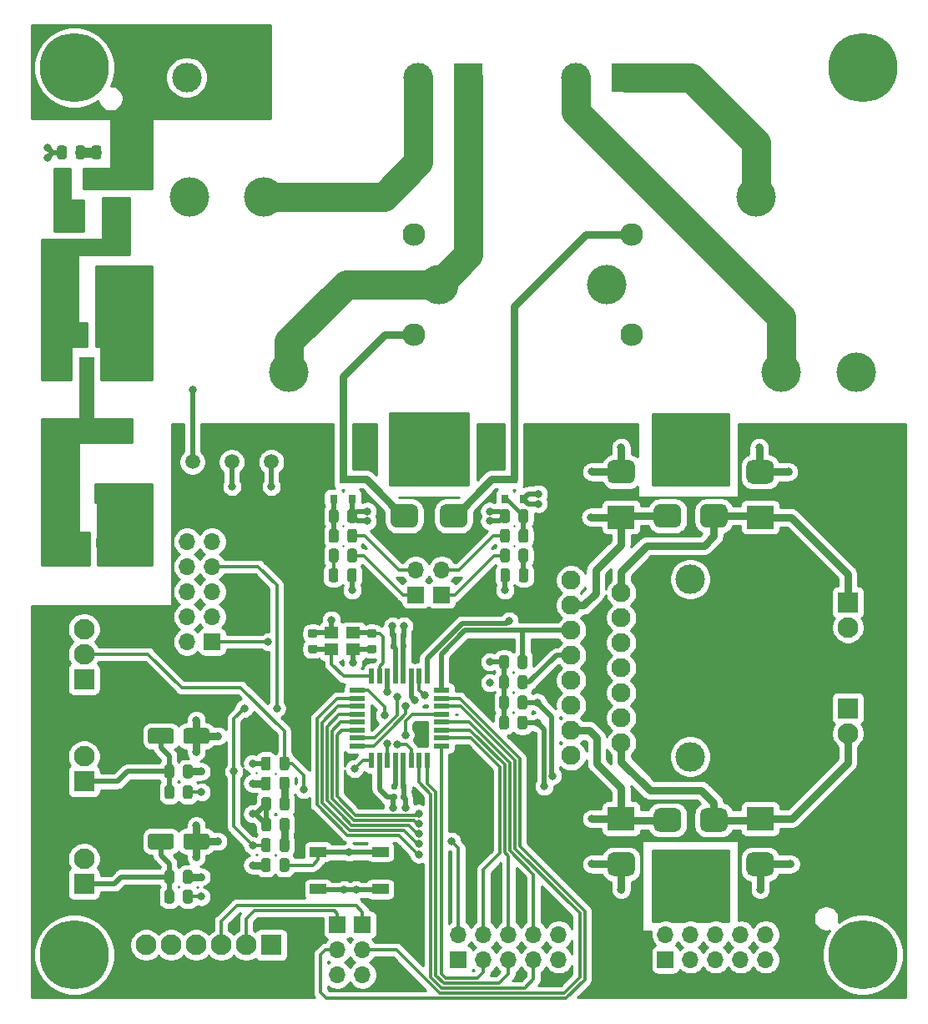
<source format=gbr>
%TF.GenerationSoftware,KiCad,Pcbnew,(5.1.6)-1*%
%TF.CreationDate,2022-04-28T16:11:12+09:00*%
%TF.ProjectId,FP-2500_TCU1000_V1.1,46502d32-3530-4305-9f54-435531303030,rev?*%
%TF.SameCoordinates,Original*%
%TF.FileFunction,Copper,L1,Top*%
%TF.FilePolarity,Positive*%
%FSLAX46Y46*%
G04 Gerber Fmt 4.6, Leading zero omitted, Abs format (unit mm)*
G04 Created by KiCad (PCBNEW (5.1.6)-1) date 2022-04-28 16:11:12*
%MOMM*%
%LPD*%
G01*
G04 APERTURE LIST*
%TA.AperFunction,ComponentPad*%
%ADD10C,3.000000*%
%TD*%
%TA.AperFunction,ComponentPad*%
%ADD11O,1.700000X1.700000*%
%TD*%
%TA.AperFunction,ComponentPad*%
%ADD12R,1.700000X1.700000*%
%TD*%
%TA.AperFunction,ComponentPad*%
%ADD13C,4.000000*%
%TD*%
%TA.AperFunction,ComponentPad*%
%ADD14C,2.300000*%
%TD*%
%TA.AperFunction,ComponentPad*%
%ADD15C,2.100000*%
%TD*%
%TA.AperFunction,ComponentPad*%
%ADD16R,2.100000X2.100000*%
%TD*%
%TA.AperFunction,ComponentPad*%
%ADD17R,3.000000X3.000000*%
%TD*%
%TA.AperFunction,SMDPad,CuDef*%
%ADD18R,1.600000X0.550000*%
%TD*%
%TA.AperFunction,SMDPad,CuDef*%
%ADD19R,0.550000X1.600000*%
%TD*%
%TA.AperFunction,SMDPad,CuDef*%
%ADD20R,1.400000X1.200000*%
%TD*%
%TA.AperFunction,ComponentPad*%
%ADD21C,1.950000*%
%TD*%
%TA.AperFunction,SMDPad,CuDef*%
%ADD22R,3.800000X2.200000*%
%TD*%
%TA.AperFunction,SMDPad,CuDef*%
%ADD23R,1.500000X2.200000*%
%TD*%
%TA.AperFunction,SMDPad,CuDef*%
%ADD24C,1.500000*%
%TD*%
%TA.AperFunction,SMDPad,CuDef*%
%ADD25R,1.700000X1.000000*%
%TD*%
%TA.AperFunction,SMDPad,CuDef*%
%ADD26R,0.800000X0.900000*%
%TD*%
%TA.AperFunction,ComponentPad*%
%ADD27C,0.800000*%
%TD*%
%TA.AperFunction,ComponentPad*%
%ADD28C,7.000000*%
%TD*%
%TA.AperFunction,SMDPad,CuDef*%
%ADD29R,2.800000X2.400000*%
%TD*%
%TA.AperFunction,SMDPad,CuDef*%
%ADD30R,2.400000X2.800000*%
%TD*%
%TA.AperFunction,ViaPad*%
%ADD31C,0.800000*%
%TD*%
%TA.AperFunction,Conductor*%
%ADD32C,0.800000*%
%TD*%
%TA.AperFunction,Conductor*%
%ADD33C,0.500000*%
%TD*%
%TA.AperFunction,Conductor*%
%ADD34C,1.500000*%
%TD*%
%TA.AperFunction,Conductor*%
%ADD35C,0.300000*%
%TD*%
%TA.AperFunction,Conductor*%
%ADD36C,1.000000*%
%TD*%
%TA.AperFunction,Conductor*%
%ADD37C,3.000000*%
%TD*%
%TA.AperFunction,Conductor*%
%ADD38C,0.400000*%
%TD*%
%TA.AperFunction,Conductor*%
%ADD39C,0.254000*%
%TD*%
%TA.AperFunction,NonConductor*%
%ADD40C,0.254000*%
%TD*%
G04 APERTURE END LIST*
D10*
%TO.P,HS1,1*%
%TO.N,Net-(HS1-Pad1)*%
X89500000Y-164900000D03*
X89500000Y-146900000D03*
%TD*%
D11*
%TO.P,J1,10*%
%TO.N,VCC*%
X76160000Y-182960000D03*
%TO.P,J1,9*%
%TO.N,GND*%
X76160000Y-185500000D03*
%TO.P,J1,8*%
%TO.N,/LCD_D7*%
X73620000Y-182960000D03*
%TO.P,J1,7*%
%TO.N,/LCD_D6*%
X73620000Y-185500000D03*
%TO.P,J1,6*%
%TO.N,/LCD_D5*%
X71080000Y-182960000D03*
%TO.P,J1,5*%
%TO.N,/LCD_D4*%
X71080000Y-185500000D03*
%TO.P,J1,4*%
%TO.N,/LCD_RS*%
X68540000Y-182960000D03*
%TO.P,J1,3*%
%TO.N,/LCD_EN*%
X68540000Y-185500000D03*
%TO.P,J1,2*%
%TO.N,/BTN_ENC*%
X66000000Y-182960000D03*
D12*
%TO.P,J1,1*%
%TO.N,/BUZZER*%
X66000000Y-185500000D03*
%TD*%
D11*
%TO.P,J2,10*%
%TO.N,Net-(J2-Pad10)*%
X97160000Y-182960000D03*
%TO.P,J2,9*%
%TO.N,GND*%
X97160000Y-185500000D03*
%TO.P,J2,8*%
%TO.N,Net-(J2-Pad8)*%
X94620000Y-182960000D03*
%TO.P,J2,7*%
%TO.N,Net-(J2-Pad7)*%
X94620000Y-185500000D03*
%TO.P,J2,6*%
%TO.N,Net-(J2-Pad6)*%
X92080000Y-182960000D03*
%TO.P,J2,5*%
%TO.N,/BTN_EN2*%
X92080000Y-185500000D03*
%TO.P,J2,4*%
%TO.N,Net-(J2-Pad4)*%
X89540000Y-182960000D03*
%TO.P,J2,3*%
%TO.N,/BTN_EN1*%
X89540000Y-185500000D03*
%TO.P,J2,2*%
%TO.N,Net-(J2-Pad2)*%
X87000000Y-182960000D03*
D12*
%TO.P,J2,1*%
%TO.N,Net-(J2-Pad1)*%
X87000000Y-185500000D03*
%TD*%
D11*
%TO.P,J6,10*%
%TO.N,GND*%
X38460000Y-143090000D03*
%TO.P,J6,9*%
%TO.N,/MISO_PL2*%
X41000000Y-143090000D03*
%TO.P,J6,8*%
%TO.N,GND*%
X38460000Y-145630000D03*
%TO.P,J6,7*%
%TO.N,/SCK*%
X41000000Y-145630000D03*
%TO.P,J6,6*%
%TO.N,GND*%
X38460000Y-148170000D03*
%TO.P,J6,5*%
%TO.N,/RST*%
X41000000Y-148170000D03*
%TO.P,J6,4*%
%TO.N,GND*%
X38460000Y-150710000D03*
%TO.P,J6,3*%
%TO.N,Net-(J6-Pad3)*%
X41000000Y-150710000D03*
%TO.P,J6,2*%
%TO.N,VCC*%
X38460000Y-153250000D03*
D12*
%TO.P,J6,1*%
%TO.N,/MOSI_PL1*%
X41000000Y-153250000D03*
%TD*%
D11*
%TO.P,JP4,3*%
%TO.N,/KILL_SW*%
X53710000Y-187030000D03*
%TO.P,JP4,2*%
%TO.N,/RX_KILL*%
X53710000Y-184490000D03*
D12*
%TO.P,JP4,1*%
%TO.N,/RX*%
X53710000Y-181950000D03*
%TD*%
D13*
%TO.P,RLY1,3*%
%TO.N,Net-(RLY1-Pad3)*%
X38660000Y-108100000D03*
%TO.P,RLY1,4*%
%TO.N,Net-(J4-Pad1)*%
X48800000Y-125900000D03*
D14*
%TO.P,RLY1,2*%
%TO.N,Net-(D4-Pad1)*%
X61460000Y-122100000D03*
D13*
%TO.P,RLY1,4*%
%TO.N,Net-(J4-Pad1)*%
X64000000Y-117000000D03*
D14*
%TO.P,RLY1,1*%
%TO.N,VBUS*%
X61460000Y-111900000D03*
D13*
%TO.P,RLY1,5*%
%TO.N,Net-(J4-Pad2)*%
X46260000Y-108100000D03*
%TD*%
%TO.P,C6,2*%
%TO.N,GND*%
%TA.AperFunction,SMDPad,CuDef*%
G36*
G01*
X60140000Y-169172500D02*
X60140000Y-168827500D01*
G75*
G02*
X60287500Y-168680000I147500J0D01*
G01*
X60582500Y-168680000D01*
G75*
G02*
X60730000Y-168827500I0J-147500D01*
G01*
X60730000Y-169172500D01*
G75*
G02*
X60582500Y-169320000I-147500J0D01*
G01*
X60287500Y-169320000D01*
G75*
G02*
X60140000Y-169172500I0J147500D01*
G01*
G37*
%TD.AperFunction*%
%TO.P,C6,1*%
%TO.N,VCC*%
%TA.AperFunction,SMDPad,CuDef*%
G36*
G01*
X59170000Y-169172500D02*
X59170000Y-168827500D01*
G75*
G02*
X59317500Y-168680000I147500J0D01*
G01*
X59612500Y-168680000D01*
G75*
G02*
X59760000Y-168827500I0J-147500D01*
G01*
X59760000Y-169172500D01*
G75*
G02*
X59612500Y-169320000I-147500J0D01*
G01*
X59317500Y-169320000D01*
G75*
G02*
X59170000Y-169172500I0J147500D01*
G01*
G37*
%TD.AperFunction*%
%TD*%
%TO.P,C8,2*%
%TO.N,GND*%
%TA.AperFunction,SMDPad,CuDef*%
G36*
G01*
X59710000Y-152477500D02*
X59710000Y-152822500D01*
G75*
G02*
X59562500Y-152970000I-147500J0D01*
G01*
X59267500Y-152970000D01*
G75*
G02*
X59120000Y-152822500I0J147500D01*
G01*
X59120000Y-152477500D01*
G75*
G02*
X59267500Y-152330000I147500J0D01*
G01*
X59562500Y-152330000D01*
G75*
G02*
X59710000Y-152477500I0J-147500D01*
G01*
G37*
%TD.AperFunction*%
%TO.P,C8,1*%
%TO.N,VCC*%
%TA.AperFunction,SMDPad,CuDef*%
G36*
G01*
X60680000Y-152477500D02*
X60680000Y-152822500D01*
G75*
G02*
X60532500Y-152970000I-147500J0D01*
G01*
X60237500Y-152970000D01*
G75*
G02*
X60090000Y-152822500I0J147500D01*
G01*
X60090000Y-152477500D01*
G75*
G02*
X60237500Y-152330000I147500J0D01*
G01*
X60532500Y-152330000D01*
G75*
G02*
X60680000Y-152477500I0J-147500D01*
G01*
G37*
%TD.AperFunction*%
%TD*%
%TO.P,C7,2*%
%TO.N,GND*%
%TA.AperFunction,SMDPad,CuDef*%
G36*
G01*
X59710000Y-153527500D02*
X59710000Y-153872500D01*
G75*
G02*
X59562500Y-154020000I-147500J0D01*
G01*
X59267500Y-154020000D01*
G75*
G02*
X59120000Y-153872500I0J147500D01*
G01*
X59120000Y-153527500D01*
G75*
G02*
X59267500Y-153380000I147500J0D01*
G01*
X59562500Y-153380000D01*
G75*
G02*
X59710000Y-153527500I0J-147500D01*
G01*
G37*
%TD.AperFunction*%
%TO.P,C7,1*%
%TO.N,VCC*%
%TA.AperFunction,SMDPad,CuDef*%
G36*
G01*
X60680000Y-153527500D02*
X60680000Y-153872500D01*
G75*
G02*
X60532500Y-154020000I-147500J0D01*
G01*
X60237500Y-154020000D01*
G75*
G02*
X60090000Y-153872500I0J147500D01*
G01*
X60090000Y-153527500D01*
G75*
G02*
X60237500Y-153380000I147500J0D01*
G01*
X60532500Y-153380000D01*
G75*
G02*
X60680000Y-153527500I0J-147500D01*
G01*
G37*
%TD.AperFunction*%
%TD*%
D15*
%TO.P,J10,2*%
%TO.N,Net-(D12-Pad1)*%
X105500000Y-162540000D03*
D16*
%TO.P,J10,1*%
%TO.N,Net-(D11-Pad1)*%
X105500000Y-160000000D03*
%TD*%
D15*
%TO.P,J9,2*%
%TO.N,Net-(D10-Pad1)*%
X105500000Y-151790000D03*
D16*
%TO.P,J9,1*%
%TO.N,Net-(D13-Pad2)*%
X105500000Y-149250000D03*
%TD*%
D10*
%TO.P,J5,2*%
%TO.N,Net-(J5-Pad2)*%
X77920000Y-96000000D03*
D17*
%TO.P,J5,1*%
%TO.N,Net-(J5-Pad1)*%
X83000000Y-96000000D03*
%TD*%
D10*
%TO.P,J4,2*%
%TO.N,Net-(J4-Pad2)*%
X61920000Y-96000000D03*
D17*
%TO.P,J4,1*%
%TO.N,Net-(J4-Pad1)*%
X67000000Y-96000000D03*
%TD*%
D15*
%TO.P,J8,2*%
%TO.N,GND*%
X28000000Y-164860000D03*
D16*
%TO.P,J8,1*%
%TO.N,Net-(C12-Pad1)*%
X28000000Y-167400000D03*
%TD*%
D15*
%TO.P,J7,2*%
%TO.N,GND*%
X28000000Y-175260000D03*
D16*
%TO.P,J7,1*%
%TO.N,Net-(C11-Pad1)*%
X28000000Y-177800000D03*
%TD*%
D18*
%TO.P,U2,32*%
%TO.N,/M1_IN1*%
X64250000Y-158200000D03*
%TO.P,U2,31*%
%TO.N,/RX_KILL*%
X64250000Y-159000000D03*
%TO.P,U2,30*%
%TO.N,/TX_BUZ*%
X64250000Y-159800000D03*
%TO.P,U2,29*%
%TO.N,/RST*%
X64250000Y-160600000D03*
%TO.P,U2,28*%
%TO.N,/LCD_D7*%
X64250000Y-161400000D03*
%TO.P,U2,27*%
%TO.N,/LCD_D5*%
X64250000Y-162200000D03*
%TO.P,U2,26*%
%TO.N,/LCD_RS*%
X64250000Y-163000000D03*
%TO.P,U2,25*%
%TO.N,/LCD_EN*%
X64250000Y-163800000D03*
D19*
%TO.P,U2,24*%
%TO.N,/LCD_D4*%
X62800000Y-165250000D03*
%TO.P,U2,23*%
%TO.N,/LCD_D6*%
X62000000Y-165250000D03*
%TO.P,U2,22*%
%TO.N,/TH1*%
X61200000Y-165250000D03*
%TO.P,U2,21*%
%TO.N,GND*%
X60400000Y-165250000D03*
%TO.P,U2,20*%
%TO.N,/AREF*%
X59600000Y-165250000D03*
%TO.P,U2,19*%
%TO.N,/TH2*%
X58800000Y-165250000D03*
%TO.P,U2,18*%
%TO.N,VCC*%
X58000000Y-165250000D03*
%TO.P,U2,17*%
%TO.N,/SCK*%
X57200000Y-165250000D03*
D18*
%TO.P,U2,16*%
%TO.N,/MISO_PL2*%
X55750000Y-163800000D03*
%TO.P,U2,15*%
%TO.N,/MOSI_PL1*%
X55750000Y-163000000D03*
%TO.P,U2,14*%
%TO.N,/M2_EN*%
X55750000Y-162200000D03*
%TO.P,U2,13*%
%TO.N,/M1_EN*%
X55750000Y-161400000D03*
%TO.P,U2,12*%
%TO.N,/BTN_ENC*%
X55750000Y-160600000D03*
%TO.P,U2,11*%
%TO.N,/BTN_EN1*%
X55750000Y-159800000D03*
%TO.P,U2,10*%
%TO.N,/BTN_EN2*%
X55750000Y-159000000D03*
%TO.P,U2,9*%
%TO.N,/M2_IN2*%
X55750000Y-158200000D03*
D19*
%TO.P,U2,8*%
%TO.N,/XTAL2*%
X57200000Y-156750000D03*
%TO.P,U2,7*%
%TO.N,/XTAL1*%
X58000000Y-156750000D03*
%TO.P,U2,6*%
%TO.N,VCC*%
X58800000Y-156750000D03*
%TO.P,U2,5*%
%TO.N,GND*%
X59600000Y-156750000D03*
%TO.P,U2,4*%
%TO.N,VCC*%
X60400000Y-156750000D03*
%TO.P,U2,3*%
%TO.N,GND*%
X61200000Y-156750000D03*
%TO.P,U2,2*%
%TO.N,/M2_IN1*%
X62000000Y-156750000D03*
%TO.P,U2,1*%
%TO.N,/M1_IN2*%
X62800000Y-156750000D03*
%TD*%
D20*
%TO.P,Y1,4*%
%TO.N,GND*%
X55300000Y-154050000D03*
%TO.P,Y1,3*%
%TO.N,/XTAL2*%
X53100000Y-154050000D03*
%TO.P,Y1,2*%
%TO.N,GND*%
X53100000Y-152350000D03*
%TO.P,Y1,1*%
%TO.N,/XTAL1*%
X55300000Y-152350000D03*
%TD*%
D21*
%TO.P,U3,15*%
%TO.N,GND*%
X77420000Y-164790000D03*
%TO.P,U3,14*%
%TO.N,Net-(D12-Pad1)*%
X82500000Y-163520000D03*
%TO.P,U3,13*%
%TO.N,Net-(D11-Pad1)*%
X77420000Y-162250000D03*
%TO.P,U3,12*%
%TO.N,/M2_IN2*%
X82500000Y-160980000D03*
%TO.P,U3,11*%
%TO.N,/M2_EN*%
X77420000Y-159710000D03*
%TO.P,U3,10*%
%TO.N,/M2_IN1*%
X82500000Y-158440000D03*
%TO.P,U3,9*%
%TO.N,VBUS*%
X77420000Y-157170000D03*
%TO.P,U3,8*%
%TO.N,GND*%
X82500000Y-155900000D03*
%TO.P,U3,7*%
%TO.N,/M1_IN2*%
X77420000Y-154630000D03*
%TO.P,U3,6*%
%TO.N,/M1_EN*%
X82500000Y-153360000D03*
%TO.P,U3,5*%
%TO.N,/M1_IN1*%
X77420000Y-152090000D03*
%TO.P,U3,4*%
%TO.N,VCC*%
X82500000Y-150820000D03*
%TO.P,U3,3*%
%TO.N,Net-(D10-Pad1)*%
X77420000Y-149550000D03*
%TO.P,U3,2*%
%TO.N,Net-(D13-Pad2)*%
X82500000Y-148280000D03*
%TO.P,U3,1*%
%TO.N,GND*%
X77420000Y-147010000D03*
%TD*%
D22*
%TO.P,U1,4*%
%TO.N,VCC*%
X28250000Y-131750000D03*
D23*
%TO.P,U1,1*%
%TO.N,GND*%
X30550000Y-125450000D03*
%TO.P,U1,2*%
%TO.N,VCC*%
X28250000Y-125450000D03*
%TO.P,U1,3*%
%TO.N,Net-(C1-Pad1)*%
X25950000Y-125450000D03*
%TD*%
D24*
%TO.P,TP3,1*%
%TO.N,GND*%
X47000000Y-135000000D03*
%TD*%
%TO.P,TP2,1*%
%TO.N,VBUS*%
X39000000Y-135000000D03*
%TD*%
%TO.P,TP1,1*%
%TO.N,VCC*%
X43000000Y-135000000D03*
%TD*%
D25*
%TO.P,S1,2*%
%TO.N,GND*%
X58050000Y-178350000D03*
X51750000Y-178350000D03*
%TO.P,S1,1*%
%TO.N,/RST*%
X58050000Y-174550000D03*
X51750000Y-174550000D03*
%TD*%
D13*
%TO.P,RLY2,3*%
%TO.N,Net-(RLY2-Pad3)*%
X106340000Y-125900000D03*
%TO.P,RLY2,4*%
%TO.N,Net-(J5-Pad1)*%
X96200000Y-108100000D03*
D14*
%TO.P,RLY2,2*%
%TO.N,Net-(D5-Pad1)*%
X83540000Y-111900000D03*
D13*
%TO.P,RLY2,4*%
%TO.N,Net-(J5-Pad1)*%
X81000000Y-117000000D03*
D14*
%TO.P,RLY2,1*%
%TO.N,VBUS*%
X83540000Y-122100000D03*
D13*
%TO.P,RLY2,5*%
%TO.N,Net-(J5-Pad2)*%
X98740000Y-125900000D03*
%TD*%
%TO.P,R19,2*%
%TO.N,/KILL_SW*%
%TA.AperFunction,SMDPad,CuDef*%
G36*
G01*
X47850000Y-166056250D02*
X47850000Y-165143750D01*
G75*
G02*
X48093750Y-164900000I243750J0D01*
G01*
X48581250Y-164900000D01*
G75*
G02*
X48825000Y-165143750I0J-243750D01*
G01*
X48825000Y-166056250D01*
G75*
G02*
X48581250Y-166300000I-243750J0D01*
G01*
X48093750Y-166300000D01*
G75*
G02*
X47850000Y-166056250I0J243750D01*
G01*
G37*
%TD.AperFunction*%
%TO.P,R19,1*%
%TO.N,VCC*%
%TA.AperFunction,SMDPad,CuDef*%
G36*
G01*
X45975000Y-166056250D02*
X45975000Y-165143750D01*
G75*
G02*
X46218750Y-164900000I243750J0D01*
G01*
X46706250Y-164900000D01*
G75*
G02*
X46950000Y-165143750I0J-243750D01*
G01*
X46950000Y-166056250D01*
G75*
G02*
X46706250Y-166300000I-243750J0D01*
G01*
X46218750Y-166300000D01*
G75*
G02*
X45975000Y-166056250I0J243750D01*
G01*
G37*
%TD.AperFunction*%
%TD*%
%TO.P,R18,2*%
%TO.N,/M1_IN1*%
%TA.AperFunction,SMDPad,CuDef*%
G36*
G01*
X72000000Y-155756250D02*
X72000000Y-154843750D01*
G75*
G02*
X72243750Y-154600000I243750J0D01*
G01*
X72731250Y-154600000D01*
G75*
G02*
X72975000Y-154843750I0J-243750D01*
G01*
X72975000Y-155756250D01*
G75*
G02*
X72731250Y-156000000I-243750J0D01*
G01*
X72243750Y-156000000D01*
G75*
G02*
X72000000Y-155756250I0J243750D01*
G01*
G37*
%TD.AperFunction*%
%TO.P,R18,1*%
%TO.N,VCC*%
%TA.AperFunction,SMDPad,CuDef*%
G36*
G01*
X70125000Y-155756250D02*
X70125000Y-154843750D01*
G75*
G02*
X70368750Y-154600000I243750J0D01*
G01*
X70856250Y-154600000D01*
G75*
G02*
X71100000Y-154843750I0J-243750D01*
G01*
X71100000Y-155756250D01*
G75*
G02*
X70856250Y-156000000I-243750J0D01*
G01*
X70368750Y-156000000D01*
G75*
G02*
X70125000Y-155756250I0J243750D01*
G01*
G37*
%TD.AperFunction*%
%TD*%
%TO.P,R17,2*%
%TO.N,/M1_IN2*%
%TA.AperFunction,SMDPad,CuDef*%
G36*
G01*
X72000000Y-157806250D02*
X72000000Y-156893750D01*
G75*
G02*
X72243750Y-156650000I243750J0D01*
G01*
X72731250Y-156650000D01*
G75*
G02*
X72975000Y-156893750I0J-243750D01*
G01*
X72975000Y-157806250D01*
G75*
G02*
X72731250Y-158050000I-243750J0D01*
G01*
X72243750Y-158050000D01*
G75*
G02*
X72000000Y-157806250I0J243750D01*
G01*
G37*
%TD.AperFunction*%
%TO.P,R17,1*%
%TO.N,VCC*%
%TA.AperFunction,SMDPad,CuDef*%
G36*
G01*
X70125000Y-157806250D02*
X70125000Y-156893750D01*
G75*
G02*
X70368750Y-156650000I243750J0D01*
G01*
X70856250Y-156650000D01*
G75*
G02*
X71100000Y-156893750I0J-243750D01*
G01*
X71100000Y-157806250D01*
G75*
G02*
X70856250Y-158050000I-243750J0D01*
G01*
X70368750Y-158050000D01*
G75*
G02*
X70125000Y-157806250I0J243750D01*
G01*
G37*
%TD.AperFunction*%
%TD*%
%TO.P,R16,2*%
%TO.N,/M2_IN1*%
%TA.AperFunction,SMDPad,CuDef*%
G36*
G01*
X72000000Y-159856250D02*
X72000000Y-158943750D01*
G75*
G02*
X72243750Y-158700000I243750J0D01*
G01*
X72731250Y-158700000D01*
G75*
G02*
X72975000Y-158943750I0J-243750D01*
G01*
X72975000Y-159856250D01*
G75*
G02*
X72731250Y-160100000I-243750J0D01*
G01*
X72243750Y-160100000D01*
G75*
G02*
X72000000Y-159856250I0J243750D01*
G01*
G37*
%TD.AperFunction*%
%TO.P,R16,1*%
%TO.N,VCC*%
%TA.AperFunction,SMDPad,CuDef*%
G36*
G01*
X70125000Y-159856250D02*
X70125000Y-158943750D01*
G75*
G02*
X70368750Y-158700000I243750J0D01*
G01*
X70856250Y-158700000D01*
G75*
G02*
X71100000Y-158943750I0J-243750D01*
G01*
X71100000Y-159856250D01*
G75*
G02*
X70856250Y-160100000I-243750J0D01*
G01*
X70368750Y-160100000D01*
G75*
G02*
X70125000Y-159856250I0J243750D01*
G01*
G37*
%TD.AperFunction*%
%TD*%
%TO.P,R15,2*%
%TO.N,/M2_IN2*%
%TA.AperFunction,SMDPad,CuDef*%
G36*
G01*
X72000000Y-161906250D02*
X72000000Y-160993750D01*
G75*
G02*
X72243750Y-160750000I243750J0D01*
G01*
X72731250Y-160750000D01*
G75*
G02*
X72975000Y-160993750I0J-243750D01*
G01*
X72975000Y-161906250D01*
G75*
G02*
X72731250Y-162150000I-243750J0D01*
G01*
X72243750Y-162150000D01*
G75*
G02*
X72000000Y-161906250I0J243750D01*
G01*
G37*
%TD.AperFunction*%
%TO.P,R15,1*%
%TO.N,VCC*%
%TA.AperFunction,SMDPad,CuDef*%
G36*
G01*
X70125000Y-161906250D02*
X70125000Y-160993750D01*
G75*
G02*
X70368750Y-160750000I243750J0D01*
G01*
X70856250Y-160750000D01*
G75*
G02*
X71100000Y-160993750I0J-243750D01*
G01*
X71100000Y-161906250D01*
G75*
G02*
X70856250Y-162150000I-243750J0D01*
G01*
X70368750Y-162150000D01*
G75*
G02*
X70125000Y-161906250I0J243750D01*
G01*
G37*
%TD.AperFunction*%
%TD*%
%TO.P,R14,2*%
%TO.N,/TH2*%
%TA.AperFunction,SMDPad,CuDef*%
G36*
G01*
X38050000Y-168956250D02*
X38050000Y-168043750D01*
G75*
G02*
X38293750Y-167800000I243750J0D01*
G01*
X38781250Y-167800000D01*
G75*
G02*
X39025000Y-168043750I0J-243750D01*
G01*
X39025000Y-168956250D01*
G75*
G02*
X38781250Y-169200000I-243750J0D01*
G01*
X38293750Y-169200000D01*
G75*
G02*
X38050000Y-168956250I0J243750D01*
G01*
G37*
%TD.AperFunction*%
%TO.P,R14,1*%
%TO.N,Net-(C12-Pad1)*%
%TA.AperFunction,SMDPad,CuDef*%
G36*
G01*
X36175000Y-168956250D02*
X36175000Y-168043750D01*
G75*
G02*
X36418750Y-167800000I243750J0D01*
G01*
X36906250Y-167800000D01*
G75*
G02*
X37150000Y-168043750I0J-243750D01*
G01*
X37150000Y-168956250D01*
G75*
G02*
X36906250Y-169200000I-243750J0D01*
G01*
X36418750Y-169200000D01*
G75*
G02*
X36175000Y-168956250I0J243750D01*
G01*
G37*
%TD.AperFunction*%
%TD*%
%TO.P,R13,2*%
%TO.N,Net-(C12-Pad1)*%
%TA.AperFunction,SMDPad,CuDef*%
G36*
G01*
X37150000Y-165943750D02*
X37150000Y-166856250D01*
G75*
G02*
X36906250Y-167100000I-243750J0D01*
G01*
X36418750Y-167100000D01*
G75*
G02*
X36175000Y-166856250I0J243750D01*
G01*
X36175000Y-165943750D01*
G75*
G02*
X36418750Y-165700000I243750J0D01*
G01*
X36906250Y-165700000D01*
G75*
G02*
X37150000Y-165943750I0J-243750D01*
G01*
G37*
%TD.AperFunction*%
%TO.P,R13,1*%
%TO.N,VCC*%
%TA.AperFunction,SMDPad,CuDef*%
G36*
G01*
X39025000Y-165943750D02*
X39025000Y-166856250D01*
G75*
G02*
X38781250Y-167100000I-243750J0D01*
G01*
X38293750Y-167100000D01*
G75*
G02*
X38050000Y-166856250I0J243750D01*
G01*
X38050000Y-165943750D01*
G75*
G02*
X38293750Y-165700000I243750J0D01*
G01*
X38781250Y-165700000D01*
G75*
G02*
X39025000Y-165943750I0J-243750D01*
G01*
G37*
%TD.AperFunction*%
%TD*%
%TO.P,R12,2*%
%TO.N,/TH1*%
%TA.AperFunction,SMDPad,CuDef*%
G36*
G01*
X38050000Y-179556250D02*
X38050000Y-178643750D01*
G75*
G02*
X38293750Y-178400000I243750J0D01*
G01*
X38781250Y-178400000D01*
G75*
G02*
X39025000Y-178643750I0J-243750D01*
G01*
X39025000Y-179556250D01*
G75*
G02*
X38781250Y-179800000I-243750J0D01*
G01*
X38293750Y-179800000D01*
G75*
G02*
X38050000Y-179556250I0J243750D01*
G01*
G37*
%TD.AperFunction*%
%TO.P,R12,1*%
%TO.N,Net-(C11-Pad1)*%
%TA.AperFunction,SMDPad,CuDef*%
G36*
G01*
X36175000Y-179556250D02*
X36175000Y-178643750D01*
G75*
G02*
X36418750Y-178400000I243750J0D01*
G01*
X36906250Y-178400000D01*
G75*
G02*
X37150000Y-178643750I0J-243750D01*
G01*
X37150000Y-179556250D01*
G75*
G02*
X36906250Y-179800000I-243750J0D01*
G01*
X36418750Y-179800000D01*
G75*
G02*
X36175000Y-179556250I0J243750D01*
G01*
G37*
%TD.AperFunction*%
%TD*%
%TO.P,R11,2*%
%TO.N,Net-(C11-Pad1)*%
%TA.AperFunction,SMDPad,CuDef*%
G36*
G01*
X37150000Y-176643750D02*
X37150000Y-177556250D01*
G75*
G02*
X36906250Y-177800000I-243750J0D01*
G01*
X36418750Y-177800000D01*
G75*
G02*
X36175000Y-177556250I0J243750D01*
G01*
X36175000Y-176643750D01*
G75*
G02*
X36418750Y-176400000I243750J0D01*
G01*
X36906250Y-176400000D01*
G75*
G02*
X37150000Y-176643750I0J-243750D01*
G01*
G37*
%TD.AperFunction*%
%TO.P,R11,1*%
%TO.N,VCC*%
%TA.AperFunction,SMDPad,CuDef*%
G36*
G01*
X39025000Y-176643750D02*
X39025000Y-177556250D01*
G75*
G02*
X38781250Y-177800000I-243750J0D01*
G01*
X38293750Y-177800000D01*
G75*
G02*
X38050000Y-177556250I0J243750D01*
G01*
X38050000Y-176643750D01*
G75*
G02*
X38293750Y-176400000I243750J0D01*
G01*
X38781250Y-176400000D01*
G75*
G02*
X39025000Y-176643750I0J-243750D01*
G01*
G37*
%TD.AperFunction*%
%TD*%
%TO.P,R10,2*%
%TO.N,/RST*%
%TA.AperFunction,SMDPad,CuDef*%
G36*
G01*
X47850000Y-176356250D02*
X47850000Y-175443750D01*
G75*
G02*
X48093750Y-175200000I243750J0D01*
G01*
X48581250Y-175200000D01*
G75*
G02*
X48825000Y-175443750I0J-243750D01*
G01*
X48825000Y-176356250D01*
G75*
G02*
X48581250Y-176600000I-243750J0D01*
G01*
X48093750Y-176600000D01*
G75*
G02*
X47850000Y-176356250I0J243750D01*
G01*
G37*
%TD.AperFunction*%
%TO.P,R10,1*%
%TO.N,VCC*%
%TA.AperFunction,SMDPad,CuDef*%
G36*
G01*
X45975000Y-176356250D02*
X45975000Y-175443750D01*
G75*
G02*
X46218750Y-175200000I243750J0D01*
G01*
X46706250Y-175200000D01*
G75*
G02*
X46950000Y-175443750I0J-243750D01*
G01*
X46950000Y-176356250D01*
G75*
G02*
X46706250Y-176600000I-243750J0D01*
G01*
X46218750Y-176600000D01*
G75*
G02*
X45975000Y-176356250I0J243750D01*
G01*
G37*
%TD.AperFunction*%
%TD*%
%TO.P,R9,2*%
%TO.N,Net-(D8-Pad2)*%
%TA.AperFunction,SMDPad,CuDef*%
G36*
G01*
X47850000Y-174332250D02*
X47850000Y-173419750D01*
G75*
G02*
X48093750Y-173176000I243750J0D01*
G01*
X48581250Y-173176000D01*
G75*
G02*
X48825000Y-173419750I0J-243750D01*
G01*
X48825000Y-174332250D01*
G75*
G02*
X48581250Y-174576000I-243750J0D01*
G01*
X48093750Y-174576000D01*
G75*
G02*
X47850000Y-174332250I0J243750D01*
G01*
G37*
%TD.AperFunction*%
%TO.P,R9,1*%
%TO.N,/SCK*%
%TA.AperFunction,SMDPad,CuDef*%
G36*
G01*
X45975000Y-174332250D02*
X45975000Y-173419750D01*
G75*
G02*
X46218750Y-173176000I243750J0D01*
G01*
X46706250Y-173176000D01*
G75*
G02*
X46950000Y-173419750I0J-243750D01*
G01*
X46950000Y-174332250D01*
G75*
G02*
X46706250Y-174576000I-243750J0D01*
G01*
X46218750Y-174576000D01*
G75*
G02*
X45975000Y-174332250I0J243750D01*
G01*
G37*
%TD.AperFunction*%
%TD*%
%TO.P,R8,2*%
%TO.N,GND*%
%TA.AperFunction,SMDPad,CuDef*%
G36*
G01*
X71200000Y-140043750D02*
X71200000Y-140956250D01*
G75*
G02*
X70956250Y-141200000I-243750J0D01*
G01*
X70468750Y-141200000D01*
G75*
G02*
X70225000Y-140956250I0J243750D01*
G01*
X70225000Y-140043750D01*
G75*
G02*
X70468750Y-139800000I243750J0D01*
G01*
X70956250Y-139800000D01*
G75*
G02*
X71200000Y-140043750I0J-243750D01*
G01*
G37*
%TD.AperFunction*%
%TO.P,R8,1*%
%TO.N,Net-(Q2-Pad1)*%
%TA.AperFunction,SMDPad,CuDef*%
G36*
G01*
X73075000Y-140043750D02*
X73075000Y-140956250D01*
G75*
G02*
X72831250Y-141200000I-243750J0D01*
G01*
X72343750Y-141200000D01*
G75*
G02*
X72100000Y-140956250I0J243750D01*
G01*
X72100000Y-140043750D01*
G75*
G02*
X72343750Y-139800000I243750J0D01*
G01*
X72831250Y-139800000D01*
G75*
G02*
X73075000Y-140043750I0J-243750D01*
G01*
G37*
%TD.AperFunction*%
%TD*%
%TO.P,R7,2*%
%TO.N,Net-(D7-Pad2)*%
%TA.AperFunction,SMDPad,CuDef*%
G36*
G01*
X72100000Y-144956250D02*
X72100000Y-144043750D01*
G75*
G02*
X72343750Y-143800000I243750J0D01*
G01*
X72831250Y-143800000D01*
G75*
G02*
X73075000Y-144043750I0J-243750D01*
G01*
X73075000Y-144956250D01*
G75*
G02*
X72831250Y-145200000I-243750J0D01*
G01*
X72343750Y-145200000D01*
G75*
G02*
X72100000Y-144956250I0J243750D01*
G01*
G37*
%TD.AperFunction*%
%TO.P,R7,1*%
%TO.N,/MISO_PL2*%
%TA.AperFunction,SMDPad,CuDef*%
G36*
G01*
X70225000Y-144956250D02*
X70225000Y-144043750D01*
G75*
G02*
X70468750Y-143800000I243750J0D01*
G01*
X70956250Y-143800000D01*
G75*
G02*
X71200000Y-144043750I0J-243750D01*
G01*
X71200000Y-144956250D01*
G75*
G02*
X70956250Y-145200000I-243750J0D01*
G01*
X70468750Y-145200000D01*
G75*
G02*
X70225000Y-144956250I0J243750D01*
G01*
G37*
%TD.AperFunction*%
%TD*%
%TO.P,R6,2*%
%TO.N,Net-(JP2-Pad2)*%
%TA.AperFunction,SMDPad,CuDef*%
G36*
G01*
X71200000Y-142043750D02*
X71200000Y-142956250D01*
G75*
G02*
X70956250Y-143200000I-243750J0D01*
G01*
X70468750Y-143200000D01*
G75*
G02*
X70225000Y-142956250I0J243750D01*
G01*
X70225000Y-142043750D01*
G75*
G02*
X70468750Y-141800000I243750J0D01*
G01*
X70956250Y-141800000D01*
G75*
G02*
X71200000Y-142043750I0J-243750D01*
G01*
G37*
%TD.AperFunction*%
%TO.P,R6,1*%
%TO.N,Net-(Q2-Pad1)*%
%TA.AperFunction,SMDPad,CuDef*%
G36*
G01*
X73075000Y-142043750D02*
X73075000Y-142956250D01*
G75*
G02*
X72831250Y-143200000I-243750J0D01*
G01*
X72343750Y-143200000D01*
G75*
G02*
X72100000Y-142956250I0J243750D01*
G01*
X72100000Y-142043750D01*
G75*
G02*
X72343750Y-141800000I243750J0D01*
G01*
X72831250Y-141800000D01*
G75*
G02*
X73075000Y-142043750I0J-243750D01*
G01*
G37*
%TD.AperFunction*%
%TD*%
%TO.P,R5,2*%
%TO.N,GND*%
%TA.AperFunction,SMDPad,CuDef*%
G36*
G01*
X54720000Y-140956250D02*
X54720000Y-140043750D01*
G75*
G02*
X54963750Y-139800000I243750J0D01*
G01*
X55451250Y-139800000D01*
G75*
G02*
X55695000Y-140043750I0J-243750D01*
G01*
X55695000Y-140956250D01*
G75*
G02*
X55451250Y-141200000I-243750J0D01*
G01*
X54963750Y-141200000D01*
G75*
G02*
X54720000Y-140956250I0J243750D01*
G01*
G37*
%TD.AperFunction*%
%TO.P,R5,1*%
%TO.N,Net-(Q1-Pad1)*%
%TA.AperFunction,SMDPad,CuDef*%
G36*
G01*
X52845000Y-140956250D02*
X52845000Y-140043750D01*
G75*
G02*
X53088750Y-139800000I243750J0D01*
G01*
X53576250Y-139800000D01*
G75*
G02*
X53820000Y-140043750I0J-243750D01*
G01*
X53820000Y-140956250D01*
G75*
G02*
X53576250Y-141200000I-243750J0D01*
G01*
X53088750Y-141200000D01*
G75*
G02*
X52845000Y-140956250I0J243750D01*
G01*
G37*
%TD.AperFunction*%
%TD*%
%TO.P,R4,2*%
%TO.N,Net-(D6-Pad2)*%
%TA.AperFunction,SMDPad,CuDef*%
G36*
G01*
X53820000Y-144043750D02*
X53820000Y-144956250D01*
G75*
G02*
X53576250Y-145200000I-243750J0D01*
G01*
X53088750Y-145200000D01*
G75*
G02*
X52845000Y-144956250I0J243750D01*
G01*
X52845000Y-144043750D01*
G75*
G02*
X53088750Y-143800000I243750J0D01*
G01*
X53576250Y-143800000D01*
G75*
G02*
X53820000Y-144043750I0J-243750D01*
G01*
G37*
%TD.AperFunction*%
%TO.P,R4,1*%
%TO.N,/MOSI_PL1*%
%TA.AperFunction,SMDPad,CuDef*%
G36*
G01*
X55695000Y-144043750D02*
X55695000Y-144956250D01*
G75*
G02*
X55451250Y-145200000I-243750J0D01*
G01*
X54963750Y-145200000D01*
G75*
G02*
X54720000Y-144956250I0J243750D01*
G01*
X54720000Y-144043750D01*
G75*
G02*
X54963750Y-143800000I243750J0D01*
G01*
X55451250Y-143800000D01*
G75*
G02*
X55695000Y-144043750I0J-243750D01*
G01*
G37*
%TD.AperFunction*%
%TD*%
%TO.P,R3,2*%
%TO.N,Net-(JP1-Pad2)*%
%TA.AperFunction,SMDPad,CuDef*%
G36*
G01*
X54720000Y-142956250D02*
X54720000Y-142043750D01*
G75*
G02*
X54963750Y-141800000I243750J0D01*
G01*
X55451250Y-141800000D01*
G75*
G02*
X55695000Y-142043750I0J-243750D01*
G01*
X55695000Y-142956250D01*
G75*
G02*
X55451250Y-143200000I-243750J0D01*
G01*
X54963750Y-143200000D01*
G75*
G02*
X54720000Y-142956250I0J243750D01*
G01*
G37*
%TD.AperFunction*%
%TO.P,R3,1*%
%TO.N,Net-(Q1-Pad1)*%
%TA.AperFunction,SMDPad,CuDef*%
G36*
G01*
X52845000Y-142956250D02*
X52845000Y-142043750D01*
G75*
G02*
X53088750Y-141800000I243750J0D01*
G01*
X53576250Y-141800000D01*
G75*
G02*
X53820000Y-142043750I0J-243750D01*
G01*
X53820000Y-142956250D01*
G75*
G02*
X53576250Y-143200000I-243750J0D01*
G01*
X53088750Y-143200000D01*
G75*
G02*
X52845000Y-142956250I0J243750D01*
G01*
G37*
%TD.AperFunction*%
%TD*%
%TO.P,R2,2*%
%TO.N,Net-(D3-Pad2)*%
%TA.AperFunction,SMDPad,CuDef*%
G36*
G01*
X47850000Y-168080250D02*
X47850000Y-167167750D01*
G75*
G02*
X48093750Y-166924000I243750J0D01*
G01*
X48581250Y-166924000D01*
G75*
G02*
X48825000Y-167167750I0J-243750D01*
G01*
X48825000Y-168080250D01*
G75*
G02*
X48581250Y-168324000I-243750J0D01*
G01*
X48093750Y-168324000D01*
G75*
G02*
X47850000Y-168080250I0J243750D01*
G01*
G37*
%TD.AperFunction*%
%TO.P,R2,1*%
%TO.N,VCC*%
%TA.AperFunction,SMDPad,CuDef*%
G36*
G01*
X45975000Y-168080250D02*
X45975000Y-167167750D01*
G75*
G02*
X46218750Y-166924000I243750J0D01*
G01*
X46706250Y-166924000D01*
G75*
G02*
X46950000Y-167167750I0J-243750D01*
G01*
X46950000Y-168080250D01*
G75*
G02*
X46706250Y-168324000I-243750J0D01*
G01*
X46218750Y-168324000D01*
G75*
G02*
X45975000Y-168080250I0J243750D01*
G01*
G37*
%TD.AperFunction*%
%TD*%
%TO.P,R1,2*%
%TO.N,Net-(D2-Pad2)*%
%TA.AperFunction,SMDPad,CuDef*%
G36*
G01*
X29750000Y-103143750D02*
X29750000Y-104056250D01*
G75*
G02*
X29506250Y-104300000I-243750J0D01*
G01*
X29018750Y-104300000D01*
G75*
G02*
X28775000Y-104056250I0J243750D01*
G01*
X28775000Y-103143750D01*
G75*
G02*
X29018750Y-102900000I243750J0D01*
G01*
X29506250Y-102900000D01*
G75*
G02*
X29750000Y-103143750I0J-243750D01*
G01*
G37*
%TD.AperFunction*%
%TO.P,R1,1*%
%TO.N,VBUS*%
%TA.AperFunction,SMDPad,CuDef*%
G36*
G01*
X31625000Y-103143750D02*
X31625000Y-104056250D01*
G75*
G02*
X31381250Y-104300000I-243750J0D01*
G01*
X30893750Y-104300000D01*
G75*
G02*
X30650000Y-104056250I0J243750D01*
G01*
X30650000Y-103143750D01*
G75*
G02*
X30893750Y-102900000I243750J0D01*
G01*
X31381250Y-102900000D01*
G75*
G02*
X31625000Y-103143750I0J-243750D01*
G01*
G37*
%TD.AperFunction*%
%TD*%
D26*
%TO.P,Q2,3*%
%TO.N,Net-(D5-Pad1)*%
X71650000Y-136750000D03*
%TO.P,Q2,2*%
%TO.N,GND*%
X72600000Y-138750000D03*
%TO.P,Q2,1*%
%TO.N,Net-(Q2-Pad1)*%
X70700000Y-138750000D03*
%TD*%
%TO.P,Q1,3*%
%TO.N,Net-(D4-Pad1)*%
X54270000Y-136750000D03*
%TO.P,Q1,2*%
%TO.N,GND*%
X55220000Y-138750000D03*
%TO.P,Q1,1*%
%TO.N,Net-(Q1-Pad1)*%
X53320000Y-138750000D03*
%TD*%
D11*
%TO.P,JP3,3*%
%TO.N,/BUZZER*%
X56250000Y-187030000D03*
%TO.P,JP3,2*%
%TO.N,/TX_BUZ*%
X56250000Y-184490000D03*
D12*
%TO.P,JP3,1*%
%TO.N,/TX*%
X56250000Y-181950000D03*
%TD*%
D11*
%TO.P,JP2,2*%
%TO.N,Net-(JP2-Pad2)*%
X64300000Y-145960000D03*
D12*
%TO.P,JP2,1*%
%TO.N,/MISO_PL2*%
X64300000Y-148500000D03*
%TD*%
D11*
%TO.P,JP1,2*%
%TO.N,Net-(JP1-Pad2)*%
X61650000Y-145960000D03*
D12*
%TO.P,JP1,1*%
%TO.N,/MOSI_PL1*%
X61650000Y-148500000D03*
%TD*%
D15*
%TO.P,J12,3*%
%TO.N,GND*%
X28000000Y-151960000D03*
%TO.P,J12,2*%
%TO.N,/KILL_SW*%
X28000000Y-154500000D03*
D16*
%TO.P,J12,1*%
%TO.N,VCC*%
X28000000Y-157040000D03*
%TD*%
D15*
%TO.P,J11,6*%
%TO.N,GND*%
X34300000Y-184000000D03*
%TO.P,J11,5*%
%TO.N,Net-(J11-Pad5)*%
X36840000Y-184000000D03*
%TO.P,J11,4*%
%TO.N,VCC*%
X39380000Y-184000000D03*
%TO.P,J11,3*%
%TO.N,/TX*%
X41920000Y-184000000D03*
%TO.P,J11,2*%
%TO.N,/RX*%
X44460000Y-184000000D03*
D16*
%TO.P,J11,1*%
%TO.N,Net-(J11-Pad1)*%
X47000000Y-184000000D03*
%TD*%
D10*
%TO.P,J3,2*%
%TO.N,GND*%
X38420000Y-96000000D03*
D17*
%TO.P,J3,1*%
%TO.N,VBUS*%
X43500000Y-96000000D03*
%TD*%
D27*
%TO.P,H4,1*%
%TO.N,Net-(H4-Pad1)*%
X108856155Y-93143845D03*
X107000000Y-92375000D03*
X105143845Y-93143845D03*
X104375000Y-95000000D03*
X105143845Y-96856155D03*
X107000000Y-97625000D03*
X108856155Y-96856155D03*
X109625000Y-95000000D03*
D28*
X107000000Y-95000000D03*
%TD*%
D27*
%TO.P,H3,1*%
%TO.N,Net-(H3-Pad1)*%
X108856155Y-183143845D03*
X107000000Y-182375000D03*
X105143845Y-183143845D03*
X104375000Y-185000000D03*
X105143845Y-186856155D03*
X107000000Y-187625000D03*
X108856155Y-186856155D03*
X109625000Y-185000000D03*
D28*
X107000000Y-185000000D03*
%TD*%
D27*
%TO.P,H2,1*%
%TO.N,Net-(H2-Pad1)*%
X28856155Y-183143845D03*
X27000000Y-182375000D03*
X25143845Y-183143845D03*
X24375000Y-185000000D03*
X25143845Y-186856155D03*
X27000000Y-187625000D03*
X28856155Y-186856155D03*
X29625000Y-185000000D03*
D28*
X27000000Y-185000000D03*
%TD*%
D27*
%TO.P,H1,1*%
%TO.N,Net-(H1-Pad1)*%
X28856155Y-93143845D03*
X27000000Y-92375000D03*
X25143845Y-93143845D03*
X24375000Y-95000000D03*
X25143845Y-96856155D03*
X27000000Y-97625000D03*
X28856155Y-96856155D03*
X29625000Y-95000000D03*
D28*
X27000000Y-95000000D03*
%TD*%
%TO.P,F1,2*%
%TO.N,VBUS*%
%TA.AperFunction,SMDPad,CuDef*%
G36*
G01*
X28025000Y-106875000D02*
X28025000Y-105625000D01*
G75*
G02*
X28275000Y-105375000I250000J0D01*
G01*
X29025000Y-105375000D01*
G75*
G02*
X29275000Y-105625000I0J-250000D01*
G01*
X29275000Y-106875000D01*
G75*
G02*
X29025000Y-107125000I-250000J0D01*
G01*
X28275000Y-107125000D01*
G75*
G02*
X28025000Y-106875000I0J250000D01*
G01*
G37*
%TD.AperFunction*%
%TO.P,F1,1*%
%TO.N,Net-(D1-Pad1)*%
%TA.AperFunction,SMDPad,CuDef*%
G36*
G01*
X25225000Y-106875000D02*
X25225000Y-105625000D01*
G75*
G02*
X25475000Y-105375000I250000J0D01*
G01*
X26225000Y-105375000D01*
G75*
G02*
X26475000Y-105625000I0J-250000D01*
G01*
X26475000Y-106875000D01*
G75*
G02*
X26225000Y-107125000I-250000J0D01*
G01*
X25475000Y-107125000D01*
G75*
G02*
X25225000Y-106875000I0J250000D01*
G01*
G37*
%TD.AperFunction*%
%TD*%
D29*
%TO.P,D16,2*%
%TO.N,Net-(D12-Pad1)*%
X96600000Y-171200000D03*
%TO.P,D16,1*%
%TO.N,GND*%
%TA.AperFunction,SMDPad,CuDef*%
G36*
G01*
X97400000Y-177000000D02*
X95800000Y-177000000D01*
G75*
G02*
X95200000Y-176400000I0J600000D01*
G01*
X95200000Y-175200000D01*
G75*
G02*
X95800000Y-174600000I600000J0D01*
G01*
X97400000Y-174600000D01*
G75*
G02*
X98000000Y-175200000I0J-600000D01*
G01*
X98000000Y-176400000D01*
G75*
G02*
X97400000Y-177000000I-600000J0D01*
G01*
G37*
%TD.AperFunction*%
%TD*%
%TO.P,D15,2*%
%TO.N,Net-(D11-Pad1)*%
X82500000Y-171200000D03*
%TO.P,D15,1*%
%TO.N,GND*%
%TA.AperFunction,SMDPad,CuDef*%
G36*
G01*
X83300000Y-177000000D02*
X81700000Y-177000000D01*
G75*
G02*
X81100000Y-176400000I0J600000D01*
G01*
X81100000Y-175200000D01*
G75*
G02*
X81700000Y-174600000I600000J0D01*
G01*
X83300000Y-174600000D01*
G75*
G02*
X83900000Y-175200000I0J-600000D01*
G01*
X83900000Y-176400000D01*
G75*
G02*
X83300000Y-177000000I-600000J0D01*
G01*
G37*
%TD.AperFunction*%
%TD*%
%TO.P,D14,2*%
%TO.N,Net-(D10-Pad1)*%
X82500000Y-140600000D03*
%TO.P,D14,1*%
%TO.N,GND*%
%TA.AperFunction,SMDPad,CuDef*%
G36*
G01*
X81700000Y-134800000D02*
X83300000Y-134800000D01*
G75*
G02*
X83900000Y-135400000I0J-600000D01*
G01*
X83900000Y-136600000D01*
G75*
G02*
X83300000Y-137200000I-600000J0D01*
G01*
X81700000Y-137200000D01*
G75*
G02*
X81100000Y-136600000I0J600000D01*
G01*
X81100000Y-135400000D01*
G75*
G02*
X81700000Y-134800000I600000J0D01*
G01*
G37*
%TD.AperFunction*%
%TD*%
%TO.P,D13,2*%
%TO.N,Net-(D13-Pad2)*%
X96600000Y-140610000D03*
%TO.P,D13,1*%
%TO.N,GND*%
%TA.AperFunction,SMDPad,CuDef*%
G36*
G01*
X95800000Y-134810000D02*
X97400000Y-134810000D01*
G75*
G02*
X98000000Y-135410000I0J-600000D01*
G01*
X98000000Y-136610000D01*
G75*
G02*
X97400000Y-137210000I-600000J0D01*
G01*
X95800000Y-137210000D01*
G75*
G02*
X95200000Y-136610000I0J600000D01*
G01*
X95200000Y-135410000D01*
G75*
G02*
X95800000Y-134810000I600000J0D01*
G01*
G37*
%TD.AperFunction*%
%TD*%
%TO.P,D12,2*%
%TO.N,VBUS*%
X91900000Y-175930000D03*
%TO.P,D12,1*%
%TO.N,Net-(D12-Pad1)*%
%TA.AperFunction,SMDPad,CuDef*%
G36*
G01*
X91100000Y-170130000D02*
X92700000Y-170130000D01*
G75*
G02*
X93300000Y-170730000I0J-600000D01*
G01*
X93300000Y-171930000D01*
G75*
G02*
X92700000Y-172530000I-600000J0D01*
G01*
X91100000Y-172530000D01*
G75*
G02*
X90500000Y-171930000I0J600000D01*
G01*
X90500000Y-170730000D01*
G75*
G02*
X91100000Y-170130000I600000J0D01*
G01*
G37*
%TD.AperFunction*%
%TD*%
%TO.P,D11,2*%
%TO.N,VBUS*%
X87200000Y-175930000D03*
%TO.P,D11,1*%
%TO.N,Net-(D11-Pad1)*%
%TA.AperFunction,SMDPad,CuDef*%
G36*
G01*
X86400000Y-170130000D02*
X88000000Y-170130000D01*
G75*
G02*
X88600000Y-170730000I0J-600000D01*
G01*
X88600000Y-171930000D01*
G75*
G02*
X88000000Y-172530000I-600000J0D01*
G01*
X86400000Y-172530000D01*
G75*
G02*
X85800000Y-171930000I0J600000D01*
G01*
X85800000Y-170730000D01*
G75*
G02*
X86400000Y-170130000I600000J0D01*
G01*
G37*
%TD.AperFunction*%
%TD*%
%TO.P,D10,2*%
%TO.N,VBUS*%
X87200000Y-135870000D03*
%TO.P,D10,1*%
%TO.N,Net-(D10-Pad1)*%
%TA.AperFunction,SMDPad,CuDef*%
G36*
G01*
X88000000Y-141670000D02*
X86400000Y-141670000D01*
G75*
G02*
X85800000Y-141070000I0J600000D01*
G01*
X85800000Y-139870000D01*
G75*
G02*
X86400000Y-139270000I600000J0D01*
G01*
X88000000Y-139270000D01*
G75*
G02*
X88600000Y-139870000I0J-600000D01*
G01*
X88600000Y-141070000D01*
G75*
G02*
X88000000Y-141670000I-600000J0D01*
G01*
G37*
%TD.AperFunction*%
%TD*%
%TO.P,D9,2*%
%TO.N,VBUS*%
X91900000Y-135870000D03*
%TO.P,D9,1*%
%TO.N,Net-(D13-Pad2)*%
%TA.AperFunction,SMDPad,CuDef*%
G36*
G01*
X92700000Y-141670000D02*
X91100000Y-141670000D01*
G75*
G02*
X90500000Y-141070000I0J600000D01*
G01*
X90500000Y-139870000D01*
G75*
G02*
X91100000Y-139270000I600000J0D01*
G01*
X92700000Y-139270000D01*
G75*
G02*
X93300000Y-139870000I0J-600000D01*
G01*
X93300000Y-141070000D01*
G75*
G02*
X92700000Y-141670000I-600000J0D01*
G01*
G37*
%TD.AperFunction*%
%TD*%
%TO.P,D8,2*%
%TO.N,Net-(D8-Pad2)*%
%TA.AperFunction,SMDPad,CuDef*%
G36*
G01*
X47870000Y-172263250D02*
X47870000Y-171350750D01*
G75*
G02*
X48113750Y-171107000I243750J0D01*
G01*
X48601250Y-171107000D01*
G75*
G02*
X48845000Y-171350750I0J-243750D01*
G01*
X48845000Y-172263250D01*
G75*
G02*
X48601250Y-172507000I-243750J0D01*
G01*
X48113750Y-172507000D01*
G75*
G02*
X47870000Y-172263250I0J243750D01*
G01*
G37*
%TD.AperFunction*%
%TO.P,D8,1*%
%TO.N,GND*%
%TA.AperFunction,SMDPad,CuDef*%
G36*
G01*
X45995000Y-172263250D02*
X45995000Y-171350750D01*
G75*
G02*
X46238750Y-171107000I243750J0D01*
G01*
X46726250Y-171107000D01*
G75*
G02*
X46970000Y-171350750I0J-243750D01*
G01*
X46970000Y-172263250D01*
G75*
G02*
X46726250Y-172507000I-243750J0D01*
G01*
X46238750Y-172507000D01*
G75*
G02*
X45995000Y-172263250I0J243750D01*
G01*
G37*
%TD.AperFunction*%
%TD*%
%TO.P,D7,2*%
%TO.N,Net-(D7-Pad2)*%
%TA.AperFunction,SMDPad,CuDef*%
G36*
G01*
X72120000Y-146956250D02*
X72120000Y-146043750D01*
G75*
G02*
X72363750Y-145800000I243750J0D01*
G01*
X72851250Y-145800000D01*
G75*
G02*
X73095000Y-146043750I0J-243750D01*
G01*
X73095000Y-146956250D01*
G75*
G02*
X72851250Y-147200000I-243750J0D01*
G01*
X72363750Y-147200000D01*
G75*
G02*
X72120000Y-146956250I0J243750D01*
G01*
G37*
%TD.AperFunction*%
%TO.P,D7,1*%
%TO.N,GND*%
%TA.AperFunction,SMDPad,CuDef*%
G36*
G01*
X70245000Y-146956250D02*
X70245000Y-146043750D01*
G75*
G02*
X70488750Y-145800000I243750J0D01*
G01*
X70976250Y-145800000D01*
G75*
G02*
X71220000Y-146043750I0J-243750D01*
G01*
X71220000Y-146956250D01*
G75*
G02*
X70976250Y-147200000I-243750J0D01*
G01*
X70488750Y-147200000D01*
G75*
G02*
X70245000Y-146956250I0J243750D01*
G01*
G37*
%TD.AperFunction*%
%TD*%
%TO.P,D6,2*%
%TO.N,Net-(D6-Pad2)*%
%TA.AperFunction,SMDPad,CuDef*%
G36*
G01*
X53800000Y-146043750D02*
X53800000Y-146956250D01*
G75*
G02*
X53556250Y-147200000I-243750J0D01*
G01*
X53068750Y-147200000D01*
G75*
G02*
X52825000Y-146956250I0J243750D01*
G01*
X52825000Y-146043750D01*
G75*
G02*
X53068750Y-145800000I243750J0D01*
G01*
X53556250Y-145800000D01*
G75*
G02*
X53800000Y-146043750I0J-243750D01*
G01*
G37*
%TD.AperFunction*%
%TO.P,D6,1*%
%TO.N,GND*%
%TA.AperFunction,SMDPad,CuDef*%
G36*
G01*
X55675000Y-146043750D02*
X55675000Y-146956250D01*
G75*
G02*
X55431250Y-147200000I-243750J0D01*
G01*
X54943750Y-147200000D01*
G75*
G02*
X54700000Y-146956250I0J243750D01*
G01*
X54700000Y-146043750D01*
G75*
G02*
X54943750Y-145800000I243750J0D01*
G01*
X55431250Y-145800000D01*
G75*
G02*
X55675000Y-146043750I0J-243750D01*
G01*
G37*
%TD.AperFunction*%
%TD*%
%TO.P,D5,2*%
%TO.N,VBUS*%
X65500000Y-135880000D03*
%TO.P,D5,1*%
%TO.N,Net-(D5-Pad1)*%
%TA.AperFunction,SMDPad,CuDef*%
G36*
G01*
X66300000Y-141680000D02*
X64700000Y-141680000D01*
G75*
G02*
X64100000Y-141080000I0J600000D01*
G01*
X64100000Y-139880000D01*
G75*
G02*
X64700000Y-139280000I600000J0D01*
G01*
X66300000Y-139280000D01*
G75*
G02*
X66900000Y-139880000I0J-600000D01*
G01*
X66900000Y-141080000D01*
G75*
G02*
X66300000Y-141680000I-600000J0D01*
G01*
G37*
%TD.AperFunction*%
%TD*%
%TO.P,D4,2*%
%TO.N,VBUS*%
X60500000Y-135880000D03*
%TO.P,D4,1*%
%TO.N,Net-(D4-Pad1)*%
%TA.AperFunction,SMDPad,CuDef*%
G36*
G01*
X61300000Y-141680000D02*
X59700000Y-141680000D01*
G75*
G02*
X59100000Y-141080000I0J600000D01*
G01*
X59100000Y-139880000D01*
G75*
G02*
X59700000Y-139280000I600000J0D01*
G01*
X61300000Y-139280000D01*
G75*
G02*
X61900000Y-139880000I0J-600000D01*
G01*
X61900000Y-141080000D01*
G75*
G02*
X61300000Y-141680000I-600000J0D01*
G01*
G37*
%TD.AperFunction*%
%TD*%
%TO.P,D3,2*%
%TO.N,Net-(D3-Pad2)*%
%TA.AperFunction,SMDPad,CuDef*%
G36*
G01*
X47870000Y-170149250D02*
X47870000Y-169236750D01*
G75*
G02*
X48113750Y-168993000I243750J0D01*
G01*
X48601250Y-168993000D01*
G75*
G02*
X48845000Y-169236750I0J-243750D01*
G01*
X48845000Y-170149250D01*
G75*
G02*
X48601250Y-170393000I-243750J0D01*
G01*
X48113750Y-170393000D01*
G75*
G02*
X47870000Y-170149250I0J243750D01*
G01*
G37*
%TD.AperFunction*%
%TO.P,D3,1*%
%TO.N,GND*%
%TA.AperFunction,SMDPad,CuDef*%
G36*
G01*
X45995000Y-170149250D02*
X45995000Y-169236750D01*
G75*
G02*
X46238750Y-168993000I243750J0D01*
G01*
X46726250Y-168993000D01*
G75*
G02*
X46970000Y-169236750I0J-243750D01*
G01*
X46970000Y-170149250D01*
G75*
G02*
X46726250Y-170393000I-243750J0D01*
G01*
X46238750Y-170393000D01*
G75*
G02*
X45995000Y-170149250I0J243750D01*
G01*
G37*
%TD.AperFunction*%
%TD*%
%TO.P,D2,2*%
%TO.N,Net-(D2-Pad2)*%
%TA.AperFunction,SMDPad,CuDef*%
G36*
G01*
X27150000Y-104056250D02*
X27150000Y-103143750D01*
G75*
G02*
X27393750Y-102900000I243750J0D01*
G01*
X27881250Y-102900000D01*
G75*
G02*
X28125000Y-103143750I0J-243750D01*
G01*
X28125000Y-104056250D01*
G75*
G02*
X27881250Y-104300000I-243750J0D01*
G01*
X27393750Y-104300000D01*
G75*
G02*
X27150000Y-104056250I0J243750D01*
G01*
G37*
%TD.AperFunction*%
%TO.P,D2,1*%
%TO.N,GND*%
%TA.AperFunction,SMDPad,CuDef*%
G36*
G01*
X25275000Y-104056250D02*
X25275000Y-103143750D01*
G75*
G02*
X25518750Y-102900000I243750J0D01*
G01*
X26006250Y-102900000D01*
G75*
G02*
X26250000Y-103143750I0J-243750D01*
G01*
X26250000Y-104056250D01*
G75*
G02*
X26006250Y-104300000I-243750J0D01*
G01*
X25518750Y-104300000D01*
G75*
G02*
X25275000Y-104056250I0J243750D01*
G01*
G37*
%TD.AperFunction*%
%TD*%
D30*
%TO.P,D1,2*%
%TO.N,Net-(C1-Pad1)*%
X31220000Y-110000000D03*
%TO.P,D1,1*%
%TO.N,Net-(D1-Pad1)*%
%TA.AperFunction,SMDPad,CuDef*%
G36*
G01*
X25420000Y-110800000D02*
X25420000Y-109200000D01*
G75*
G02*
X26020000Y-108600000I600000J0D01*
G01*
X27220000Y-108600000D01*
G75*
G02*
X27820000Y-109200000I0J-600000D01*
G01*
X27820000Y-110800000D01*
G75*
G02*
X27220000Y-111400000I-600000J0D01*
G01*
X26020000Y-111400000D01*
G75*
G02*
X25420000Y-110800000I0J600000D01*
G01*
G37*
%TD.AperFunction*%
%TD*%
%TO.P,C12,2*%
%TO.N,GND*%
%TA.AperFunction,SMDPad,CuDef*%
G36*
G01*
X38100000Y-163350000D02*
X38100000Y-162250000D01*
G75*
G02*
X38350000Y-162000000I250000J0D01*
G01*
X40450000Y-162000000D01*
G75*
G02*
X40700000Y-162250000I0J-250000D01*
G01*
X40700000Y-163350000D01*
G75*
G02*
X40450000Y-163600000I-250000J0D01*
G01*
X38350000Y-163600000D01*
G75*
G02*
X38100000Y-163350000I0J250000D01*
G01*
G37*
%TD.AperFunction*%
%TO.P,C12,1*%
%TO.N,Net-(C12-Pad1)*%
%TA.AperFunction,SMDPad,CuDef*%
G36*
G01*
X34500000Y-163350000D02*
X34500000Y-162250000D01*
G75*
G02*
X34750000Y-162000000I250000J0D01*
G01*
X36850000Y-162000000D01*
G75*
G02*
X37100000Y-162250000I0J-250000D01*
G01*
X37100000Y-163350000D01*
G75*
G02*
X36850000Y-163600000I-250000J0D01*
G01*
X34750000Y-163600000D01*
G75*
G02*
X34500000Y-163350000I0J250000D01*
G01*
G37*
%TD.AperFunction*%
%TD*%
%TO.P,C11,2*%
%TO.N,GND*%
%TA.AperFunction,SMDPad,CuDef*%
G36*
G01*
X38100000Y-174050000D02*
X38100000Y-172950000D01*
G75*
G02*
X38350000Y-172700000I250000J0D01*
G01*
X40450000Y-172700000D01*
G75*
G02*
X40700000Y-172950000I0J-250000D01*
G01*
X40700000Y-174050000D01*
G75*
G02*
X40450000Y-174300000I-250000J0D01*
G01*
X38350000Y-174300000D01*
G75*
G02*
X38100000Y-174050000I0J250000D01*
G01*
G37*
%TD.AperFunction*%
%TO.P,C11,1*%
%TO.N,Net-(C11-Pad1)*%
%TA.AperFunction,SMDPad,CuDef*%
G36*
G01*
X34500000Y-174050000D02*
X34500000Y-172950000D01*
G75*
G02*
X34750000Y-172700000I250000J0D01*
G01*
X36850000Y-172700000D01*
G75*
G02*
X37100000Y-172950000I0J-250000D01*
G01*
X37100000Y-174050000D01*
G75*
G02*
X36850000Y-174300000I-250000J0D01*
G01*
X34750000Y-174300000D01*
G75*
G02*
X34500000Y-174050000I0J250000D01*
G01*
G37*
%TD.AperFunction*%
%TD*%
%TO.P,C10,2*%
%TO.N,GND*%
%TA.AperFunction,SMDPad,CuDef*%
G36*
G01*
X51456250Y-152850000D02*
X50943750Y-152850000D01*
G75*
G02*
X50725000Y-152631250I0J218750D01*
G01*
X50725000Y-152193750D01*
G75*
G02*
X50943750Y-151975000I218750J0D01*
G01*
X51456250Y-151975000D01*
G75*
G02*
X51675000Y-152193750I0J-218750D01*
G01*
X51675000Y-152631250D01*
G75*
G02*
X51456250Y-152850000I-218750J0D01*
G01*
G37*
%TD.AperFunction*%
%TO.P,C10,1*%
%TO.N,/XTAL2*%
%TA.AperFunction,SMDPad,CuDef*%
G36*
G01*
X51456250Y-154425000D02*
X50943750Y-154425000D01*
G75*
G02*
X50725000Y-154206250I0J218750D01*
G01*
X50725000Y-153768750D01*
G75*
G02*
X50943750Y-153550000I218750J0D01*
G01*
X51456250Y-153550000D01*
G75*
G02*
X51675000Y-153768750I0J-218750D01*
G01*
X51675000Y-154206250D01*
G75*
G02*
X51456250Y-154425000I-218750J0D01*
G01*
G37*
%TD.AperFunction*%
%TD*%
%TO.P,C9,2*%
%TO.N,GND*%
%TA.AperFunction,SMDPad,CuDef*%
G36*
G01*
X56943750Y-153550000D02*
X57456250Y-153550000D01*
G75*
G02*
X57675000Y-153768750I0J-218750D01*
G01*
X57675000Y-154206250D01*
G75*
G02*
X57456250Y-154425000I-218750J0D01*
G01*
X56943750Y-154425000D01*
G75*
G02*
X56725000Y-154206250I0J218750D01*
G01*
X56725000Y-153768750D01*
G75*
G02*
X56943750Y-153550000I218750J0D01*
G01*
G37*
%TD.AperFunction*%
%TO.P,C9,1*%
%TO.N,/XTAL1*%
%TA.AperFunction,SMDPad,CuDef*%
G36*
G01*
X56943750Y-151975000D02*
X57456250Y-151975000D01*
G75*
G02*
X57675000Y-152193750I0J-218750D01*
G01*
X57675000Y-152631250D01*
G75*
G02*
X57456250Y-152850000I-218750J0D01*
G01*
X56943750Y-152850000D01*
G75*
G02*
X56725000Y-152631250I0J218750D01*
G01*
X56725000Y-152193750D01*
G75*
G02*
X56943750Y-151975000I218750J0D01*
G01*
G37*
%TD.AperFunction*%
%TD*%
%TO.P,C5,2*%
%TO.N,GND*%
%TA.AperFunction,SMDPad,CuDef*%
G36*
G01*
X60140000Y-168122500D02*
X60140000Y-167777500D01*
G75*
G02*
X60287500Y-167630000I147500J0D01*
G01*
X60582500Y-167630000D01*
G75*
G02*
X60730000Y-167777500I0J-147500D01*
G01*
X60730000Y-168122500D01*
G75*
G02*
X60582500Y-168270000I-147500J0D01*
G01*
X60287500Y-168270000D01*
G75*
G02*
X60140000Y-168122500I0J147500D01*
G01*
G37*
%TD.AperFunction*%
%TO.P,C5,1*%
%TO.N,/AREF*%
%TA.AperFunction,SMDPad,CuDef*%
G36*
G01*
X59170000Y-168122500D02*
X59170000Y-167777500D01*
G75*
G02*
X59317500Y-167630000I147500J0D01*
G01*
X59612500Y-167630000D01*
G75*
G02*
X59760000Y-167777500I0J-147500D01*
G01*
X59760000Y-168122500D01*
G75*
G02*
X59612500Y-168270000I-147500J0D01*
G01*
X59317500Y-168270000D01*
G75*
G02*
X59170000Y-168122500I0J147500D01*
G01*
G37*
%TD.AperFunction*%
%TD*%
%TO.P,C4,2*%
%TO.N,GND*%
%TA.AperFunction,SMDPad,CuDef*%
G36*
G01*
X29250000Y-143656250D02*
X29250000Y-142743750D01*
G75*
G02*
X29493750Y-142500000I243750J0D01*
G01*
X29981250Y-142500000D01*
G75*
G02*
X30225000Y-142743750I0J-243750D01*
G01*
X30225000Y-143656250D01*
G75*
G02*
X29981250Y-143900000I-243750J0D01*
G01*
X29493750Y-143900000D01*
G75*
G02*
X29250000Y-143656250I0J243750D01*
G01*
G37*
%TD.AperFunction*%
%TO.P,C4,1*%
%TO.N,VCC*%
%TA.AperFunction,SMDPad,CuDef*%
G36*
G01*
X27375000Y-143656250D02*
X27375000Y-142743750D01*
G75*
G02*
X27618750Y-142500000I243750J0D01*
G01*
X28106250Y-142500000D01*
G75*
G02*
X28350000Y-142743750I0J-243750D01*
G01*
X28350000Y-143656250D01*
G75*
G02*
X28106250Y-143900000I-243750J0D01*
G01*
X27618750Y-143900000D01*
G75*
G02*
X27375000Y-143656250I0J243750D01*
G01*
G37*
%TD.AperFunction*%
%TD*%
%TO.P,C3,2*%
%TO.N,GND*%
%TA.AperFunction,SMDPad,CuDef*%
G36*
G01*
X29250000Y-138750000D02*
X29250000Y-137650000D01*
G75*
G02*
X29500000Y-137400000I250000J0D01*
G01*
X32500000Y-137400000D01*
G75*
G02*
X32750000Y-137650000I0J-250000D01*
G01*
X32750000Y-138750000D01*
G75*
G02*
X32500000Y-139000000I-250000J0D01*
G01*
X29500000Y-139000000D01*
G75*
G02*
X29250000Y-138750000I0J250000D01*
G01*
G37*
%TD.AperFunction*%
%TO.P,C3,1*%
%TO.N,VCC*%
%TA.AperFunction,SMDPad,CuDef*%
G36*
G01*
X23850000Y-138750000D02*
X23850000Y-137650000D01*
G75*
G02*
X24100000Y-137400000I250000J0D01*
G01*
X27100000Y-137400000D01*
G75*
G02*
X27350000Y-137650000I0J-250000D01*
G01*
X27350000Y-138750000D01*
G75*
G02*
X27100000Y-139000000I-250000J0D01*
G01*
X24100000Y-139000000D01*
G75*
G02*
X23850000Y-138750000I0J250000D01*
G01*
G37*
%TD.AperFunction*%
%TD*%
%TO.P,C2,2*%
%TO.N,GND*%
%TA.AperFunction,SMDPad,CuDef*%
G36*
G01*
X29200000Y-122456250D02*
X29200000Y-121543750D01*
G75*
G02*
X29443750Y-121300000I243750J0D01*
G01*
X29931250Y-121300000D01*
G75*
G02*
X30175000Y-121543750I0J-243750D01*
G01*
X30175000Y-122456250D01*
G75*
G02*
X29931250Y-122700000I-243750J0D01*
G01*
X29443750Y-122700000D01*
G75*
G02*
X29200000Y-122456250I0J243750D01*
G01*
G37*
%TD.AperFunction*%
%TO.P,C2,1*%
%TO.N,Net-(C1-Pad1)*%
%TA.AperFunction,SMDPad,CuDef*%
G36*
G01*
X27325000Y-122456250D02*
X27325000Y-121543750D01*
G75*
G02*
X27568750Y-121300000I243750J0D01*
G01*
X28056250Y-121300000D01*
G75*
G02*
X28300000Y-121543750I0J-243750D01*
G01*
X28300000Y-122456250D01*
G75*
G02*
X28056250Y-122700000I-243750J0D01*
G01*
X27568750Y-122700000D01*
G75*
G02*
X27325000Y-122456250I0J243750D01*
G01*
G37*
%TD.AperFunction*%
%TD*%
%TO.P,C1,2*%
%TO.N,GND*%
%TA.AperFunction,SMDPad,CuDef*%
G36*
G01*
X29250000Y-117550000D02*
X29250000Y-116450000D01*
G75*
G02*
X29500000Y-116200000I250000J0D01*
G01*
X32500000Y-116200000D01*
G75*
G02*
X32750000Y-116450000I0J-250000D01*
G01*
X32750000Y-117550000D01*
G75*
G02*
X32500000Y-117800000I-250000J0D01*
G01*
X29500000Y-117800000D01*
G75*
G02*
X29250000Y-117550000I0J250000D01*
G01*
G37*
%TD.AperFunction*%
%TO.P,C1,1*%
%TO.N,Net-(C1-Pad1)*%
%TA.AperFunction,SMDPad,CuDef*%
G36*
G01*
X23850000Y-117550000D02*
X23850000Y-116450000D01*
G75*
G02*
X24100000Y-116200000I250000J0D01*
G01*
X27100000Y-116200000D01*
G75*
G02*
X27350000Y-116450000I0J-250000D01*
G01*
X27350000Y-117550000D01*
G75*
G02*
X27100000Y-117800000I-250000J0D01*
G01*
X24100000Y-117800000D01*
G75*
G02*
X23850000Y-117550000I0J250000D01*
G01*
G37*
%TD.AperFunction*%
%TD*%
D31*
%TO.N,GND*%
X54400000Y-178400000D03*
X55200000Y-148000000D03*
X47000000Y-137500000D03*
X56750000Y-141000000D03*
X56750000Y-140000000D03*
X24300000Y-103100000D03*
X24300000Y-104100000D03*
X32500000Y-122600000D03*
X30100000Y-115500000D03*
X31200000Y-115500000D03*
X32500000Y-115500000D03*
X30100000Y-118500000D03*
X31200000Y-118500000D03*
X32500000Y-118500000D03*
X33700000Y-122600000D03*
X33700000Y-118500000D03*
X33700000Y-115500000D03*
X32500000Y-125100000D03*
X33700000Y-125100000D03*
X32500000Y-126200000D03*
X33700000Y-126200000D03*
X32500000Y-144000000D03*
X33700000Y-144000000D03*
X32500000Y-145100000D03*
X33700000Y-145100000D03*
X32500000Y-142900000D03*
X33700000Y-142900000D03*
X32500000Y-141700000D03*
X33700000Y-141700000D03*
X39400000Y-171900000D03*
X41600000Y-173500000D03*
X39400000Y-164400000D03*
X39400000Y-161200000D03*
X41600000Y-162800000D03*
X39400000Y-175100000D03*
X45100000Y-170700000D03*
X59300000Y-151650000D03*
X55300000Y-155375000D03*
X53100000Y-151025000D03*
X61600000Y-159200000D03*
X99500000Y-136000000D03*
X96500000Y-133500000D03*
X82500000Y-133500000D03*
X79500000Y-136000000D03*
X99700000Y-175800000D03*
X96600000Y-178400000D03*
X82500000Y-178400000D03*
X79500000Y-175800000D03*
X69150000Y-140000000D03*
X69150000Y-141000000D03*
X74100000Y-138250000D03*
X74100000Y-139250000D03*
X70700000Y-148000000D03*
X60600000Y-170100000D03*
X55600000Y-178400000D03*
X32500000Y-123850000D03*
X33700000Y-123850000D03*
X33700000Y-117000000D03*
X32500000Y-140450000D03*
X33700000Y-140450000D03*
X33700000Y-137850000D03*
X33700000Y-139150000D03*
X33700000Y-121500000D03*
X32500000Y-121500000D03*
%TO.N,VCC*%
X43000000Y-137500000D03*
X59350000Y-170100000D03*
X69200000Y-155300000D03*
X69200000Y-157400000D03*
X39900000Y-166400000D03*
X39900000Y-177100000D03*
X45100000Y-175900000D03*
X45100000Y-167600000D03*
X45100000Y-165600000D03*
X58800000Y-158300000D03*
X60450000Y-151650000D03*
X31100000Y-131250000D03*
X25400000Y-133650000D03*
X31100000Y-132400000D03*
X24250000Y-141700000D03*
X25400000Y-141700000D03*
X24250000Y-132450000D03*
X24250000Y-133650000D03*
X25400000Y-131300000D03*
X25400000Y-132450000D03*
X24250000Y-131300000D03*
X24250000Y-144000000D03*
X25400000Y-144000000D03*
X24250000Y-142900000D03*
X24250000Y-145100000D03*
X25400000Y-145100000D03*
X25400000Y-142900000D03*
X24250000Y-134800000D03*
X25400000Y-134800000D03*
X32250000Y-131250000D03*
X32250000Y-132400000D03*
%TO.N,VBUS*%
X39000000Y-127700000D03*
X87000000Y-131500000D03*
X88000000Y-131500000D03*
X89000000Y-131500000D03*
X90000000Y-131500000D03*
X91000000Y-131500000D03*
X92000000Y-131500000D03*
X87000000Y-130500000D03*
X88000000Y-130500000D03*
X89000000Y-130500000D03*
X90000000Y-130500000D03*
X91000000Y-130500000D03*
X92000000Y-130500000D03*
X90000000Y-181100000D03*
X90000000Y-180100000D03*
X88000000Y-180100000D03*
X88000000Y-181100000D03*
X91000000Y-181100000D03*
X87000000Y-181100000D03*
X91000000Y-180100000D03*
X87000000Y-180100000D03*
X89000000Y-180100000D03*
X92000000Y-180100000D03*
X92000000Y-181100000D03*
X89000000Y-181100000D03*
X63450000Y-131450000D03*
X63450000Y-130450000D03*
X61450000Y-130450000D03*
X61450000Y-131450000D03*
X64450000Y-131450000D03*
X60450000Y-131450000D03*
X64450000Y-130450000D03*
X60450000Y-130450000D03*
X62450000Y-130450000D03*
X65450000Y-130450000D03*
X65450000Y-131450000D03*
X62450000Y-131450000D03*
X33700000Y-105450000D03*
X33700000Y-106650000D03*
X33700000Y-104200000D03*
X32500000Y-105600000D03*
X31300000Y-105450000D03*
X32500000Y-106650000D03*
X31300000Y-106650000D03*
X32500000Y-104200000D03*
X32500000Y-103000000D03*
X33700000Y-103000000D03*
%TO.N,Net-(D10-Pad1)*%
X79400000Y-140600000D03*
%TO.N,Net-(D11-Pad1)*%
X79500000Y-171200000D03*
%TO.N,/BTN_ENC*%
X61950000Y-172750000D03*
X65300000Y-173500000D03*
%TO.N,/BTN_EN2*%
X61950000Y-174800000D03*
%TO.N,/BTN_EN1*%
X61950000Y-173750000D03*
%TO.N,/MISO_PL2*%
X60650000Y-159750000D03*
%TO.N,/SCK*%
X55450000Y-166100000D03*
X45100000Y-173900000D03*
X47550000Y-160000000D03*
X43200000Y-166400000D03*
X44250000Y-160000000D03*
%TO.N,/RST*%
X60600000Y-162700000D03*
X54900000Y-174600000D03*
%TO.N,/MOSI_PL1*%
X59750000Y-158800000D03*
X46700000Y-153250000D03*
%TO.N,/KILL_SW*%
X50300000Y-168250000D03*
%TO.N,/TH1*%
X39900000Y-179100000D03*
X59800000Y-163650000D03*
%TO.N,/TH2*%
X58800000Y-163600000D03*
X39900000Y-168500000D03*
%TO.N,/M2_IN2*%
X74700000Y-167900000D03*
X58500000Y-160700000D03*
X74000000Y-161450000D03*
%TO.N,/M2_IN1*%
X75550000Y-166850000D03*
X74000000Y-159400000D03*
X62550000Y-158650000D03*
%TO.N,/M1_IN2*%
X71150000Y-151150000D03*
%TO.N,/M2_EN*%
X61950000Y-170650000D03*
%TO.N,/M1_EN*%
X61950000Y-171700000D03*
%TD*%
D32*
%TO.N,GND*%
X25750000Y-103587500D02*
X25762500Y-103600000D01*
X41600000Y-173500000D02*
X39400000Y-173500000D01*
X39400000Y-171900000D02*
X39400000Y-173500000D01*
X39400000Y-175100000D02*
X39400000Y-173500000D01*
X41600000Y-162800000D02*
X39400000Y-162800000D01*
X39400000Y-161200000D02*
X39400000Y-162800000D01*
X39400000Y-164400000D02*
X39400000Y-162800000D01*
X46475500Y-169700000D02*
X46482500Y-169693000D01*
X46475500Y-171800000D02*
X46482500Y-171807000D01*
D33*
X55362500Y-153987500D02*
X55300000Y-154050000D01*
X57200000Y-153987500D02*
X55362500Y-153987500D01*
X51262500Y-152350000D02*
X51200000Y-152412500D01*
X53100000Y-152350000D02*
X51262500Y-152350000D01*
X53100000Y-151025000D02*
X53100000Y-152350000D01*
X55707500Y-140000000D02*
X55207500Y-140500000D01*
X56750000Y-140000000D02*
X55707500Y-140000000D01*
X55707500Y-141000000D02*
X55207500Y-140500000D01*
X56750000Y-141000000D02*
X55707500Y-141000000D01*
X47000000Y-135000000D02*
X47000000Y-137500000D01*
X55187500Y-147987500D02*
X55200000Y-148000000D01*
X55187500Y-146500000D02*
X55187500Y-147987500D01*
D32*
X96500000Y-135910000D02*
X96600000Y-136010000D01*
X96500000Y-133500000D02*
X96500000Y-135910000D01*
X96610000Y-136000000D02*
X96600000Y-136010000D01*
X99500000Y-136000000D02*
X96610000Y-136000000D01*
X82500000Y-133500000D02*
X82500000Y-136000000D01*
X79500000Y-136000000D02*
X82500000Y-136000000D01*
X96600000Y-175800000D02*
X99700000Y-175800000D01*
X96600000Y-175800000D02*
X96600000Y-178400000D01*
X82500000Y-175800000D02*
X82500000Y-178400000D01*
X79500000Y-175800000D02*
X82500000Y-175800000D01*
D33*
X70212500Y-140000000D02*
X70712500Y-140500000D01*
X69150000Y-140000000D02*
X70212500Y-140000000D01*
X70212500Y-141000000D02*
X70712500Y-140500000D01*
X69150000Y-141000000D02*
X70212500Y-141000000D01*
X59415000Y-153700000D02*
X59415000Y-152650000D01*
X60400000Y-167915000D02*
X60435000Y-167950000D01*
X60400000Y-165250000D02*
X60400000Y-167915000D01*
X59300000Y-152535000D02*
X59415000Y-152650000D01*
X59300000Y-151650000D02*
X59300000Y-152535000D01*
X60435000Y-167950000D02*
X60435000Y-169000000D01*
X60600000Y-169165000D02*
X60435000Y-169000000D01*
X60600000Y-170100000D02*
X60600000Y-169165000D01*
X59600000Y-153885000D02*
X59600000Y-156750000D01*
X59415000Y-153700000D02*
X59600000Y-153885000D01*
X55300000Y-154050000D02*
X55300000Y-155375000D01*
X61200000Y-158800000D02*
X61600000Y-159200000D01*
X61200000Y-156750000D02*
X61200000Y-158800000D01*
X51700000Y-178400000D02*
X58000000Y-178400000D01*
X46482500Y-169693000D02*
X46482500Y-171807000D01*
X45475500Y-170700000D02*
X46482500Y-169693000D01*
X45100000Y-170700000D02*
X45475500Y-170700000D01*
X45375500Y-170700000D02*
X46482500Y-171807000D01*
X45100000Y-170700000D02*
X45375500Y-170700000D01*
X24800000Y-103600000D02*
X24300000Y-103100000D01*
X25762500Y-103600000D02*
X24800000Y-103600000D01*
X24300000Y-104100000D02*
X24800000Y-103600000D01*
X70732500Y-147967500D02*
X70700000Y-148000000D01*
X70732500Y-146500000D02*
X70732500Y-147967500D01*
X73100000Y-138250000D02*
X72600000Y-138750000D01*
X74100000Y-138250000D02*
X73100000Y-138250000D01*
X73100000Y-139250000D02*
X72600000Y-138750000D01*
X74100000Y-139250000D02*
X73100000Y-139250000D01*
X55220000Y-140487500D02*
X55207500Y-140500000D01*
X55220000Y-138750000D02*
X55220000Y-140487500D01*
D32*
%TO.N,VCC*%
X39900000Y-166400000D02*
X38537500Y-166400000D01*
X39900000Y-177100000D02*
X38537500Y-177100000D01*
X45100000Y-175900000D02*
X46462500Y-175900000D01*
X46438500Y-167600000D02*
X46462500Y-167624000D01*
X45100000Y-167600000D02*
X46438500Y-167600000D01*
D33*
X43000000Y-137500000D02*
X43000000Y-135000000D01*
X70612500Y-155300000D02*
X70612500Y-161450000D01*
X69200000Y-155300000D02*
X70612500Y-155300000D01*
X58800000Y-156750000D02*
X58800000Y-158300000D01*
X60400000Y-153715000D02*
X60385000Y-153700000D01*
X60400000Y-156750000D02*
X60400000Y-153715000D01*
X59465000Y-169000000D02*
X58800000Y-169000000D01*
X58000000Y-168200000D02*
X58000000Y-165250000D01*
X60450000Y-152585000D02*
X60385000Y-152650000D01*
X60450000Y-151650000D02*
X60450000Y-152585000D01*
X60385000Y-152650000D02*
X60385000Y-153700000D01*
X59400000Y-169065000D02*
X59465000Y-169000000D01*
X59350000Y-169115000D02*
X59465000Y-169000000D01*
X59350000Y-170100000D02*
X59350000Y-169115000D01*
X58800000Y-169000000D02*
X58000000Y-168200000D01*
X45100000Y-165600000D02*
X46462500Y-165600000D01*
D34*
X28250000Y-125450000D02*
X28250000Y-131750000D01*
D33*
%TO.N,/AREF*%
X59600000Y-165250000D02*
X59600000Y-167815000D01*
X59465000Y-167950000D02*
X59600000Y-167815000D01*
%TO.N,/XTAL1*%
X57137500Y-152350000D02*
X57200000Y-152412500D01*
X55300000Y-152350000D02*
X57137500Y-152350000D01*
D35*
X58000000Y-155750000D02*
X58000000Y-156750000D01*
X58350000Y-155400000D02*
X58000000Y-155750000D01*
X58350000Y-152775000D02*
X58350000Y-155400000D01*
X57987500Y-152412500D02*
X58350000Y-152775000D01*
X57200000Y-152412500D02*
X57987500Y-152412500D01*
D33*
%TO.N,/XTAL2*%
X51262500Y-154050000D02*
X51200000Y-153987500D01*
X53100000Y-154050000D02*
X51262500Y-154050000D01*
D35*
X53100000Y-154050000D02*
X53100000Y-155525000D01*
X54325000Y-156750000D02*
X57200000Y-156750000D01*
X53100000Y-155525000D02*
X54325000Y-156750000D01*
D33*
%TO.N,Net-(C11-Pad1)*%
X35800000Y-173500000D02*
X35800000Y-174900000D01*
X36662500Y-175762500D02*
X36662500Y-179100000D01*
X35800000Y-174900000D02*
X36662500Y-175762500D01*
X31800000Y-177100000D02*
X32600000Y-177100000D01*
X32600000Y-177100000D02*
X36662500Y-177100000D01*
X31100000Y-177800000D02*
X31800000Y-177100000D01*
X28000000Y-177800000D02*
X31100000Y-177800000D01*
%TO.N,Net-(C12-Pad1)*%
X36662500Y-168500000D02*
X36662500Y-166400000D01*
X35800000Y-162800000D02*
X35800000Y-164000000D01*
X36662500Y-164862500D02*
X36662500Y-166400000D01*
X35800000Y-164000000D02*
X36662500Y-164862500D01*
X36662500Y-166400000D02*
X32400000Y-166400000D01*
X32400000Y-166400000D02*
X32250000Y-166550000D01*
X32250000Y-166550000D02*
X31550000Y-167250000D01*
X31400000Y-167400000D02*
X32250000Y-166550000D01*
X28000000Y-167400000D02*
X31400000Y-167400000D01*
D36*
%TO.N,Net-(D2-Pad2)*%
X27637500Y-103600000D02*
X29262500Y-103600000D01*
D32*
%TO.N,Net-(D3-Pad2)*%
X48337500Y-169673000D02*
X48357500Y-169693000D01*
X48337500Y-167624000D02*
X48337500Y-169673000D01*
D33*
%TO.N,VBUS*%
X39000000Y-132000000D02*
X39000000Y-135000000D01*
X39000000Y-135000000D02*
X39000000Y-129000000D01*
X39000000Y-127700000D02*
X39000000Y-129000000D01*
D32*
%TO.N,Net-(D4-Pad1)*%
X56620000Y-136750000D02*
X60500000Y-140630000D01*
X54270000Y-136750000D02*
X56620000Y-136750000D01*
X54270000Y-136750000D02*
X54270000Y-126330000D01*
X58500000Y-122100000D02*
X61460000Y-122100000D01*
X54270000Y-126330000D02*
X58500000Y-122100000D01*
%TO.N,Net-(D5-Pad1)*%
X71650000Y-119200000D02*
X78950000Y-111900000D01*
X71650000Y-136750000D02*
X71650000Y-119200000D01*
X78950000Y-111900000D02*
X83540000Y-111900000D01*
X65500000Y-140630000D02*
X69380000Y-136750000D01*
X69380000Y-136750000D02*
X71650000Y-136750000D01*
D35*
%TO.N,Net-(D6-Pad2)*%
X53332500Y-144500000D02*
X53332500Y-146480000D01*
X53332500Y-146480000D02*
X53312500Y-146500000D01*
D33*
%TO.N,Net-(D7-Pad2)*%
X72607500Y-144520000D02*
X72587500Y-144500000D01*
X72607500Y-146500000D02*
X72607500Y-144520000D01*
D32*
%TO.N,Net-(D8-Pad2)*%
X48357500Y-173856000D02*
X48337500Y-173876000D01*
X48357500Y-171807000D02*
X48357500Y-173856000D01*
%TO.N,Net-(D13-Pad2)*%
X96460000Y-140470000D02*
X96600000Y-140610000D01*
X91900000Y-140470000D02*
X96460000Y-140470000D01*
X91900000Y-142500000D02*
X91900000Y-140470000D01*
X96600000Y-140610000D02*
X99710000Y-140610000D01*
X105500000Y-146400000D02*
X105500000Y-149250000D01*
X99710000Y-140610000D02*
X105500000Y-146400000D01*
X90900000Y-143500000D02*
X91900000Y-142500000D01*
X82500000Y-148280000D02*
X82500000Y-146100000D01*
X85100000Y-143500000D02*
X90900000Y-143500000D01*
X82500000Y-146100000D02*
X85100000Y-143500000D01*
%TO.N,Net-(D10-Pad1)*%
X82630000Y-140470000D02*
X82500000Y-140600000D01*
X87200000Y-140470000D02*
X82630000Y-140470000D01*
X82500000Y-140600000D02*
X79400000Y-140600000D01*
X79900000Y-148300000D02*
X78650000Y-149550000D01*
X82500000Y-140600000D02*
X82500000Y-143400000D01*
X79900000Y-146000000D02*
X79900000Y-148300000D01*
X82500000Y-143400000D02*
X79900000Y-146000000D01*
X78650000Y-149550000D02*
X77420000Y-149550000D01*
%TO.N,Net-(D11-Pad1)*%
X82630000Y-171330000D02*
X82500000Y-171200000D01*
X87200000Y-171330000D02*
X82630000Y-171330000D01*
D33*
X87200000Y-170400000D02*
X87200000Y-171330000D01*
D32*
X77420000Y-162250000D02*
X79250000Y-162250000D01*
X79250000Y-162250000D02*
X80000000Y-163000000D01*
X80000000Y-165600000D02*
X82500000Y-168100000D01*
X80000000Y-163000000D02*
X80000000Y-165600000D01*
X82500000Y-168100000D02*
X82500000Y-171200000D01*
D33*
X80000000Y-163000000D02*
X80000000Y-163889962D01*
D32*
X79500000Y-171200000D02*
X82500000Y-171200000D01*
%TO.N,Net-(D12-Pad1)*%
X96470000Y-171330000D02*
X96600000Y-171200000D01*
X91900000Y-171330000D02*
X96470000Y-171330000D01*
X82500000Y-163520000D02*
X82500000Y-165400000D01*
X82500000Y-165400000D02*
X85400000Y-168300000D01*
X85400000Y-168300000D02*
X90600000Y-168300000D01*
X90600000Y-168300000D02*
X91900000Y-169600000D01*
X91900000Y-169600000D02*
X91900000Y-171330000D01*
X96600000Y-171200000D02*
X99800000Y-171200000D01*
X99800000Y-171200000D02*
X105500000Y-165500000D01*
X105500000Y-165500000D02*
X105500000Y-162540000D01*
D35*
%TO.N,/LCD_D7*%
X73620000Y-176834240D02*
X73620000Y-182960000D01*
X71200000Y-174414240D02*
X73620000Y-176834240D01*
X71200000Y-165514240D02*
X71200000Y-174414240D01*
X67085760Y-161400000D02*
X71200000Y-165514240D01*
X64250000Y-161400000D02*
X67085760Y-161400000D01*
%TO.N,/LCD_D6*%
X62000000Y-167507120D02*
X63199990Y-168707110D01*
X62000000Y-165250000D02*
X62000000Y-167507120D01*
X63199990Y-168707110D02*
X63199990Y-187307110D01*
X64292890Y-188400010D02*
X72699990Y-188400010D01*
X63199990Y-187307110D02*
X64292890Y-188400010D01*
X73620000Y-187480000D02*
X73620000Y-185500000D01*
X72699990Y-188400010D02*
X73620000Y-187480000D01*
%TO.N,/LCD_D5*%
X71080000Y-175001360D02*
X71080000Y-182960000D01*
X70699990Y-165721350D02*
X70699990Y-174621350D01*
X70699990Y-174621350D02*
X71080000Y-175001360D01*
X67178640Y-162200000D02*
X70699990Y-165721350D01*
X64250000Y-162200000D02*
X67178640Y-162200000D01*
%TO.N,/LCD_D4*%
X62800000Y-165250000D02*
X62800000Y-167600000D01*
X62800000Y-167600000D02*
X63700000Y-168500000D01*
X63700000Y-168500000D02*
X63700000Y-187100000D01*
X63700000Y-187100000D02*
X64500000Y-187900000D01*
X64500000Y-187900000D02*
X70100000Y-187900000D01*
X71080000Y-186920000D02*
X71080000Y-185500000D01*
X70100000Y-187900000D02*
X71080000Y-186920000D01*
%TO.N,/LCD_RS*%
X70199980Y-174699980D02*
X68540000Y-176359960D01*
X68540000Y-176359960D02*
X68540000Y-182960000D01*
X70199980Y-165928460D02*
X70199980Y-174699980D01*
X67271520Y-163000000D02*
X70199980Y-165928460D01*
X64250000Y-163000000D02*
X67271520Y-163000000D01*
%TO.N,/LCD_EN*%
X68540000Y-186760000D02*
X68540000Y-185500000D01*
X67900000Y-187400000D02*
X68540000Y-186760000D01*
X64250000Y-163800000D02*
X64250000Y-186942880D01*
X64707120Y-187400000D02*
X67900000Y-187400000D01*
X64250000Y-186942880D02*
X64707120Y-187400000D01*
%TO.N,/BTN_ENC*%
X52649990Y-163450010D02*
X52649990Y-163698532D01*
X61889998Y-172750000D02*
X61950000Y-172750000D01*
X54200000Y-170900000D02*
X55150021Y-171850021D01*
X55150021Y-171850021D02*
X60950021Y-171850021D01*
X52649990Y-169349990D02*
X54200000Y-170900000D01*
X61850000Y-172750000D02*
X61950000Y-172750000D01*
X60950021Y-171850021D02*
X61850000Y-172750000D01*
X52649990Y-163450010D02*
X52649990Y-163750010D01*
X52649990Y-163750010D02*
X52649990Y-169349990D01*
X52649992Y-161842888D02*
X52649992Y-163750008D01*
X53892880Y-160600000D02*
X52649992Y-161842888D01*
X52649992Y-163750008D02*
X52649990Y-163750010D01*
X55750000Y-160600000D02*
X53892880Y-160600000D01*
X66000000Y-174200000D02*
X65300000Y-173500000D01*
X66000000Y-182960000D02*
X66000000Y-174200000D01*
%TO.N,/BTN_EN2*%
X54078640Y-159000000D02*
X55750000Y-159000000D01*
X51649970Y-161050030D02*
X53700000Y-159000000D01*
X51649970Y-169764210D02*
X51649970Y-161050030D01*
X54735801Y-172850041D02*
X51649970Y-169764210D01*
X61889998Y-174800000D02*
X60644999Y-173555001D01*
X53700000Y-159000000D02*
X54078640Y-159000000D01*
X59950041Y-172850041D02*
X54735801Y-172850041D01*
X60644999Y-173544999D02*
X59950041Y-172850041D01*
X61950000Y-174800000D02*
X61889998Y-174800000D01*
X60644999Y-173555001D02*
X60644999Y-173544999D01*
%TO.N,/BTN_EN1*%
X53985760Y-159800000D02*
X55750000Y-159800000D01*
X53800000Y-159800000D02*
X53985760Y-159800000D01*
X52149982Y-161850018D02*
X52149982Y-161450018D01*
X52149982Y-161450018D02*
X53800000Y-159800000D01*
X61839998Y-173750000D02*
X60440029Y-172350031D01*
X61950000Y-173750000D02*
X61839998Y-173750000D01*
X52149980Y-161850020D02*
X52149982Y-161850018D01*
X60440029Y-172350031D02*
X54942911Y-172350031D01*
X54942911Y-172350031D02*
X52149980Y-169557100D01*
X52149980Y-169557100D02*
X52149980Y-161850020D01*
D37*
%TO.N,Net-(J4-Pad2)*%
X58400000Y-108100000D02*
X61920000Y-104580000D01*
X61920000Y-104580000D02*
X61920000Y-96000000D01*
X46260000Y-108100000D02*
X58400000Y-108100000D01*
%TO.N,Net-(J4-Pad1)*%
X67000000Y-96000000D02*
X67000000Y-114000000D01*
X64000000Y-117000000D02*
X67000000Y-114000000D01*
X48800000Y-122800000D02*
X54600000Y-117000000D01*
X48800000Y-125900000D02*
X48800000Y-122800000D01*
X54600000Y-117000000D02*
X64000000Y-117000000D01*
%TO.N,Net-(J5-Pad2)*%
X77920000Y-96000000D02*
X77920000Y-99520000D01*
X98740000Y-120340000D02*
X98740000Y-125900000D01*
X77920000Y-99520000D02*
X98740000Y-120340000D01*
%TO.N,Net-(J5-Pad1)*%
X89600000Y-96000000D02*
X96200000Y-102600000D01*
X83000000Y-96000000D02*
X89600000Y-96000000D01*
X96200000Y-102600000D02*
X96200000Y-108100000D01*
D35*
%TO.N,/MISO_PL2*%
X55750000Y-163800000D02*
X57400000Y-163800000D01*
X59250000Y-161950000D02*
X59250000Y-161942880D01*
X57400000Y-163800000D02*
X59250000Y-161950000D01*
X59250000Y-161942880D02*
X60650000Y-160542880D01*
X60650000Y-159750000D02*
X60650000Y-160542880D01*
X70712500Y-144500000D02*
X69950000Y-144500000D01*
X70712500Y-144500000D02*
X69600000Y-144500000D01*
X65600000Y-148500000D02*
X64300000Y-148500000D01*
X69600000Y-144500000D02*
X65600000Y-148500000D01*
%TO.N,/SCK*%
X46438500Y-173900000D02*
X46462500Y-173876000D01*
X45100000Y-173900000D02*
X46438500Y-173900000D01*
X57200000Y-165250000D02*
X56300000Y-165250000D01*
X56300000Y-165250000D02*
X55450000Y-166100000D01*
X45680000Y-145630000D02*
X41000000Y-145630000D01*
X43200000Y-166400000D02*
X43200000Y-172000000D01*
X43200000Y-172000000D02*
X45100000Y-173900000D01*
X47550000Y-157650000D02*
X47550000Y-147500000D01*
X43200000Y-166400000D02*
X43200000Y-161050000D01*
X43200000Y-161050000D02*
X44250000Y-160000000D01*
X47550000Y-147500000D02*
X45680000Y-145630000D01*
X47550000Y-160000000D02*
X47550000Y-147500000D01*
%TO.N,/RST*%
X64250000Y-160600000D02*
X62950000Y-160600000D01*
X60600000Y-162700000D02*
X60600000Y-161300000D01*
X61300000Y-160600000D02*
X64250000Y-160600000D01*
X60600000Y-161300000D02*
X61300000Y-160600000D01*
X49550000Y-175900000D02*
X48337500Y-175900000D01*
D33*
X51800000Y-174600000D02*
X58100000Y-174600000D01*
D35*
X48337500Y-175900000D02*
X51200000Y-175900000D01*
X51750000Y-175350000D02*
X51750000Y-174550000D01*
X51200000Y-175900000D02*
X51750000Y-175350000D01*
%TO.N,/MOSI_PL1*%
X55207500Y-144500000D02*
X56000000Y-144500000D01*
X55750000Y-163000000D02*
X57485760Y-163000000D01*
X59750000Y-160735760D02*
X59750000Y-158800000D01*
X57485760Y-163000000D02*
X59750000Y-160735760D01*
X46700000Y-153250000D02*
X41000000Y-153250000D01*
X55207500Y-144500000D02*
X56150000Y-144500000D01*
X55207500Y-144500000D02*
X56375000Y-144500000D01*
X60375000Y-148500000D02*
X61650000Y-148500000D01*
X56375000Y-144500000D02*
X60375000Y-148500000D01*
%TO.N,/TX*%
X55600000Y-180000000D02*
X56250000Y-180650000D01*
X56250000Y-180650000D02*
X56250000Y-181950000D01*
X43500000Y-180000000D02*
X55600000Y-180000000D01*
X41920000Y-181580000D02*
X43500000Y-180000000D01*
X41920000Y-181580000D02*
X41920000Y-184000000D01*
%TO.N,/RX*%
X53400010Y-180500010D02*
X53710000Y-180810000D01*
X53710000Y-180810000D02*
X53710000Y-181950000D01*
X45307110Y-180500010D02*
X53400010Y-180500010D01*
X44460000Y-181347120D02*
X45307110Y-180500010D01*
X44460000Y-184000000D02*
X44460000Y-181347120D01*
%TO.N,/KILL_SW*%
X48337500Y-165600000D02*
X49100000Y-165600000D01*
X49100000Y-165600000D02*
X50300000Y-166800000D01*
X37900000Y-157900000D02*
X34500000Y-154500000D01*
X43900000Y-157900000D02*
X37900000Y-157900000D01*
X34500000Y-154500000D02*
X28000000Y-154500000D01*
X48337500Y-162337500D02*
X43900000Y-157900000D01*
X48337500Y-165600000D02*
X48337500Y-162337500D01*
X50300000Y-168250000D02*
X50300000Y-166800000D01*
%TO.N,Net-(JP1-Pad2)*%
X59960000Y-145960000D02*
X61000000Y-145960000D01*
X56500000Y-142500000D02*
X59960000Y-145960000D01*
X55207500Y-142500000D02*
X56500000Y-142500000D01*
X56650000Y-142650000D02*
X59960000Y-145960000D01*
%TO.N,Net-(JP2-Pad2)*%
X64300000Y-145960000D02*
X66040000Y-145960000D01*
X66040000Y-145960000D02*
X69350000Y-142650000D01*
X69500000Y-142500000D02*
X66040000Y-145960000D01*
X70712500Y-142500000D02*
X69500000Y-142500000D01*
%TO.N,/TX_BUZ*%
X71700010Y-165307130D02*
X66192880Y-159800000D01*
X56250000Y-184490000D02*
X59675760Y-184490000D01*
X71700010Y-174207130D02*
X71700010Y-165307130D01*
X59675760Y-184490000D02*
X64085780Y-188900020D01*
X64085780Y-188900020D02*
X76699980Y-188900020D01*
X66192880Y-159800000D02*
X64250000Y-159800000D01*
X76699980Y-188900020D02*
X78300000Y-187300000D01*
X78300000Y-187300000D02*
X78296440Y-187296440D01*
X78296440Y-187296440D02*
X78296440Y-180803560D01*
X78296440Y-180803560D02*
X71700010Y-174207130D01*
%TO.N,/RX_KILL*%
X52510000Y-184490000D02*
X53710000Y-184490000D01*
X52000000Y-188800060D02*
X52000000Y-185000000D01*
X52599970Y-189400030D02*
X52000000Y-188800060D01*
X76907090Y-189400030D02*
X52599970Y-189400030D01*
X78800008Y-187507112D02*
X76907090Y-189400030D01*
X64250000Y-159000000D02*
X66100000Y-159000000D01*
X78800008Y-180600008D02*
X78800008Y-187507112D01*
X66100000Y-159000000D02*
X72200018Y-165100018D01*
X52000000Y-185000000D02*
X52510000Y-184490000D01*
X72200018Y-165100018D02*
X72200018Y-174000018D01*
X72200018Y-174000018D02*
X78800008Y-180600008D01*
%TO.N,Net-(Q1-Pad1)*%
X53320000Y-142487500D02*
X53332500Y-142500000D01*
D33*
X53332500Y-138762500D02*
X53320000Y-138750000D01*
X53332500Y-142500000D02*
X53332500Y-138762500D01*
D35*
%TO.N,Net-(Q2-Pad1)*%
X70700000Y-138750000D02*
X70700000Y-138850000D01*
X72587500Y-139987500D02*
X72587500Y-140500000D01*
D33*
X72587500Y-140500000D02*
X72587500Y-142500000D01*
D38*
X70700000Y-138750000D02*
X70700000Y-138762500D01*
X70700000Y-138750000D02*
X70900000Y-138750000D01*
X70700000Y-138750000D02*
X70875000Y-138750000D01*
X72587500Y-140462500D02*
X72587500Y-140500000D01*
X70875000Y-138750000D02*
X72587500Y-140462500D01*
D35*
%TO.N,/TH1*%
X60700000Y-163650000D02*
X59800000Y-163650000D01*
X61200000Y-165250000D02*
X61200000Y-164150000D01*
X39900000Y-179100000D02*
X38537500Y-179100000D01*
X61200000Y-164150000D02*
X60700000Y-163650000D01*
%TO.N,/TH2*%
X58800000Y-165250000D02*
X58800000Y-163600000D01*
X39900000Y-168500000D02*
X38537500Y-168500000D01*
D33*
%TO.N,/M2_IN2*%
X72487500Y-161450000D02*
X73450000Y-161450000D01*
X72487500Y-161450000D02*
X74000000Y-161450000D01*
X74700000Y-162150000D02*
X74700000Y-162850000D01*
X74000000Y-161450000D02*
X74700000Y-162150000D01*
X74700000Y-167900000D02*
X74700000Y-162850000D01*
D35*
X58500000Y-159850000D02*
X58500000Y-160700000D01*
X56850000Y-158200000D02*
X58500000Y-159850000D01*
X55750000Y-158200000D02*
X56850000Y-158200000D01*
D33*
%TO.N,/M2_IN1*%
X75450000Y-166750000D02*
X75550000Y-166850000D01*
X75450000Y-165900000D02*
X75450000Y-166750000D01*
X75450000Y-161250000D02*
X75450000Y-165900000D01*
D35*
X73700000Y-159400000D02*
X73600000Y-159400000D01*
X62000000Y-158150000D02*
X62550000Y-158700000D01*
X62000000Y-156750000D02*
X62000000Y-158150000D01*
X72487500Y-159400000D02*
X73700000Y-159400000D01*
D33*
X72487500Y-159400000D02*
X74000000Y-159400000D01*
X75450000Y-160850000D02*
X75450000Y-161250000D01*
X74000000Y-159400000D02*
X75450000Y-160850000D01*
%TO.N,/M1_IN2*%
X73200000Y-157350000D02*
X75920000Y-154630000D01*
X72487500Y-157350000D02*
X73200000Y-157350000D01*
X77420000Y-154630000D02*
X75920000Y-154630000D01*
X66360010Y-151389990D02*
X70910010Y-151389990D01*
X62800000Y-156750000D02*
X62800000Y-154950000D01*
X70910010Y-151389990D02*
X71150000Y-151150000D01*
X62800000Y-154950000D02*
X66360010Y-151389990D01*
D35*
%TO.N,/M1_IN1*%
X72487500Y-152092500D02*
X72490000Y-152090000D01*
X72487500Y-155300000D02*
X72487500Y-152092500D01*
D33*
X77320000Y-152190000D02*
X77420000Y-152090000D01*
X72487500Y-152212500D02*
X72610000Y-152090000D01*
X72487500Y-155300000D02*
X72487500Y-152212500D01*
X77420000Y-152090000D02*
X72610000Y-152090000D01*
X66649962Y-152090000D02*
X67501420Y-152090000D01*
X64250000Y-158200000D02*
X64250000Y-154489962D01*
X67501420Y-152090000D02*
X72610000Y-152090000D01*
X64250000Y-154489962D02*
X66649962Y-152090000D01*
D35*
%TO.N,/M2_EN*%
X55750000Y-162200000D02*
X54150000Y-162200000D01*
X53650010Y-162699990D02*
X53650010Y-168935770D01*
X54150000Y-162200000D02*
X53650010Y-162699990D01*
X61942898Y-170642898D02*
X61950000Y-170650000D01*
X55564241Y-170850001D02*
X53650010Y-168935770D01*
X61749999Y-170850001D02*
X55564241Y-170850001D01*
X61950000Y-170650000D02*
X61749999Y-170850001D01*
%TO.N,/M1_EN*%
X55750000Y-161400000D02*
X54250000Y-161400000D01*
X53150000Y-162500000D02*
X53150000Y-162950000D01*
X53150000Y-162950000D02*
X53150000Y-163491422D01*
X61950000Y-171700000D02*
X61700000Y-171700000D01*
X61889998Y-171700000D02*
X61950000Y-171700000D01*
X61449989Y-171350011D02*
X61799978Y-171700000D01*
X55357131Y-171350011D02*
X61449989Y-171350011D01*
X55750000Y-161400000D02*
X54050002Y-161400000D01*
X54050002Y-161400000D02*
X53150002Y-162300000D01*
X53150000Y-169142880D02*
X55357131Y-171350011D01*
X53150002Y-162492878D02*
X53150000Y-162492880D01*
X53150002Y-162300000D02*
X53150002Y-162492878D01*
X61799978Y-171700000D02*
X61950000Y-171700000D01*
X53150000Y-162492880D02*
X53150000Y-169142880D01*
%TD*%
D39*
%TO.N,VBUS*%
G36*
X46873000Y-100173000D02*
G01*
X35000000Y-100173000D01*
X34975224Y-100175440D01*
X34951399Y-100182667D01*
X34929443Y-100194403D01*
X34910197Y-100210197D01*
X34894403Y-100229443D01*
X34882667Y-100251399D01*
X34875440Y-100275224D01*
X34873000Y-100300000D01*
X34873000Y-107273000D01*
X27927000Y-107273000D01*
X27927000Y-105227000D01*
X30600000Y-105227000D01*
X30624776Y-105224560D01*
X30648601Y-105217333D01*
X30670557Y-105205597D01*
X30689803Y-105189803D01*
X30705597Y-105170557D01*
X30717333Y-105148601D01*
X30724560Y-105124776D01*
X30727000Y-105100000D01*
X30727000Y-100300000D01*
X30724560Y-100275224D01*
X30717333Y-100251399D01*
X30705597Y-100229443D01*
X30689803Y-100210197D01*
X30670557Y-100194403D01*
X30648601Y-100182667D01*
X30624776Y-100175440D01*
X30600000Y-100173000D01*
X22685000Y-100173000D01*
X22685000Y-94592738D01*
X22865000Y-94592738D01*
X22865000Y-95407262D01*
X23023906Y-96206135D01*
X23335611Y-96958657D01*
X23788136Y-97635909D01*
X24364091Y-98211864D01*
X25041343Y-98664389D01*
X25793865Y-98976094D01*
X26592738Y-99135000D01*
X27407262Y-99135000D01*
X28206135Y-98976094D01*
X28958657Y-98664389D01*
X29420882Y-98355540D01*
X29450236Y-98503112D01*
X29548211Y-98739644D01*
X29690448Y-98952518D01*
X29871482Y-99133552D01*
X30084356Y-99275789D01*
X30320888Y-99373764D01*
X30571990Y-99423711D01*
X30828010Y-99423711D01*
X31079112Y-99373764D01*
X31315644Y-99275789D01*
X31528518Y-99133552D01*
X31709552Y-98952518D01*
X31851789Y-98739644D01*
X31949764Y-98503112D01*
X31999711Y-98252010D01*
X31999711Y-97995990D01*
X31949764Y-97744888D01*
X31851789Y-97508356D01*
X31709552Y-97295482D01*
X31528518Y-97114448D01*
X31315644Y-96972211D01*
X31079112Y-96874236D01*
X30828010Y-96824289D01*
X30720046Y-96824289D01*
X30976094Y-96206135D01*
X31058924Y-95789721D01*
X36285000Y-95789721D01*
X36285000Y-96210279D01*
X36367047Y-96622756D01*
X36527988Y-97011302D01*
X36761637Y-97360983D01*
X37059017Y-97658363D01*
X37408698Y-97892012D01*
X37797244Y-98052953D01*
X38209721Y-98135000D01*
X38630279Y-98135000D01*
X39042756Y-98052953D01*
X39431302Y-97892012D01*
X39780983Y-97658363D01*
X40078363Y-97360983D01*
X40312012Y-97011302D01*
X40472953Y-96622756D01*
X40555000Y-96210279D01*
X40555000Y-95789721D01*
X40472953Y-95377244D01*
X40312012Y-94988698D01*
X40078363Y-94639017D01*
X39780983Y-94341637D01*
X39431302Y-94107988D01*
X39042756Y-93947047D01*
X38630279Y-93865000D01*
X38209721Y-93865000D01*
X37797244Y-93947047D01*
X37408698Y-94107988D01*
X37059017Y-94341637D01*
X36761637Y-94639017D01*
X36527988Y-94988698D01*
X36367047Y-95377244D01*
X36285000Y-95789721D01*
X31058924Y-95789721D01*
X31135000Y-95407262D01*
X31135000Y-94592738D01*
X30976094Y-93793865D01*
X30664389Y-93041343D01*
X30211864Y-92364091D01*
X29635909Y-91788136D01*
X28958657Y-91335611D01*
X28206135Y-91023906D01*
X27407262Y-90865000D01*
X26592738Y-90865000D01*
X25793865Y-91023906D01*
X25041343Y-91335611D01*
X24364091Y-91788136D01*
X23788136Y-92364091D01*
X23335611Y-93041343D01*
X23023906Y-93793865D01*
X22865000Y-94592738D01*
X22685000Y-94592738D01*
X22685000Y-90685000D01*
X46873000Y-90685000D01*
X46873000Y-100173000D01*
G37*
X46873000Y-100173000D02*
X35000000Y-100173000D01*
X34975224Y-100175440D01*
X34951399Y-100182667D01*
X34929443Y-100194403D01*
X34910197Y-100210197D01*
X34894403Y-100229443D01*
X34882667Y-100251399D01*
X34875440Y-100275224D01*
X34873000Y-100300000D01*
X34873000Y-107273000D01*
X27927000Y-107273000D01*
X27927000Y-105227000D01*
X30600000Y-105227000D01*
X30624776Y-105224560D01*
X30648601Y-105217333D01*
X30670557Y-105205597D01*
X30689803Y-105189803D01*
X30705597Y-105170557D01*
X30717333Y-105148601D01*
X30724560Y-105124776D01*
X30727000Y-105100000D01*
X30727000Y-100300000D01*
X30724560Y-100275224D01*
X30717333Y-100251399D01*
X30705597Y-100229443D01*
X30689803Y-100210197D01*
X30670557Y-100194403D01*
X30648601Y-100182667D01*
X30624776Y-100175440D01*
X30600000Y-100173000D01*
X22685000Y-100173000D01*
X22685000Y-94592738D01*
X22865000Y-94592738D01*
X22865000Y-95407262D01*
X23023906Y-96206135D01*
X23335611Y-96958657D01*
X23788136Y-97635909D01*
X24364091Y-98211864D01*
X25041343Y-98664389D01*
X25793865Y-98976094D01*
X26592738Y-99135000D01*
X27407262Y-99135000D01*
X28206135Y-98976094D01*
X28958657Y-98664389D01*
X29420882Y-98355540D01*
X29450236Y-98503112D01*
X29548211Y-98739644D01*
X29690448Y-98952518D01*
X29871482Y-99133552D01*
X30084356Y-99275789D01*
X30320888Y-99373764D01*
X30571990Y-99423711D01*
X30828010Y-99423711D01*
X31079112Y-99373764D01*
X31315644Y-99275789D01*
X31528518Y-99133552D01*
X31709552Y-98952518D01*
X31851789Y-98739644D01*
X31949764Y-98503112D01*
X31999711Y-98252010D01*
X31999711Y-97995990D01*
X31949764Y-97744888D01*
X31851789Y-97508356D01*
X31709552Y-97295482D01*
X31528518Y-97114448D01*
X31315644Y-96972211D01*
X31079112Y-96874236D01*
X30828010Y-96824289D01*
X30720046Y-96824289D01*
X30976094Y-96206135D01*
X31058924Y-95789721D01*
X36285000Y-95789721D01*
X36285000Y-96210279D01*
X36367047Y-96622756D01*
X36527988Y-97011302D01*
X36761637Y-97360983D01*
X37059017Y-97658363D01*
X37408698Y-97892012D01*
X37797244Y-98052953D01*
X38209721Y-98135000D01*
X38630279Y-98135000D01*
X39042756Y-98052953D01*
X39431302Y-97892012D01*
X39780983Y-97658363D01*
X40078363Y-97360983D01*
X40312012Y-97011302D01*
X40472953Y-96622756D01*
X40555000Y-96210279D01*
X40555000Y-95789721D01*
X40472953Y-95377244D01*
X40312012Y-94988698D01*
X40078363Y-94639017D01*
X39780983Y-94341637D01*
X39431302Y-94107988D01*
X39042756Y-93947047D01*
X38630279Y-93865000D01*
X38209721Y-93865000D01*
X37797244Y-93947047D01*
X37408698Y-94107988D01*
X37059017Y-94341637D01*
X36761637Y-94639017D01*
X36527988Y-94988698D01*
X36367047Y-95377244D01*
X36285000Y-95789721D01*
X31058924Y-95789721D01*
X31135000Y-95407262D01*
X31135000Y-94592738D01*
X30976094Y-93793865D01*
X30664389Y-93041343D01*
X30211864Y-92364091D01*
X29635909Y-91788136D01*
X28958657Y-91335611D01*
X28206135Y-91023906D01*
X27407262Y-90865000D01*
X26592738Y-90865000D01*
X25793865Y-91023906D01*
X25041343Y-91335611D01*
X24364091Y-91788136D01*
X23788136Y-92364091D01*
X23335611Y-93041343D01*
X23023906Y-93793865D01*
X22865000Y-94592738D01*
X22685000Y-94592738D01*
X22685000Y-90685000D01*
X46873000Y-90685000D01*
X46873000Y-100173000D01*
%TO.N,Net-(C1-Pad1)*%
G36*
X32573000Y-113973000D02*
G01*
X27500000Y-113973000D01*
X27475224Y-113975440D01*
X27451399Y-113982667D01*
X27429443Y-113994403D01*
X27410197Y-114010197D01*
X27394403Y-114029443D01*
X27382667Y-114051399D01*
X27375440Y-114075224D01*
X27373000Y-114100000D01*
X27373000Y-120800000D01*
X27375440Y-120824776D01*
X27382667Y-120848601D01*
X27394403Y-120870557D01*
X27410197Y-120889803D01*
X27429443Y-120905597D01*
X27451399Y-120917333D01*
X27475224Y-120924560D01*
X27500000Y-120927000D01*
X28273000Y-120927000D01*
X28273000Y-123273000D01*
X26800000Y-123273000D01*
X26775224Y-123275440D01*
X26751399Y-123282667D01*
X26729443Y-123294403D01*
X26710197Y-123310197D01*
X26694403Y-123329443D01*
X26682667Y-123351399D01*
X26675440Y-123375224D01*
X26673000Y-123400000D01*
X26673000Y-126673000D01*
X23727000Y-126673000D01*
X23727000Y-112427000D01*
X29800000Y-112427000D01*
X29824776Y-112424560D01*
X29848601Y-112417333D01*
X29870557Y-112405597D01*
X29889803Y-112389803D01*
X29905597Y-112370557D01*
X29917333Y-112348601D01*
X29924560Y-112324776D01*
X29927000Y-112300000D01*
X29927000Y-108227000D01*
X32573000Y-108227000D01*
X32573000Y-113973000D01*
G37*
X32573000Y-113973000D02*
X27500000Y-113973000D01*
X27475224Y-113975440D01*
X27451399Y-113982667D01*
X27429443Y-113994403D01*
X27410197Y-114010197D01*
X27394403Y-114029443D01*
X27382667Y-114051399D01*
X27375440Y-114075224D01*
X27373000Y-114100000D01*
X27373000Y-120800000D01*
X27375440Y-120824776D01*
X27382667Y-120848601D01*
X27394403Y-120870557D01*
X27410197Y-120889803D01*
X27429443Y-120905597D01*
X27451399Y-120917333D01*
X27475224Y-120924560D01*
X27500000Y-120927000D01*
X28273000Y-120927000D01*
X28273000Y-123273000D01*
X26800000Y-123273000D01*
X26775224Y-123275440D01*
X26751399Y-123282667D01*
X26729443Y-123294403D01*
X26710197Y-123310197D01*
X26694403Y-123329443D01*
X26682667Y-123351399D01*
X26675440Y-123375224D01*
X26673000Y-123400000D01*
X26673000Y-126673000D01*
X23727000Y-126673000D01*
X23727000Y-112427000D01*
X29800000Y-112427000D01*
X29824776Y-112424560D01*
X29848601Y-112417333D01*
X29870557Y-112405597D01*
X29889803Y-112389803D01*
X29905597Y-112370557D01*
X29917333Y-112348601D01*
X29924560Y-112324776D01*
X29927000Y-112300000D01*
X29927000Y-108227000D01*
X32573000Y-108227000D01*
X32573000Y-113973000D01*
%TO.N,Net-(D1-Pad1)*%
G36*
X26573000Y-108300000D02*
G01*
X26575440Y-108324776D01*
X26582667Y-108348601D01*
X26594403Y-108370557D01*
X26610197Y-108389803D01*
X26629443Y-108405597D01*
X26651399Y-108417333D01*
X26675224Y-108424560D01*
X26700000Y-108427000D01*
X27973000Y-108427000D01*
X27973000Y-111573000D01*
X25027000Y-111573000D01*
X25027000Y-105227000D01*
X26573000Y-105227000D01*
X26573000Y-108300000D01*
G37*
X26573000Y-108300000D02*
X26575440Y-108324776D01*
X26582667Y-108348601D01*
X26594403Y-108370557D01*
X26610197Y-108389803D01*
X26629443Y-108405597D01*
X26651399Y-108417333D01*
X26675224Y-108424560D01*
X26700000Y-108427000D01*
X27973000Y-108427000D01*
X27973000Y-111573000D01*
X25027000Y-111573000D01*
X25027000Y-105227000D01*
X26573000Y-105227000D01*
X26573000Y-108300000D01*
%TO.N,GND*%
G36*
X34873000Y-126673000D02*
G01*
X29727000Y-126673000D01*
X29727000Y-123400000D01*
X29724560Y-123375224D01*
X29717333Y-123351399D01*
X29705597Y-123329443D01*
X29689803Y-123310197D01*
X29670557Y-123294403D01*
X29648601Y-123282667D01*
X29624776Y-123275440D01*
X29600000Y-123273000D01*
X29227000Y-123273000D01*
X29227000Y-115127000D01*
X34873000Y-115127000D01*
X34873000Y-126673000D01*
G37*
X34873000Y-126673000D02*
X29727000Y-126673000D01*
X29727000Y-123400000D01*
X29724560Y-123375224D01*
X29717333Y-123351399D01*
X29705597Y-123329443D01*
X29689803Y-123310197D01*
X29670557Y-123294403D01*
X29648601Y-123282667D01*
X29624776Y-123275440D01*
X29600000Y-123273000D01*
X29227000Y-123273000D01*
X29227000Y-115127000D01*
X34873000Y-115127000D01*
X34873000Y-126673000D01*
%TO.N,VCC*%
G36*
X32873000Y-133023000D02*
G01*
X27600000Y-133023000D01*
X27575224Y-133025440D01*
X27551399Y-133032667D01*
X27529443Y-133044403D01*
X27510197Y-133060197D01*
X27494403Y-133079443D01*
X27482667Y-133101399D01*
X27475440Y-133125224D01*
X27473000Y-133150000D01*
X27473000Y-142000000D01*
X27475440Y-142024776D01*
X27482667Y-142048601D01*
X27494403Y-142070557D01*
X27510197Y-142089803D01*
X27529443Y-142105597D01*
X27551399Y-142117333D01*
X27575224Y-142124560D01*
X27600000Y-142127000D01*
X28573000Y-142127000D01*
X28573000Y-145473000D01*
X23727000Y-145473000D01*
X23727000Y-130627000D01*
X32873000Y-130627000D01*
X32873000Y-133023000D01*
G37*
X32873000Y-133023000D02*
X27600000Y-133023000D01*
X27575224Y-133025440D01*
X27551399Y-133032667D01*
X27529443Y-133044403D01*
X27510197Y-133060197D01*
X27494403Y-133079443D01*
X27482667Y-133101399D01*
X27475440Y-133125224D01*
X27473000Y-133150000D01*
X27473000Y-142000000D01*
X27475440Y-142024776D01*
X27482667Y-142048601D01*
X27494403Y-142070557D01*
X27510197Y-142089803D01*
X27529443Y-142105597D01*
X27551399Y-142117333D01*
X27575224Y-142124560D01*
X27600000Y-142127000D01*
X28573000Y-142127000D01*
X28573000Y-145473000D01*
X23727000Y-145473000D01*
X23727000Y-130627000D01*
X32873000Y-130627000D01*
X32873000Y-133023000D01*
%TO.N,GND*%
G36*
X34873000Y-145473000D02*
G01*
X29427000Y-145473000D01*
X29427000Y-139200000D01*
X29424560Y-139175224D01*
X29417333Y-139151399D01*
X29405597Y-139129443D01*
X29389803Y-139110197D01*
X29370557Y-139094403D01*
X29348601Y-139082667D01*
X29324776Y-139075440D01*
X29300000Y-139073000D01*
X29127000Y-139073000D01*
X29127000Y-137277000D01*
X34873000Y-137277000D01*
X34873000Y-145473000D01*
G37*
X34873000Y-145473000D02*
X29427000Y-145473000D01*
X29427000Y-139200000D01*
X29424560Y-139175224D01*
X29417333Y-139151399D01*
X29405597Y-139129443D01*
X29389803Y-139110197D01*
X29370557Y-139094403D01*
X29348601Y-139082667D01*
X29324776Y-139075440D01*
X29300000Y-139073000D01*
X29127000Y-139073000D01*
X29127000Y-137277000D01*
X34873000Y-137277000D01*
X34873000Y-145473000D01*
%TO.N,VBUS*%
G36*
X93423000Y-137373000D02*
G01*
X85677000Y-137373000D01*
X85677000Y-130127000D01*
X93423000Y-130127000D01*
X93423000Y-137373000D01*
G37*
X93423000Y-137373000D02*
X85677000Y-137373000D01*
X85677000Y-130127000D01*
X93423000Y-130127000D01*
X93423000Y-137373000D01*
G36*
X93423000Y-181623000D02*
G01*
X92732688Y-181623000D01*
X92513158Y-181532068D01*
X92226260Y-181475000D01*
X91933740Y-181475000D01*
X91646842Y-181532068D01*
X91427312Y-181623000D01*
X90192688Y-181623000D01*
X89973158Y-181532068D01*
X89686260Y-181475000D01*
X89393740Y-181475000D01*
X89106842Y-181532068D01*
X88887312Y-181623000D01*
X87652688Y-181623000D01*
X87433158Y-181532068D01*
X87146260Y-181475000D01*
X86853740Y-181475000D01*
X86566842Y-181532068D01*
X86347312Y-181623000D01*
X85677000Y-181623000D01*
X85677000Y-174377000D01*
X93423000Y-174377000D01*
X93423000Y-181623000D01*
G37*
X93423000Y-181623000D02*
X92732688Y-181623000D01*
X92513158Y-181532068D01*
X92226260Y-181475000D01*
X91933740Y-181475000D01*
X91646842Y-181532068D01*
X91427312Y-181623000D01*
X90192688Y-181623000D01*
X89973158Y-181532068D01*
X89686260Y-181475000D01*
X89393740Y-181475000D01*
X89106842Y-181532068D01*
X88887312Y-181623000D01*
X87652688Y-181623000D01*
X87433158Y-181532068D01*
X87146260Y-181475000D01*
X86853740Y-181475000D01*
X86566842Y-181532068D01*
X86347312Y-181623000D01*
X85677000Y-181623000D01*
X85677000Y-174377000D01*
X93423000Y-174377000D01*
X93423000Y-181623000D01*
G36*
X66973000Y-137323000D02*
G01*
X59027000Y-137323000D01*
X59027000Y-130077000D01*
X66973000Y-130077000D01*
X66973000Y-137323000D01*
G37*
X66973000Y-137323000D02*
X59027000Y-137323000D01*
X59027000Y-130077000D01*
X66973000Y-130077000D01*
X66973000Y-137323000D01*
D40*
G36*
X38115001Y-131956519D02*
G01*
X38115000Y-131956524D01*
X38115000Y-133926315D01*
X37924201Y-134117114D01*
X37772629Y-134343957D01*
X37668225Y-134596011D01*
X37615000Y-134863589D01*
X37615000Y-135136411D01*
X37668225Y-135403989D01*
X37772629Y-135656043D01*
X37924201Y-135882886D01*
X38117114Y-136075799D01*
X38343957Y-136227371D01*
X38596011Y-136331775D01*
X38863589Y-136385000D01*
X39136411Y-136385000D01*
X39403989Y-136331775D01*
X39656043Y-136227371D01*
X39882886Y-136075799D01*
X40075799Y-135882886D01*
X40227371Y-135656043D01*
X40331775Y-135403989D01*
X40385000Y-135136411D01*
X40385000Y-134863589D01*
X41615000Y-134863589D01*
X41615000Y-135136411D01*
X41668225Y-135403989D01*
X41772629Y-135656043D01*
X41924201Y-135882886D01*
X42115001Y-136073686D01*
X42115000Y-136961545D01*
X42082795Y-137009744D01*
X42004774Y-137198102D01*
X41965000Y-137398061D01*
X41965000Y-137601939D01*
X42004774Y-137801898D01*
X42082795Y-137990256D01*
X42196063Y-138159774D01*
X42340226Y-138303937D01*
X42509744Y-138417205D01*
X42698102Y-138495226D01*
X42898061Y-138535000D01*
X43101939Y-138535000D01*
X43301898Y-138495226D01*
X43490256Y-138417205D01*
X43659774Y-138303937D01*
X43803937Y-138159774D01*
X43917205Y-137990256D01*
X43995226Y-137801898D01*
X44035000Y-137601939D01*
X44035000Y-137398061D01*
X43995226Y-137198102D01*
X43917205Y-137009744D01*
X43885000Y-136961546D01*
X43885000Y-136073685D01*
X44075799Y-135882886D01*
X44227371Y-135656043D01*
X44331775Y-135403989D01*
X44385000Y-135136411D01*
X44385000Y-134863589D01*
X45615000Y-134863589D01*
X45615000Y-135136411D01*
X45668225Y-135403989D01*
X45772629Y-135656043D01*
X45924201Y-135882886D01*
X46115000Y-136073685D01*
X46115001Y-136961545D01*
X46082795Y-137009744D01*
X46004774Y-137198102D01*
X45965000Y-137398061D01*
X45965000Y-137601939D01*
X46004774Y-137801898D01*
X46082795Y-137990256D01*
X46196063Y-138159774D01*
X46340226Y-138303937D01*
X46509744Y-138417205D01*
X46698102Y-138495226D01*
X46898061Y-138535000D01*
X47101939Y-138535000D01*
X47301898Y-138495226D01*
X47490256Y-138417205D01*
X47659774Y-138303937D01*
X47803937Y-138159774D01*
X47917205Y-137990256D01*
X47995226Y-137801898D01*
X48035000Y-137601939D01*
X48035000Y-137398061D01*
X47995226Y-137198102D01*
X47917205Y-137009744D01*
X47885000Y-136961546D01*
X47885000Y-136073685D01*
X48075799Y-135882886D01*
X48227371Y-135656043D01*
X48331775Y-135403989D01*
X48385000Y-135136411D01*
X48385000Y-134863589D01*
X48331775Y-134596011D01*
X48227371Y-134343957D01*
X48075799Y-134117114D01*
X47882886Y-133924201D01*
X47656043Y-133772629D01*
X47403989Y-133668225D01*
X47136411Y-133615000D01*
X46863589Y-133615000D01*
X46596011Y-133668225D01*
X46343957Y-133772629D01*
X46117114Y-133924201D01*
X45924201Y-134117114D01*
X45772629Y-134343957D01*
X45668225Y-134596011D01*
X45615000Y-134863589D01*
X44385000Y-134863589D01*
X44331775Y-134596011D01*
X44227371Y-134343957D01*
X44075799Y-134117114D01*
X43882886Y-133924201D01*
X43656043Y-133772629D01*
X43403989Y-133668225D01*
X43136411Y-133615000D01*
X42863589Y-133615000D01*
X42596011Y-133668225D01*
X42343957Y-133772629D01*
X42117114Y-133924201D01*
X41924201Y-134117114D01*
X41772629Y-134343957D01*
X41668225Y-134596011D01*
X41615000Y-134863589D01*
X40385000Y-134863589D01*
X40331775Y-134596011D01*
X40227371Y-134343957D01*
X40075799Y-134117114D01*
X39885000Y-133926315D01*
X39885000Y-131127000D01*
X53235001Y-131127000D01*
X53235000Y-136268808D01*
X53231928Y-136300000D01*
X53231928Y-136730353D01*
X53229993Y-136750000D01*
X53231928Y-136769647D01*
X53231928Y-137200000D01*
X53244188Y-137324482D01*
X53280498Y-137444180D01*
X53339463Y-137554494D01*
X53418815Y-137651185D01*
X53431905Y-137661928D01*
X52920000Y-137661928D01*
X52795518Y-137674188D01*
X52675820Y-137710498D01*
X52565506Y-137769463D01*
X52468815Y-137848815D01*
X52389463Y-137945506D01*
X52330498Y-138055820D01*
X52294188Y-138175518D01*
X52281928Y-138300000D01*
X52281928Y-139200000D01*
X52294188Y-139324482D01*
X52330498Y-139444180D01*
X52375871Y-139529065D01*
X52355542Y-139553836D01*
X52274053Y-139706291D01*
X52223872Y-139871715D01*
X52206928Y-140043750D01*
X52206928Y-140956250D01*
X52223872Y-141128285D01*
X52274053Y-141293709D01*
X52355542Y-141446164D01*
X52399724Y-141500000D01*
X52355542Y-141553836D01*
X52274053Y-141706291D01*
X52223872Y-141871715D01*
X52206928Y-142043750D01*
X52206928Y-142956250D01*
X52223872Y-143128285D01*
X52274053Y-143293709D01*
X52355542Y-143446164D01*
X52399724Y-143500000D01*
X52355542Y-143553836D01*
X52274053Y-143706291D01*
X52223872Y-143871715D01*
X52206928Y-144043750D01*
X52206928Y-144956250D01*
X52223872Y-145128285D01*
X52274053Y-145293709D01*
X52355542Y-145446164D01*
X52389724Y-145487815D01*
X52335542Y-145553836D01*
X52254053Y-145706291D01*
X52203872Y-145871715D01*
X52186928Y-146043750D01*
X52186928Y-146956250D01*
X52203872Y-147128285D01*
X52254053Y-147293709D01*
X52335542Y-147446164D01*
X52445208Y-147579792D01*
X52578836Y-147689458D01*
X52731291Y-147770947D01*
X52896715Y-147821128D01*
X53068750Y-147838072D01*
X53556250Y-147838072D01*
X53728285Y-147821128D01*
X53893709Y-147770947D01*
X54046164Y-147689458D01*
X54179792Y-147579792D01*
X54250000Y-147494244D01*
X54276062Y-147526000D01*
X54204774Y-147698102D01*
X54165000Y-147898061D01*
X54165000Y-148101939D01*
X54204774Y-148301898D01*
X54282795Y-148490256D01*
X54396063Y-148659774D01*
X54540226Y-148803937D01*
X54709744Y-148917205D01*
X54898102Y-148995226D01*
X55098061Y-149035000D01*
X55301939Y-149035000D01*
X55501898Y-148995226D01*
X55690256Y-148917205D01*
X55859774Y-148803937D01*
X56003937Y-148659774D01*
X56117205Y-148490256D01*
X56195226Y-148301898D01*
X56235000Y-148101939D01*
X56235000Y-147898061D01*
X56195226Y-147698102D01*
X56117205Y-147509744D01*
X56114994Y-147506435D01*
X56164458Y-147446164D01*
X56245947Y-147293709D01*
X56296128Y-147128285D01*
X56313072Y-146956250D01*
X56313072Y-146043750D01*
X56296128Y-145871715D01*
X56245947Y-145706291D01*
X56164458Y-145553836D01*
X56130276Y-145512185D01*
X56184458Y-145446164D01*
X56193706Y-145428863D01*
X59792658Y-149027816D01*
X59817236Y-149057764D01*
X59847184Y-149082342D01*
X59847187Y-149082345D01*
X59876559Y-149106450D01*
X59936767Y-149155862D01*
X60073140Y-149228754D01*
X60161928Y-149255687D01*
X60161928Y-149350000D01*
X60174188Y-149474482D01*
X60210498Y-149594180D01*
X60269463Y-149704494D01*
X60348815Y-149801185D01*
X60445506Y-149880537D01*
X60555820Y-149939502D01*
X60675518Y-149975812D01*
X60800000Y-149988072D01*
X62500000Y-149988072D01*
X62624482Y-149975812D01*
X62744180Y-149939502D01*
X62854494Y-149880537D01*
X62951185Y-149801185D01*
X62975000Y-149772166D01*
X62998815Y-149801185D01*
X63095506Y-149880537D01*
X63205820Y-149939502D01*
X63325518Y-149975812D01*
X63450000Y-149988072D01*
X65150000Y-149988072D01*
X65274482Y-149975812D01*
X65394180Y-149939502D01*
X65504494Y-149880537D01*
X65601185Y-149801185D01*
X65680537Y-149704494D01*
X65739502Y-149594180D01*
X65775812Y-149474482D01*
X65788072Y-149350000D01*
X65788072Y-149263271D01*
X65901860Y-149228754D01*
X66038233Y-149155862D01*
X66157764Y-149057764D01*
X66182347Y-149027810D01*
X69748367Y-145461791D01*
X69789724Y-145512185D01*
X69755542Y-145553836D01*
X69674053Y-145706291D01*
X69623872Y-145871715D01*
X69606928Y-146043750D01*
X69606928Y-146956250D01*
X69623872Y-147128285D01*
X69674053Y-147293709D01*
X69755542Y-147446164D01*
X69793981Y-147493002D01*
X69782795Y-147509744D01*
X69704774Y-147698102D01*
X69665000Y-147898061D01*
X69665000Y-148101939D01*
X69704774Y-148301898D01*
X69782795Y-148490256D01*
X69896063Y-148659774D01*
X70040226Y-148803937D01*
X70209744Y-148917205D01*
X70398102Y-148995226D01*
X70598061Y-149035000D01*
X70801939Y-149035000D01*
X71001898Y-148995226D01*
X71190256Y-148917205D01*
X71359774Y-148803937D01*
X71503937Y-148659774D01*
X71617205Y-148490256D01*
X71695226Y-148301898D01*
X71735000Y-148101939D01*
X71735000Y-147898061D01*
X71695226Y-147698102D01*
X71630647Y-147542195D01*
X71670000Y-147494244D01*
X71740208Y-147579792D01*
X71873836Y-147689458D01*
X72026291Y-147770947D01*
X72191715Y-147821128D01*
X72363750Y-147838072D01*
X72851250Y-147838072D01*
X73023285Y-147821128D01*
X73188709Y-147770947D01*
X73341164Y-147689458D01*
X73474792Y-147579792D01*
X73584458Y-147446164D01*
X73665947Y-147293709D01*
X73716128Y-147128285D01*
X73733072Y-146956250D01*
X73733072Y-146043750D01*
X73716128Y-145871715D01*
X73665947Y-145706291D01*
X73584458Y-145553836D01*
X73530276Y-145487815D01*
X73564458Y-145446164D01*
X73645947Y-145293709D01*
X73696128Y-145128285D01*
X73713072Y-144956250D01*
X73713072Y-144043750D01*
X73696128Y-143871715D01*
X73645947Y-143706291D01*
X73564458Y-143553836D01*
X73520276Y-143500000D01*
X73564458Y-143446164D01*
X73645947Y-143293709D01*
X73696128Y-143128285D01*
X73713072Y-142956250D01*
X73713072Y-142043750D01*
X73696128Y-141871715D01*
X73645947Y-141706291D01*
X73564458Y-141553836D01*
X73520276Y-141500000D01*
X73564458Y-141446164D01*
X73645947Y-141293709D01*
X73696128Y-141128285D01*
X73713072Y-140956250D01*
X73713072Y-140210005D01*
X73798102Y-140245226D01*
X73998061Y-140285000D01*
X74201939Y-140285000D01*
X74401898Y-140245226D01*
X74590256Y-140167205D01*
X74759774Y-140053937D01*
X74903937Y-139909774D01*
X75017205Y-139740256D01*
X75095226Y-139551898D01*
X75135000Y-139351939D01*
X75135000Y-139148061D01*
X75095226Y-138948102D01*
X75017205Y-138759744D01*
X75010694Y-138750000D01*
X75017205Y-138740256D01*
X75095226Y-138551898D01*
X75135000Y-138351939D01*
X75135000Y-138148061D01*
X75095226Y-137948102D01*
X75017205Y-137759744D01*
X74903937Y-137590226D01*
X74759774Y-137446063D01*
X74590256Y-137332795D01*
X74401898Y-137254774D01*
X74201939Y-137215000D01*
X73998061Y-137215000D01*
X73798102Y-137254774D01*
X73609744Y-137332795D01*
X73561546Y-137365000D01*
X73143469Y-137365000D01*
X73100000Y-137360719D01*
X73056531Y-137365000D01*
X73056523Y-137365000D01*
X72926510Y-137377805D01*
X72759687Y-137428411D01*
X72605941Y-137510589D01*
X72602492Y-137513419D01*
X72639502Y-137444180D01*
X72675812Y-137324482D01*
X72688072Y-137200000D01*
X72688072Y-136769647D01*
X72690007Y-136750000D01*
X72688072Y-136730353D01*
X72688072Y-136300000D01*
X72685000Y-136268808D01*
X72685000Y-131127000D01*
X84126836Y-131127000D01*
X84126836Y-134484655D01*
X83987836Y-134370581D01*
X83773790Y-134256171D01*
X83541536Y-134185717D01*
X83535000Y-134185073D01*
X83535000Y-133398061D01*
X83525031Y-133347943D01*
X83520024Y-133297105D01*
X83505196Y-133248223D01*
X83495226Y-133198102D01*
X83475669Y-133150887D01*
X83460841Y-133102007D01*
X83436762Y-133056958D01*
X83417205Y-133009744D01*
X83388814Y-132967254D01*
X83364734Y-132922203D01*
X83332328Y-132882716D01*
X83303937Y-132840226D01*
X83267803Y-132804092D01*
X83235396Y-132764604D01*
X83195908Y-132732197D01*
X83159774Y-132696063D01*
X83117284Y-132667672D01*
X83077797Y-132635266D01*
X83032747Y-132611186D01*
X82990256Y-132582795D01*
X82943039Y-132563237D01*
X82897992Y-132539159D01*
X82849116Y-132524332D01*
X82801898Y-132504774D01*
X82751774Y-132494804D01*
X82702894Y-132479976D01*
X82652058Y-132474969D01*
X82601939Y-132465000D01*
X82550838Y-132465000D01*
X82500000Y-132459993D01*
X82449162Y-132465000D01*
X82398061Y-132465000D01*
X82347943Y-132474969D01*
X82297105Y-132479976D01*
X82248223Y-132494804D01*
X82198102Y-132504774D01*
X82150887Y-132524331D01*
X82102007Y-132539159D01*
X82056958Y-132563238D01*
X82009744Y-132582795D01*
X81967254Y-132611186D01*
X81922203Y-132635266D01*
X81882716Y-132667672D01*
X81840226Y-132696063D01*
X81804092Y-132732197D01*
X81764604Y-132764604D01*
X81732197Y-132804092D01*
X81696063Y-132840226D01*
X81667672Y-132882716D01*
X81635266Y-132922203D01*
X81611186Y-132967253D01*
X81582795Y-133009744D01*
X81563237Y-133056961D01*
X81539159Y-133102008D01*
X81524332Y-133150884D01*
X81504774Y-133198102D01*
X81494804Y-133248226D01*
X81479976Y-133297106D01*
X81474969Y-133347942D01*
X81465000Y-133398061D01*
X81465000Y-134185073D01*
X81458464Y-134185717D01*
X81226210Y-134256171D01*
X81012164Y-134370581D01*
X80824551Y-134524551D01*
X80670581Y-134712164D01*
X80556171Y-134926210D01*
X80544404Y-134965000D01*
X79398061Y-134965000D01*
X79347943Y-134974969D01*
X79297105Y-134979976D01*
X79248223Y-134994804D01*
X79198102Y-135004774D01*
X79150887Y-135024331D01*
X79102007Y-135039159D01*
X79056958Y-135063238D01*
X79009744Y-135082795D01*
X78967254Y-135111186D01*
X78922203Y-135135266D01*
X78882716Y-135167672D01*
X78840226Y-135196063D01*
X78804092Y-135232197D01*
X78764604Y-135264604D01*
X78732197Y-135304092D01*
X78696063Y-135340226D01*
X78667672Y-135382716D01*
X78635266Y-135422203D01*
X78611186Y-135467254D01*
X78582795Y-135509744D01*
X78563238Y-135556958D01*
X78539159Y-135602007D01*
X78524331Y-135650887D01*
X78504774Y-135698102D01*
X78494804Y-135748223D01*
X78479976Y-135797105D01*
X78474969Y-135847943D01*
X78465000Y-135898061D01*
X78465000Y-135949162D01*
X78459993Y-136000000D01*
X78465000Y-136050838D01*
X78465000Y-136101939D01*
X78474969Y-136152057D01*
X78479976Y-136202895D01*
X78494804Y-136251777D01*
X78504774Y-136301898D01*
X78524331Y-136349113D01*
X78539159Y-136397993D01*
X78563238Y-136443042D01*
X78582795Y-136490256D01*
X78611186Y-136532746D01*
X78635266Y-136577797D01*
X78667672Y-136617284D01*
X78696063Y-136659774D01*
X78732196Y-136695907D01*
X78764604Y-136735396D01*
X78804092Y-136767803D01*
X78840226Y-136803937D01*
X78882716Y-136832328D01*
X78922203Y-136864734D01*
X78967254Y-136888814D01*
X79009744Y-136917205D01*
X79056958Y-136936762D01*
X79102007Y-136960841D01*
X79150887Y-136975669D01*
X79198102Y-136995226D01*
X79248223Y-137005196D01*
X79297105Y-137020024D01*
X79347943Y-137025031D01*
X79398061Y-137035000D01*
X80544404Y-137035000D01*
X80556171Y-137073790D01*
X80670581Y-137287836D01*
X80824551Y-137475449D01*
X81012164Y-137629419D01*
X81226210Y-137743829D01*
X81458464Y-137814283D01*
X81700000Y-137838072D01*
X83300000Y-137838072D01*
X83541536Y-137814283D01*
X83773790Y-137743829D01*
X83987836Y-137629419D01*
X84126836Y-137515345D01*
X84126836Y-138500000D01*
X84129276Y-138524776D01*
X84136503Y-138548601D01*
X84148239Y-138570557D01*
X84164033Y-138589803D01*
X84183279Y-138605597D01*
X84205235Y-138617333D01*
X84229060Y-138624560D01*
X84253836Y-138627000D01*
X94253836Y-138627000D01*
X94278612Y-138624560D01*
X94302437Y-138617333D01*
X94324393Y-138605597D01*
X94343639Y-138589803D01*
X94359433Y-138570557D01*
X94371169Y-138548601D01*
X94378396Y-138524776D01*
X94380836Y-138500000D01*
X94380836Y-135410000D01*
X94561928Y-135410000D01*
X94561928Y-136610000D01*
X94585717Y-136851536D01*
X94656171Y-137083790D01*
X94770581Y-137297836D01*
X94924551Y-137485449D01*
X95112164Y-137639419D01*
X95326210Y-137753829D01*
X95558464Y-137824283D01*
X95800000Y-137848072D01*
X97400000Y-137848072D01*
X97641536Y-137824283D01*
X97873790Y-137753829D01*
X98087836Y-137639419D01*
X98275449Y-137485449D01*
X98429419Y-137297836D01*
X98543829Y-137083790D01*
X98558629Y-137035000D01*
X99601939Y-137035000D01*
X99652057Y-137025031D01*
X99702895Y-137020024D01*
X99751777Y-137005196D01*
X99801898Y-136995226D01*
X99849113Y-136975669D01*
X99897993Y-136960841D01*
X99943042Y-136936762D01*
X99990256Y-136917205D01*
X100032746Y-136888814D01*
X100077797Y-136864734D01*
X100117284Y-136832328D01*
X100159774Y-136803937D01*
X100195908Y-136767803D01*
X100235396Y-136735396D01*
X100267804Y-136695907D01*
X100303937Y-136659774D01*
X100332328Y-136617284D01*
X100364734Y-136577797D01*
X100388814Y-136532746D01*
X100417205Y-136490256D01*
X100436762Y-136443042D01*
X100460841Y-136397993D01*
X100475669Y-136349113D01*
X100495226Y-136301898D01*
X100505196Y-136251777D01*
X100520024Y-136202895D01*
X100525031Y-136152057D01*
X100535000Y-136101939D01*
X100535000Y-136050838D01*
X100540007Y-136000000D01*
X100535000Y-135949162D01*
X100535000Y-135898061D01*
X100525031Y-135847943D01*
X100520024Y-135797105D01*
X100505196Y-135748223D01*
X100495226Y-135698102D01*
X100475669Y-135650887D01*
X100460841Y-135602007D01*
X100436762Y-135556958D01*
X100417205Y-135509744D01*
X100388814Y-135467254D01*
X100364734Y-135422203D01*
X100332328Y-135382716D01*
X100303937Y-135340226D01*
X100267803Y-135304092D01*
X100235396Y-135264604D01*
X100195908Y-135232197D01*
X100159774Y-135196063D01*
X100117284Y-135167672D01*
X100077797Y-135135266D01*
X100032746Y-135111186D01*
X99990256Y-135082795D01*
X99943042Y-135063238D01*
X99897993Y-135039159D01*
X99849113Y-135024331D01*
X99801898Y-135004774D01*
X99751777Y-134994804D01*
X99702895Y-134979976D01*
X99652057Y-134974969D01*
X99601939Y-134965000D01*
X98552562Y-134965000D01*
X98543829Y-134936210D01*
X98429419Y-134722164D01*
X98275449Y-134534551D01*
X98087836Y-134380581D01*
X97873790Y-134266171D01*
X97641536Y-134195717D01*
X97535000Y-134185224D01*
X97535000Y-133398061D01*
X97525031Y-133347943D01*
X97520024Y-133297105D01*
X97505196Y-133248223D01*
X97495226Y-133198102D01*
X97475669Y-133150887D01*
X97460841Y-133102007D01*
X97436762Y-133056958D01*
X97417205Y-133009744D01*
X97388814Y-132967254D01*
X97364734Y-132922203D01*
X97332328Y-132882716D01*
X97303937Y-132840226D01*
X97267803Y-132804092D01*
X97235396Y-132764604D01*
X97195908Y-132732197D01*
X97159774Y-132696063D01*
X97117284Y-132667672D01*
X97077797Y-132635266D01*
X97032747Y-132611186D01*
X96990256Y-132582795D01*
X96943039Y-132563237D01*
X96897992Y-132539159D01*
X96849116Y-132524332D01*
X96801898Y-132504774D01*
X96751774Y-132494804D01*
X96702894Y-132479976D01*
X96652058Y-132474969D01*
X96601939Y-132465000D01*
X96550838Y-132465000D01*
X96500000Y-132459993D01*
X96449162Y-132465000D01*
X96398061Y-132465000D01*
X96347943Y-132474969D01*
X96297105Y-132479976D01*
X96248223Y-132494804D01*
X96198102Y-132504774D01*
X96150887Y-132524331D01*
X96102007Y-132539159D01*
X96056958Y-132563238D01*
X96009744Y-132582795D01*
X95967254Y-132611186D01*
X95922203Y-132635266D01*
X95882716Y-132667672D01*
X95840226Y-132696063D01*
X95804092Y-132732197D01*
X95764604Y-132764604D01*
X95732197Y-132804092D01*
X95696063Y-132840226D01*
X95667672Y-132882716D01*
X95635266Y-132922203D01*
X95611186Y-132967253D01*
X95582795Y-133009744D01*
X95563237Y-133056961D01*
X95539159Y-133102008D01*
X95524332Y-133150884D01*
X95504774Y-133198102D01*
X95494804Y-133248226D01*
X95479976Y-133297106D01*
X95474969Y-133347942D01*
X95465000Y-133398061D01*
X95465000Y-134224069D01*
X95326210Y-134266171D01*
X95112164Y-134380581D01*
X94924551Y-134534551D01*
X94770581Y-134722164D01*
X94656171Y-134936210D01*
X94585717Y-135168464D01*
X94561928Y-135410000D01*
X94380836Y-135410000D01*
X94380836Y-131127000D01*
X111315000Y-131127000D01*
X111315001Y-189315000D01*
X78102277Y-189315000D01*
X79327824Y-188089454D01*
X79357772Y-188064876D01*
X79389334Y-188026419D01*
X79430193Y-187976632D01*
X79455870Y-187945345D01*
X79528762Y-187808972D01*
X79573649Y-187660999D01*
X79585008Y-187545673D01*
X79585008Y-187545666D01*
X79588805Y-187507113D01*
X79585008Y-187468560D01*
X79585008Y-180638560D01*
X79588805Y-180600007D01*
X79585008Y-180561454D01*
X79585008Y-180561447D01*
X79573649Y-180446121D01*
X79571208Y-180438072D01*
X79543927Y-180348141D01*
X79528762Y-180298148D01*
X79455870Y-180161775D01*
X79389781Y-180081246D01*
X79382353Y-180072195D01*
X79382350Y-180072192D01*
X79357772Y-180042244D01*
X79327825Y-180017667D01*
X75110158Y-175800000D01*
X78459993Y-175800000D01*
X78465000Y-175850838D01*
X78465000Y-175901939D01*
X78474969Y-175952057D01*
X78479976Y-176002895D01*
X78494804Y-176051777D01*
X78504774Y-176101898D01*
X78524331Y-176149113D01*
X78539159Y-176197993D01*
X78563238Y-176243042D01*
X78582795Y-176290256D01*
X78611186Y-176332746D01*
X78635266Y-176377797D01*
X78667672Y-176417284D01*
X78696063Y-176459774D01*
X78732197Y-176495908D01*
X78764604Y-176535396D01*
X78804092Y-176567803D01*
X78840226Y-176603937D01*
X78882716Y-176632328D01*
X78922203Y-176664734D01*
X78967254Y-176688814D01*
X79009744Y-176717205D01*
X79056958Y-176736762D01*
X79102007Y-176760841D01*
X79150887Y-176775669D01*
X79198102Y-176795226D01*
X79248223Y-176805196D01*
X79297105Y-176820024D01*
X79347943Y-176825031D01*
X79398061Y-176835000D01*
X80544404Y-176835000D01*
X80556171Y-176873790D01*
X80670581Y-177087836D01*
X80824551Y-177275449D01*
X81012164Y-177429419D01*
X81226210Y-177543829D01*
X81458464Y-177614283D01*
X81465001Y-177614927D01*
X81465001Y-178298056D01*
X81465000Y-178298061D01*
X81465000Y-178501939D01*
X81474971Y-178552067D01*
X81479977Y-178602895D01*
X81494803Y-178651768D01*
X81504774Y-178701898D01*
X81524335Y-178749122D01*
X81539160Y-178797993D01*
X81563235Y-178843034D01*
X81582795Y-178890256D01*
X81611191Y-178932753D01*
X81635267Y-178977797D01*
X81667668Y-179017278D01*
X81696063Y-179059774D01*
X81732203Y-179095914D01*
X81764605Y-179135396D01*
X81804087Y-179167798D01*
X81840226Y-179203937D01*
X81882721Y-179232331D01*
X81922204Y-179264734D01*
X81967250Y-179288812D01*
X82009744Y-179317205D01*
X82056962Y-179336763D01*
X82102008Y-179360841D01*
X82150884Y-179375668D01*
X82198102Y-179395226D01*
X82248226Y-179405196D01*
X82297106Y-179420024D01*
X82347942Y-179425031D01*
X82398061Y-179435000D01*
X82449162Y-179435000D01*
X82500000Y-179440007D01*
X82550838Y-179435000D01*
X82601939Y-179435000D01*
X82652057Y-179425031D01*
X82702895Y-179420024D01*
X82751777Y-179405196D01*
X82801898Y-179395226D01*
X82849113Y-179375669D01*
X82897993Y-179360841D01*
X82943042Y-179336762D01*
X82990256Y-179317205D01*
X83032746Y-179288814D01*
X83077797Y-179264734D01*
X83117284Y-179232328D01*
X83159774Y-179203937D01*
X83195908Y-179167803D01*
X83235396Y-179135396D01*
X83267803Y-179095908D01*
X83303937Y-179059774D01*
X83332328Y-179017284D01*
X83364734Y-178977797D01*
X83388814Y-178932746D01*
X83417205Y-178890256D01*
X83436762Y-178843042D01*
X83460841Y-178797993D01*
X83475669Y-178749113D01*
X83495226Y-178701898D01*
X83505196Y-178651777D01*
X83520024Y-178602895D01*
X83525031Y-178552057D01*
X83535000Y-178501939D01*
X83535000Y-177614927D01*
X83541536Y-177614283D01*
X83773790Y-177543829D01*
X83987836Y-177429419D01*
X84175449Y-177275449D01*
X84329419Y-177087836D01*
X84443829Y-176873790D01*
X84514283Y-176641536D01*
X84538072Y-176400000D01*
X84538072Y-175200000D01*
X84514283Y-174958464D01*
X84443829Y-174726210D01*
X84329419Y-174512164D01*
X84175449Y-174324551D01*
X83987836Y-174170581D01*
X83773790Y-174056171D01*
X83541536Y-173985717D01*
X83300000Y-173961928D01*
X81700000Y-173961928D01*
X81458464Y-173985717D01*
X81226210Y-174056171D01*
X81012164Y-174170581D01*
X80824551Y-174324551D01*
X80670581Y-174512164D01*
X80556171Y-174726210D01*
X80544404Y-174765000D01*
X79398061Y-174765000D01*
X79347943Y-174774969D01*
X79297105Y-174779976D01*
X79248223Y-174794804D01*
X79198102Y-174804774D01*
X79150887Y-174824331D01*
X79102007Y-174839159D01*
X79056958Y-174863238D01*
X79009744Y-174882795D01*
X78967254Y-174911186D01*
X78922203Y-174935266D01*
X78882716Y-174967672D01*
X78840226Y-174996063D01*
X78804092Y-175032197D01*
X78764604Y-175064604D01*
X78732197Y-175104092D01*
X78696063Y-175140226D01*
X78667672Y-175182716D01*
X78635266Y-175222203D01*
X78611186Y-175267254D01*
X78582795Y-175309744D01*
X78563238Y-175356958D01*
X78539159Y-175402007D01*
X78524331Y-175450887D01*
X78504774Y-175498102D01*
X78494804Y-175548223D01*
X78479976Y-175597105D01*
X78474969Y-175647943D01*
X78465000Y-175698061D01*
X78465000Y-175749162D01*
X78459993Y-175800000D01*
X75110158Y-175800000D01*
X72985018Y-173674861D01*
X72985018Y-173500000D01*
X84626836Y-173500000D01*
X84626836Y-182500000D01*
X84629276Y-182524776D01*
X84636503Y-182548601D01*
X84648239Y-182570557D01*
X84664033Y-182589803D01*
X84683279Y-182605597D01*
X84705235Y-182617333D01*
X84729060Y-182624560D01*
X84753836Y-182627000D01*
X85552145Y-182627000D01*
X85515000Y-182813740D01*
X85515000Y-183106260D01*
X85572068Y-183393158D01*
X85684010Y-183663411D01*
X85846525Y-183906632D01*
X85978380Y-184038487D01*
X85905820Y-184060498D01*
X85795506Y-184119463D01*
X85698815Y-184198815D01*
X85619463Y-184295506D01*
X85560498Y-184405820D01*
X85524188Y-184525518D01*
X85511928Y-184650000D01*
X85511928Y-186350000D01*
X85524188Y-186474482D01*
X85560498Y-186594180D01*
X85619463Y-186704494D01*
X85698815Y-186801185D01*
X85795506Y-186880537D01*
X85905820Y-186939502D01*
X86025518Y-186975812D01*
X86150000Y-186988072D01*
X87850000Y-186988072D01*
X87974482Y-186975812D01*
X88094180Y-186939502D01*
X88204494Y-186880537D01*
X88301185Y-186801185D01*
X88380537Y-186704494D01*
X88439502Y-186594180D01*
X88461513Y-186521620D01*
X88593368Y-186653475D01*
X88836589Y-186815990D01*
X89106842Y-186927932D01*
X89393740Y-186985000D01*
X89686260Y-186985000D01*
X89973158Y-186927932D01*
X90243411Y-186815990D01*
X90486632Y-186653475D01*
X90693475Y-186446632D01*
X90810000Y-186272240D01*
X90926525Y-186446632D01*
X91133368Y-186653475D01*
X91376589Y-186815990D01*
X91646842Y-186927932D01*
X91933740Y-186985000D01*
X92226260Y-186985000D01*
X92513158Y-186927932D01*
X92783411Y-186815990D01*
X93026632Y-186653475D01*
X93233475Y-186446632D01*
X93350000Y-186272240D01*
X93466525Y-186446632D01*
X93673368Y-186653475D01*
X93916589Y-186815990D01*
X94186842Y-186927932D01*
X94473740Y-186985000D01*
X94766260Y-186985000D01*
X95053158Y-186927932D01*
X95323411Y-186815990D01*
X95566632Y-186653475D01*
X95773475Y-186446632D01*
X95890000Y-186272240D01*
X96006525Y-186446632D01*
X96213368Y-186653475D01*
X96456589Y-186815990D01*
X96726842Y-186927932D01*
X97013740Y-186985000D01*
X97306260Y-186985000D01*
X97593158Y-186927932D01*
X97863411Y-186815990D01*
X98106632Y-186653475D01*
X98313475Y-186446632D01*
X98475990Y-186203411D01*
X98587932Y-185933158D01*
X98645000Y-185646260D01*
X98645000Y-185353740D01*
X98587932Y-185066842D01*
X98475990Y-184796589D01*
X98313475Y-184553368D01*
X98106632Y-184346525D01*
X97932240Y-184230000D01*
X98106632Y-184113475D01*
X98313475Y-183906632D01*
X98475990Y-183663411D01*
X98587932Y-183393158D01*
X98645000Y-183106260D01*
X98645000Y-182813740D01*
X98587932Y-182526842D01*
X98475990Y-182256589D01*
X98313475Y-182013368D01*
X98106632Y-181806525D01*
X97863411Y-181644010D01*
X97593158Y-181532068D01*
X97306260Y-181475000D01*
X97013740Y-181475000D01*
X96726842Y-181532068D01*
X96456589Y-181644010D01*
X96213368Y-181806525D01*
X96006525Y-182013368D01*
X95890000Y-182187760D01*
X95773475Y-182013368D01*
X95566632Y-181806525D01*
X95323411Y-181644010D01*
X95053158Y-181532068D01*
X94766260Y-181475000D01*
X94473740Y-181475000D01*
X94380836Y-181493480D01*
X94380836Y-181171990D01*
X102000289Y-181171990D01*
X102000289Y-181428010D01*
X102050236Y-181679112D01*
X102148211Y-181915644D01*
X102290448Y-182128518D01*
X102471482Y-182309552D01*
X102684356Y-182451789D01*
X102920888Y-182549764D01*
X103171990Y-182599711D01*
X103428010Y-182599711D01*
X103661768Y-182553214D01*
X103335611Y-183041343D01*
X103023906Y-183793865D01*
X102865000Y-184592738D01*
X102865000Y-185407262D01*
X103023906Y-186206135D01*
X103335611Y-186958657D01*
X103788136Y-187635909D01*
X104364091Y-188211864D01*
X105041343Y-188664389D01*
X105793865Y-188976094D01*
X106592738Y-189135000D01*
X107407262Y-189135000D01*
X108206135Y-188976094D01*
X108958657Y-188664389D01*
X109635909Y-188211864D01*
X110211864Y-187635909D01*
X110664389Y-186958657D01*
X110976094Y-186206135D01*
X111135000Y-185407262D01*
X111135000Y-184592738D01*
X110976094Y-183793865D01*
X110664389Y-183041343D01*
X110211864Y-182364091D01*
X109635909Y-181788136D01*
X108958657Y-181335611D01*
X108206135Y-181023906D01*
X107407262Y-180865000D01*
X106592738Y-180865000D01*
X105793865Y-181023906D01*
X105041343Y-181335611D01*
X104553214Y-181661768D01*
X104599711Y-181428010D01*
X104599711Y-181171990D01*
X104549764Y-180920888D01*
X104451789Y-180684356D01*
X104309552Y-180471482D01*
X104128518Y-180290448D01*
X103915644Y-180148211D01*
X103679112Y-180050236D01*
X103428010Y-180000289D01*
X103171990Y-180000289D01*
X102920888Y-180050236D01*
X102684356Y-180148211D01*
X102471482Y-180290448D01*
X102290448Y-180471482D01*
X102148211Y-180684356D01*
X102050236Y-180920888D01*
X102000289Y-181171990D01*
X94380836Y-181171990D01*
X94380836Y-175200000D01*
X94561928Y-175200000D01*
X94561928Y-176400000D01*
X94585717Y-176641536D01*
X94656171Y-176873790D01*
X94770581Y-177087836D01*
X94924551Y-177275449D01*
X95112164Y-177429419D01*
X95326210Y-177543829D01*
X95558464Y-177614283D01*
X95565001Y-177614927D01*
X95565001Y-178298056D01*
X95565000Y-178298061D01*
X95565000Y-178501939D01*
X95574971Y-178552067D01*
X95579977Y-178602895D01*
X95594803Y-178651768D01*
X95604774Y-178701898D01*
X95624335Y-178749122D01*
X95639160Y-178797993D01*
X95663235Y-178843034D01*
X95682795Y-178890256D01*
X95711191Y-178932753D01*
X95735267Y-178977797D01*
X95767668Y-179017278D01*
X95796063Y-179059774D01*
X95832203Y-179095914D01*
X95864605Y-179135396D01*
X95904087Y-179167798D01*
X95940226Y-179203937D01*
X95982721Y-179232331D01*
X96022204Y-179264734D01*
X96067250Y-179288812D01*
X96109744Y-179317205D01*
X96156962Y-179336763D01*
X96202008Y-179360841D01*
X96250884Y-179375668D01*
X96298102Y-179395226D01*
X96348226Y-179405196D01*
X96397106Y-179420024D01*
X96447942Y-179425031D01*
X96498061Y-179435000D01*
X96549162Y-179435000D01*
X96600000Y-179440007D01*
X96650838Y-179435000D01*
X96701939Y-179435000D01*
X96752057Y-179425031D01*
X96802895Y-179420024D01*
X96851777Y-179405196D01*
X96901898Y-179395226D01*
X96949113Y-179375669D01*
X96997993Y-179360841D01*
X97043042Y-179336762D01*
X97090256Y-179317205D01*
X97132746Y-179288814D01*
X97177797Y-179264734D01*
X97217284Y-179232328D01*
X97259774Y-179203937D01*
X97295908Y-179167803D01*
X97335396Y-179135396D01*
X97367803Y-179095908D01*
X97403937Y-179059774D01*
X97432328Y-179017284D01*
X97464734Y-178977797D01*
X97488814Y-178932746D01*
X97517205Y-178890256D01*
X97536762Y-178843042D01*
X97560841Y-178797993D01*
X97575669Y-178749113D01*
X97595226Y-178701898D01*
X97605196Y-178651777D01*
X97620024Y-178602895D01*
X97625031Y-178552057D01*
X97635000Y-178501939D01*
X97635000Y-177614927D01*
X97641536Y-177614283D01*
X97873790Y-177543829D01*
X98087836Y-177429419D01*
X98275449Y-177275449D01*
X98429419Y-177087836D01*
X98543829Y-176873790D01*
X98555596Y-176835000D01*
X99801939Y-176835000D01*
X99852057Y-176825031D01*
X99902895Y-176820024D01*
X99951777Y-176805196D01*
X100001898Y-176795226D01*
X100049113Y-176775669D01*
X100097993Y-176760841D01*
X100143042Y-176736762D01*
X100190256Y-176717205D01*
X100232746Y-176688814D01*
X100277797Y-176664734D01*
X100317284Y-176632328D01*
X100359774Y-176603937D01*
X100395908Y-176567803D01*
X100435396Y-176535396D01*
X100467803Y-176495908D01*
X100503937Y-176459774D01*
X100532328Y-176417284D01*
X100564734Y-176377797D01*
X100588814Y-176332746D01*
X100617205Y-176290256D01*
X100636762Y-176243042D01*
X100660841Y-176197993D01*
X100675669Y-176149113D01*
X100695226Y-176101898D01*
X100705196Y-176051777D01*
X100720024Y-176002895D01*
X100725031Y-175952057D01*
X100735000Y-175901939D01*
X100735000Y-175850838D01*
X100740007Y-175800000D01*
X100735000Y-175749162D01*
X100735000Y-175698061D01*
X100725031Y-175647943D01*
X100720024Y-175597105D01*
X100705196Y-175548223D01*
X100695226Y-175498102D01*
X100675669Y-175450887D01*
X100660841Y-175402007D01*
X100636762Y-175356958D01*
X100617205Y-175309744D01*
X100588814Y-175267254D01*
X100564734Y-175222203D01*
X100532328Y-175182716D01*
X100503937Y-175140226D01*
X100467803Y-175104092D01*
X100435396Y-175064604D01*
X100395908Y-175032197D01*
X100359774Y-174996063D01*
X100317284Y-174967672D01*
X100277797Y-174935266D01*
X100232746Y-174911186D01*
X100190256Y-174882795D01*
X100143042Y-174863238D01*
X100097993Y-174839159D01*
X100049113Y-174824331D01*
X100001898Y-174804774D01*
X99951777Y-174794804D01*
X99902895Y-174779976D01*
X99852057Y-174774969D01*
X99801939Y-174765000D01*
X98555596Y-174765000D01*
X98543829Y-174726210D01*
X98429419Y-174512164D01*
X98275449Y-174324551D01*
X98087836Y-174170581D01*
X97873790Y-174056171D01*
X97641536Y-173985717D01*
X97400000Y-173961928D01*
X95800000Y-173961928D01*
X95558464Y-173985717D01*
X95326210Y-174056171D01*
X95112164Y-174170581D01*
X94924551Y-174324551D01*
X94770581Y-174512164D01*
X94656171Y-174726210D01*
X94585717Y-174958464D01*
X94561928Y-175200000D01*
X94380836Y-175200000D01*
X94380836Y-173500000D01*
X94378396Y-173475224D01*
X94371169Y-173451399D01*
X94359433Y-173429443D01*
X94343639Y-173410197D01*
X94324393Y-173394403D01*
X94302437Y-173382667D01*
X94278612Y-173375440D01*
X94253836Y-173373000D01*
X84753836Y-173373000D01*
X84729060Y-173375440D01*
X84705235Y-173382667D01*
X84683279Y-173394403D01*
X84664033Y-173410197D01*
X84648239Y-173429443D01*
X84636503Y-173451399D01*
X84629276Y-173475224D01*
X84626836Y-173500000D01*
X72985018Y-173500000D01*
X72985018Y-165138570D01*
X72988815Y-165100017D01*
X72985018Y-165061464D01*
X72985018Y-165061457D01*
X72973857Y-164948140D01*
X72973659Y-164946130D01*
X72928772Y-164798158D01*
X72918217Y-164778411D01*
X72855880Y-164661785D01*
X72800363Y-164594138D01*
X72782363Y-164572205D01*
X72782360Y-164572202D01*
X72757782Y-164542254D01*
X72727835Y-164517677D01*
X70985500Y-162775342D01*
X71028285Y-162771128D01*
X71193709Y-162720947D01*
X71346164Y-162639458D01*
X71479792Y-162529792D01*
X71550000Y-162444244D01*
X71620208Y-162529792D01*
X71753836Y-162639458D01*
X71906291Y-162720947D01*
X72071715Y-162771128D01*
X72243750Y-162788072D01*
X72731250Y-162788072D01*
X72903285Y-162771128D01*
X73068709Y-162720947D01*
X73221164Y-162639458D01*
X73354792Y-162529792D01*
X73464458Y-162396164D01*
X73487781Y-162352530D01*
X73509744Y-162367205D01*
X73698102Y-162445226D01*
X73754956Y-162456535D01*
X73815000Y-162516579D01*
X73815000Y-162893477D01*
X73815001Y-162893487D01*
X73815000Y-167361546D01*
X73782795Y-167409744D01*
X73704774Y-167598102D01*
X73665000Y-167798061D01*
X73665000Y-168001939D01*
X73704774Y-168201898D01*
X73782795Y-168390256D01*
X73896063Y-168559774D01*
X74040226Y-168703937D01*
X74209744Y-168817205D01*
X74398102Y-168895226D01*
X74598061Y-168935000D01*
X74801939Y-168935000D01*
X75001898Y-168895226D01*
X75190256Y-168817205D01*
X75359774Y-168703937D01*
X75503937Y-168559774D01*
X75617205Y-168390256D01*
X75695226Y-168201898D01*
X75735000Y-168001939D01*
X75735000Y-167868478D01*
X75851898Y-167845226D01*
X76040256Y-167767205D01*
X76209774Y-167653937D01*
X76353937Y-167509774D01*
X76467205Y-167340256D01*
X76545226Y-167151898D01*
X76585000Y-166951939D01*
X76585000Y-166748061D01*
X76545226Y-166548102D01*
X76467205Y-166359744D01*
X76353937Y-166190226D01*
X76335000Y-166171289D01*
X76335000Y-165981884D01*
X76393685Y-166040569D01*
X76657379Y-166216763D01*
X76950380Y-166338129D01*
X77261429Y-166400000D01*
X77578571Y-166400000D01*
X77889620Y-166338129D01*
X78182621Y-166216763D01*
X78446315Y-166040569D01*
X78670569Y-165816315D01*
X78846763Y-165552621D01*
X78965001Y-165267172D01*
X78965001Y-165549162D01*
X78959994Y-165600000D01*
X78979977Y-165802895D01*
X79039160Y-165997993D01*
X79135266Y-166177797D01*
X79225610Y-166287881D01*
X79264605Y-166335396D01*
X79304092Y-166367802D01*
X81465000Y-168528711D01*
X81465000Y-169361928D01*
X81100000Y-169361928D01*
X80975518Y-169374188D01*
X80855820Y-169410498D01*
X80745506Y-169469463D01*
X80648815Y-169548815D01*
X80569463Y-169645506D01*
X80510498Y-169755820D01*
X80474188Y-169875518D01*
X80461928Y-170000000D01*
X80461928Y-170165000D01*
X79398061Y-170165000D01*
X79347943Y-170174969D01*
X79297105Y-170179976D01*
X79248223Y-170194804D01*
X79198102Y-170204774D01*
X79150887Y-170224331D01*
X79102007Y-170239159D01*
X79056958Y-170263238D01*
X79009744Y-170282795D01*
X78967254Y-170311186D01*
X78922203Y-170335266D01*
X78882716Y-170367672D01*
X78840226Y-170396063D01*
X78804092Y-170432197D01*
X78764604Y-170464604D01*
X78732197Y-170504092D01*
X78696063Y-170540226D01*
X78667672Y-170582716D01*
X78635266Y-170622203D01*
X78611186Y-170667254D01*
X78582795Y-170709744D01*
X78563238Y-170756958D01*
X78539159Y-170802007D01*
X78524331Y-170850887D01*
X78504774Y-170898102D01*
X78494804Y-170948223D01*
X78479976Y-170997105D01*
X78474969Y-171047943D01*
X78465000Y-171098061D01*
X78465000Y-171149162D01*
X78459993Y-171200000D01*
X78465000Y-171250838D01*
X78465000Y-171301939D01*
X78474969Y-171352057D01*
X78479976Y-171402895D01*
X78494804Y-171451777D01*
X78504774Y-171501898D01*
X78524331Y-171549113D01*
X78539159Y-171597993D01*
X78563238Y-171643042D01*
X78582795Y-171690256D01*
X78611186Y-171732746D01*
X78635266Y-171777797D01*
X78667672Y-171817284D01*
X78696063Y-171859774D01*
X78732196Y-171895907D01*
X78764604Y-171935396D01*
X78804092Y-171967803D01*
X78840226Y-172003937D01*
X78882716Y-172032328D01*
X78922203Y-172064734D01*
X78967254Y-172088814D01*
X79009744Y-172117205D01*
X79056958Y-172136762D01*
X79102007Y-172160841D01*
X79150887Y-172175669D01*
X79198102Y-172195226D01*
X79248223Y-172205196D01*
X79297105Y-172220024D01*
X79347943Y-172225031D01*
X79398061Y-172235000D01*
X80461928Y-172235000D01*
X80461928Y-172400000D01*
X80474188Y-172524482D01*
X80510498Y-172644180D01*
X80569463Y-172754494D01*
X80648815Y-172851185D01*
X80745506Y-172930537D01*
X80855820Y-172989502D01*
X80975518Y-173025812D01*
X81100000Y-173038072D01*
X83900000Y-173038072D01*
X84024482Y-173025812D01*
X84144180Y-172989502D01*
X84254494Y-172930537D01*
X84351185Y-172851185D01*
X84430537Y-172754494D01*
X84489502Y-172644180D01*
X84525812Y-172524482D01*
X84538072Y-172400000D01*
X84538072Y-172365000D01*
X85244404Y-172365000D01*
X85256171Y-172403790D01*
X85370581Y-172617836D01*
X85524551Y-172805449D01*
X85712164Y-172959419D01*
X85926210Y-173073829D01*
X86158464Y-173144283D01*
X86400000Y-173168072D01*
X88000000Y-173168072D01*
X88241536Y-173144283D01*
X88473790Y-173073829D01*
X88687836Y-172959419D01*
X88875449Y-172805449D01*
X89029419Y-172617836D01*
X89143829Y-172403790D01*
X89214283Y-172171536D01*
X89238072Y-171930000D01*
X89238072Y-170730000D01*
X89214283Y-170488464D01*
X89143829Y-170256210D01*
X89029419Y-170042164D01*
X88875449Y-169854551D01*
X88687836Y-169700581D01*
X88473790Y-169586171D01*
X88241536Y-169515717D01*
X88000000Y-169491928D01*
X86400000Y-169491928D01*
X86158464Y-169515717D01*
X85926210Y-169586171D01*
X85712164Y-169700581D01*
X85524551Y-169854551D01*
X85370581Y-170042164D01*
X85256171Y-170256210D01*
X85244404Y-170295000D01*
X84538072Y-170295000D01*
X84538072Y-170000000D01*
X84525812Y-169875518D01*
X84489502Y-169755820D01*
X84430537Y-169645506D01*
X84351185Y-169548815D01*
X84254494Y-169469463D01*
X84144180Y-169410498D01*
X84024482Y-169374188D01*
X83900000Y-169361928D01*
X83535000Y-169361928D01*
X83535000Y-168150835D01*
X83540007Y-168100000D01*
X83534467Y-168043750D01*
X83520024Y-167897105D01*
X83514202Y-167877913D01*
X84632196Y-168995907D01*
X84664604Y-169035396D01*
X84704092Y-169067803D01*
X84822202Y-169164734D01*
X84891934Y-169202006D01*
X85002007Y-169260841D01*
X85197105Y-169320024D01*
X85349162Y-169335000D01*
X85349171Y-169335000D01*
X85399999Y-169340006D01*
X85450827Y-169335000D01*
X90171290Y-169335000D01*
X90493432Y-169657142D01*
X90412164Y-169700581D01*
X90224551Y-169854551D01*
X90070581Y-170042164D01*
X89956171Y-170256210D01*
X89885717Y-170488464D01*
X89861928Y-170730000D01*
X89861928Y-171930000D01*
X89885717Y-172171536D01*
X89956171Y-172403790D01*
X90070581Y-172617836D01*
X90224551Y-172805449D01*
X90412164Y-172959419D01*
X90626210Y-173073829D01*
X90858464Y-173144283D01*
X91100000Y-173168072D01*
X92700000Y-173168072D01*
X92941536Y-173144283D01*
X93173790Y-173073829D01*
X93387836Y-172959419D01*
X93575449Y-172805449D01*
X93729419Y-172617836D01*
X93843829Y-172403790D01*
X93855596Y-172365000D01*
X94561928Y-172365000D01*
X94561928Y-172400000D01*
X94574188Y-172524482D01*
X94610498Y-172644180D01*
X94669463Y-172754494D01*
X94748815Y-172851185D01*
X94845506Y-172930537D01*
X94955820Y-172989502D01*
X95075518Y-173025812D01*
X95200000Y-173038072D01*
X98000000Y-173038072D01*
X98124482Y-173025812D01*
X98244180Y-172989502D01*
X98354494Y-172930537D01*
X98451185Y-172851185D01*
X98530537Y-172754494D01*
X98589502Y-172644180D01*
X98625812Y-172524482D01*
X98638072Y-172400000D01*
X98638072Y-172235000D01*
X99749172Y-172235000D01*
X99800000Y-172240006D01*
X99850828Y-172235000D01*
X99850838Y-172235000D01*
X100002895Y-172220024D01*
X100197993Y-172160841D01*
X100377797Y-172064734D01*
X100535396Y-171935396D01*
X100567807Y-171895903D01*
X106195908Y-166267803D01*
X106235396Y-166235396D01*
X106288982Y-166170101D01*
X106364734Y-166077798D01*
X106436529Y-165943477D01*
X106460841Y-165897993D01*
X106520024Y-165702895D01*
X106535000Y-165550838D01*
X106535000Y-165550829D01*
X106540006Y-165500001D01*
X106535000Y-165449173D01*
X106535000Y-163874968D01*
X106574125Y-163848825D01*
X106808825Y-163614125D01*
X106993228Y-163338147D01*
X107120246Y-163031496D01*
X107185000Y-162705958D01*
X107185000Y-162374042D01*
X107120246Y-162048504D01*
X106993228Y-161741853D01*
X106890454Y-161588042D01*
X106904494Y-161580537D01*
X107001185Y-161501185D01*
X107080537Y-161404494D01*
X107139502Y-161294180D01*
X107175812Y-161174482D01*
X107188072Y-161050000D01*
X107188072Y-158950000D01*
X107175812Y-158825518D01*
X107139502Y-158705820D01*
X107080537Y-158595506D01*
X107001185Y-158498815D01*
X106904494Y-158419463D01*
X106794180Y-158360498D01*
X106674482Y-158324188D01*
X106550000Y-158311928D01*
X104450000Y-158311928D01*
X104325518Y-158324188D01*
X104205820Y-158360498D01*
X104095506Y-158419463D01*
X103998815Y-158498815D01*
X103919463Y-158595506D01*
X103860498Y-158705820D01*
X103824188Y-158825518D01*
X103811928Y-158950000D01*
X103811928Y-161050000D01*
X103824188Y-161174482D01*
X103860498Y-161294180D01*
X103919463Y-161404494D01*
X103998815Y-161501185D01*
X104095506Y-161580537D01*
X104109546Y-161588042D01*
X104006772Y-161741853D01*
X103879754Y-162048504D01*
X103815000Y-162374042D01*
X103815000Y-162705958D01*
X103879754Y-163031496D01*
X104006772Y-163338147D01*
X104191175Y-163614125D01*
X104425875Y-163848825D01*
X104465001Y-163874968D01*
X104465000Y-165071289D01*
X99371290Y-170165000D01*
X98638072Y-170165000D01*
X98638072Y-170000000D01*
X98625812Y-169875518D01*
X98589502Y-169755820D01*
X98530537Y-169645506D01*
X98451185Y-169548815D01*
X98354494Y-169469463D01*
X98244180Y-169410498D01*
X98124482Y-169374188D01*
X98000000Y-169361928D01*
X95200000Y-169361928D01*
X95075518Y-169374188D01*
X94955820Y-169410498D01*
X94845506Y-169469463D01*
X94748815Y-169548815D01*
X94669463Y-169645506D01*
X94610498Y-169755820D01*
X94574188Y-169875518D01*
X94561928Y-170000000D01*
X94561928Y-170295000D01*
X93855596Y-170295000D01*
X93843829Y-170256210D01*
X93729419Y-170042164D01*
X93575449Y-169854551D01*
X93387836Y-169700581D01*
X93173790Y-169586171D01*
X92941536Y-169515717D01*
X92931610Y-169514739D01*
X92920024Y-169397105D01*
X92860841Y-169202007D01*
X92800788Y-169089656D01*
X92764734Y-169022202D01*
X92667803Y-168904092D01*
X92635396Y-168864604D01*
X92595908Y-168832197D01*
X91367807Y-167604097D01*
X91335396Y-167564604D01*
X91177797Y-167435266D01*
X90997993Y-167339159D01*
X90802895Y-167279976D01*
X90650838Y-167265000D01*
X90650828Y-167265000D01*
X90600000Y-167259994D01*
X90549172Y-167265000D01*
X85828711Y-167265000D01*
X83535000Y-164971290D01*
X83535000Y-164761884D01*
X83607163Y-164689721D01*
X87365000Y-164689721D01*
X87365000Y-165110279D01*
X87447047Y-165522756D01*
X87607988Y-165911302D01*
X87841637Y-166260983D01*
X88139017Y-166558363D01*
X88488698Y-166792012D01*
X88877244Y-166952953D01*
X89289721Y-167035000D01*
X89710279Y-167035000D01*
X90122756Y-166952953D01*
X90511302Y-166792012D01*
X90860983Y-166558363D01*
X91158363Y-166260983D01*
X91392012Y-165911302D01*
X91552953Y-165522756D01*
X91635000Y-165110279D01*
X91635000Y-164689721D01*
X91552953Y-164277244D01*
X91392012Y-163888698D01*
X91158363Y-163539017D01*
X90860983Y-163241637D01*
X90511302Y-163007988D01*
X90122756Y-162847047D01*
X89710279Y-162765000D01*
X89289721Y-162765000D01*
X88877244Y-162847047D01*
X88488698Y-163007988D01*
X88139017Y-163241637D01*
X87841637Y-163539017D01*
X87607988Y-163888698D01*
X87447047Y-164277244D01*
X87365000Y-164689721D01*
X83607163Y-164689721D01*
X83750569Y-164546315D01*
X83926763Y-164282621D01*
X84048129Y-163989620D01*
X84110000Y-163678571D01*
X84110000Y-163361429D01*
X84048129Y-163050380D01*
X83926763Y-162757379D01*
X83750569Y-162493685D01*
X83526315Y-162269431D01*
X83497234Y-162250000D01*
X83526315Y-162230569D01*
X83750569Y-162006315D01*
X83926763Y-161742621D01*
X84048129Y-161449620D01*
X84110000Y-161138571D01*
X84110000Y-160821429D01*
X84048129Y-160510380D01*
X83926763Y-160217379D01*
X83750569Y-159953685D01*
X83526315Y-159729431D01*
X83497234Y-159710000D01*
X83526315Y-159690569D01*
X83750569Y-159466315D01*
X83926763Y-159202621D01*
X84048129Y-158909620D01*
X84110000Y-158598571D01*
X84110000Y-158281429D01*
X84048129Y-157970380D01*
X83926763Y-157677379D01*
X83750569Y-157413685D01*
X83526315Y-157189431D01*
X83497234Y-157170000D01*
X83526315Y-157150569D01*
X83750569Y-156926315D01*
X83926763Y-156662621D01*
X84048129Y-156369620D01*
X84110000Y-156058571D01*
X84110000Y-155741429D01*
X84048129Y-155430380D01*
X83926763Y-155137379D01*
X83750569Y-154873685D01*
X83526315Y-154649431D01*
X83497234Y-154630000D01*
X83526315Y-154610569D01*
X83750569Y-154386315D01*
X83926763Y-154122621D01*
X84048129Y-153829620D01*
X84110000Y-153518571D01*
X84110000Y-153201429D01*
X84048129Y-152890380D01*
X83926763Y-152597379D01*
X83750569Y-152333685D01*
X83526315Y-152109431D01*
X83497234Y-152090000D01*
X83526315Y-152070569D01*
X83750569Y-151846315D01*
X83926763Y-151582621D01*
X84048129Y-151289620D01*
X84110000Y-150978571D01*
X84110000Y-150661429D01*
X84048129Y-150350380D01*
X83926763Y-150057379D01*
X83750569Y-149793685D01*
X83526315Y-149569431D01*
X83497234Y-149550000D01*
X83526315Y-149530569D01*
X83750569Y-149306315D01*
X83926763Y-149042621D01*
X84048129Y-148749620D01*
X84110000Y-148438571D01*
X84110000Y-148121429D01*
X84048129Y-147810380D01*
X83926763Y-147517379D01*
X83750569Y-147253685D01*
X83535000Y-147038116D01*
X83535000Y-146689721D01*
X87365000Y-146689721D01*
X87365000Y-147110279D01*
X87447047Y-147522756D01*
X87607988Y-147911302D01*
X87841637Y-148260983D01*
X88139017Y-148558363D01*
X88488698Y-148792012D01*
X88877244Y-148952953D01*
X89289721Y-149035000D01*
X89710279Y-149035000D01*
X90122756Y-148952953D01*
X90511302Y-148792012D01*
X90860983Y-148558363D01*
X91158363Y-148260983D01*
X91392012Y-147911302D01*
X91552953Y-147522756D01*
X91635000Y-147110279D01*
X91635000Y-146689721D01*
X91552953Y-146277244D01*
X91392012Y-145888698D01*
X91158363Y-145539017D01*
X90860983Y-145241637D01*
X90511302Y-145007988D01*
X90122756Y-144847047D01*
X89710279Y-144765000D01*
X89289721Y-144765000D01*
X88877244Y-144847047D01*
X88488698Y-145007988D01*
X88139017Y-145241637D01*
X87841637Y-145539017D01*
X87607988Y-145888698D01*
X87447047Y-146277244D01*
X87365000Y-146689721D01*
X83535000Y-146689721D01*
X83535000Y-146528710D01*
X85528711Y-144535000D01*
X90849172Y-144535000D01*
X90900000Y-144540006D01*
X90950828Y-144535000D01*
X90950838Y-144535000D01*
X91102895Y-144520024D01*
X91297993Y-144460841D01*
X91477797Y-144364734D01*
X91635396Y-144235396D01*
X91667807Y-144195903D01*
X92595908Y-143267803D01*
X92635396Y-143235396D01*
X92700669Y-143155861D01*
X92764734Y-143077798D01*
X92860841Y-142897994D01*
X92878338Y-142840313D01*
X92920024Y-142702895D01*
X92935000Y-142550838D01*
X92935000Y-142550835D01*
X92940007Y-142500000D01*
X92935000Y-142449165D01*
X92935000Y-142284927D01*
X92941536Y-142284283D01*
X93173790Y-142213829D01*
X93387836Y-142099419D01*
X93575449Y-141945449D01*
X93729419Y-141757836D01*
X93843829Y-141543790D01*
X93855596Y-141505000D01*
X94561928Y-141505000D01*
X94561928Y-141810000D01*
X94574188Y-141934482D01*
X94610498Y-142054180D01*
X94669463Y-142164494D01*
X94748815Y-142261185D01*
X94845506Y-142340537D01*
X94955820Y-142399502D01*
X95075518Y-142435812D01*
X95200000Y-142448072D01*
X98000000Y-142448072D01*
X98124482Y-142435812D01*
X98244180Y-142399502D01*
X98354494Y-142340537D01*
X98451185Y-142261185D01*
X98530537Y-142164494D01*
X98589502Y-142054180D01*
X98625812Y-141934482D01*
X98638072Y-141810000D01*
X98638072Y-141645000D01*
X99281290Y-141645000D01*
X104465000Y-146828711D01*
X104465000Y-147561928D01*
X104450000Y-147561928D01*
X104325518Y-147574188D01*
X104205820Y-147610498D01*
X104095506Y-147669463D01*
X103998815Y-147748815D01*
X103919463Y-147845506D01*
X103860498Y-147955820D01*
X103824188Y-148075518D01*
X103811928Y-148200000D01*
X103811928Y-150300000D01*
X103824188Y-150424482D01*
X103860498Y-150544180D01*
X103919463Y-150654494D01*
X103998815Y-150751185D01*
X104095506Y-150830537D01*
X104109546Y-150838042D01*
X104006772Y-150991853D01*
X103879754Y-151298504D01*
X103815000Y-151624042D01*
X103815000Y-151955958D01*
X103879754Y-152281496D01*
X104006772Y-152588147D01*
X104191175Y-152864125D01*
X104425875Y-153098825D01*
X104701853Y-153283228D01*
X105008504Y-153410246D01*
X105334042Y-153475000D01*
X105665958Y-153475000D01*
X105991496Y-153410246D01*
X106298147Y-153283228D01*
X106574125Y-153098825D01*
X106808825Y-152864125D01*
X106993228Y-152588147D01*
X107120246Y-152281496D01*
X107185000Y-151955958D01*
X107185000Y-151624042D01*
X107120246Y-151298504D01*
X106993228Y-150991853D01*
X106890454Y-150838042D01*
X106904494Y-150830537D01*
X107001185Y-150751185D01*
X107080537Y-150654494D01*
X107139502Y-150544180D01*
X107175812Y-150424482D01*
X107188072Y-150300000D01*
X107188072Y-148200000D01*
X107175812Y-148075518D01*
X107139502Y-147955820D01*
X107080537Y-147845506D01*
X107001185Y-147748815D01*
X106904494Y-147669463D01*
X106794180Y-147610498D01*
X106674482Y-147574188D01*
X106550000Y-147561928D01*
X106535000Y-147561928D01*
X106535000Y-146450835D01*
X106540007Y-146400000D01*
X106534700Y-146346114D01*
X106520024Y-146197105D01*
X106472903Y-146041768D01*
X106460841Y-146002006D01*
X106364734Y-145822202D01*
X106267803Y-145704092D01*
X106235396Y-145664604D01*
X106195908Y-145632197D01*
X100477807Y-139914097D01*
X100445396Y-139874604D01*
X100287797Y-139745266D01*
X100107993Y-139649159D01*
X99912895Y-139589976D01*
X99760838Y-139575000D01*
X99760828Y-139575000D01*
X99710000Y-139569994D01*
X99659172Y-139575000D01*
X98638072Y-139575000D01*
X98638072Y-139410000D01*
X98625812Y-139285518D01*
X98589502Y-139165820D01*
X98530537Y-139055506D01*
X98451185Y-138958815D01*
X98354494Y-138879463D01*
X98244180Y-138820498D01*
X98124482Y-138784188D01*
X98000000Y-138771928D01*
X95200000Y-138771928D01*
X95075518Y-138784188D01*
X94955820Y-138820498D01*
X94845506Y-138879463D01*
X94748815Y-138958815D01*
X94669463Y-139055506D01*
X94610498Y-139165820D01*
X94574188Y-139285518D01*
X94561928Y-139410000D01*
X94561928Y-139435000D01*
X93855596Y-139435000D01*
X93843829Y-139396210D01*
X93729419Y-139182164D01*
X93575449Y-138994551D01*
X93387836Y-138840581D01*
X93173790Y-138726171D01*
X92941536Y-138655717D01*
X92700000Y-138631928D01*
X91100000Y-138631928D01*
X90858464Y-138655717D01*
X90626210Y-138726171D01*
X90412164Y-138840581D01*
X90224551Y-138994551D01*
X90070581Y-139182164D01*
X89956171Y-139396210D01*
X89885717Y-139628464D01*
X89861928Y-139870000D01*
X89861928Y-141070000D01*
X89885717Y-141311536D01*
X89956171Y-141543790D01*
X90070581Y-141757836D01*
X90224551Y-141945449D01*
X90412164Y-142099419D01*
X90626210Y-142213829D01*
X90700059Y-142236231D01*
X90471290Y-142465000D01*
X85150827Y-142465000D01*
X85099999Y-142459994D01*
X85049171Y-142465000D01*
X85049162Y-142465000D01*
X84897105Y-142479976D01*
X84702007Y-142539159D01*
X84641099Y-142571715D01*
X84522202Y-142635266D01*
X84404092Y-142732197D01*
X84364604Y-142764604D01*
X84332197Y-142804092D01*
X83514202Y-143622087D01*
X83520024Y-143602895D01*
X83535000Y-143450838D01*
X83535000Y-143450829D01*
X83540006Y-143400001D01*
X83535000Y-143349173D01*
X83535000Y-142438072D01*
X83900000Y-142438072D01*
X84024482Y-142425812D01*
X84144180Y-142389502D01*
X84254494Y-142330537D01*
X84351185Y-142251185D01*
X84430537Y-142154494D01*
X84489502Y-142044180D01*
X84525812Y-141924482D01*
X84538072Y-141800000D01*
X84538072Y-141505000D01*
X85244404Y-141505000D01*
X85256171Y-141543790D01*
X85370581Y-141757836D01*
X85524551Y-141945449D01*
X85712164Y-142099419D01*
X85926210Y-142213829D01*
X86158464Y-142284283D01*
X86400000Y-142308072D01*
X88000000Y-142308072D01*
X88241536Y-142284283D01*
X88473790Y-142213829D01*
X88687836Y-142099419D01*
X88875449Y-141945449D01*
X89029419Y-141757836D01*
X89143829Y-141543790D01*
X89214283Y-141311536D01*
X89238072Y-141070000D01*
X89238072Y-139870000D01*
X89214283Y-139628464D01*
X89143829Y-139396210D01*
X89029419Y-139182164D01*
X88875449Y-138994551D01*
X88687836Y-138840581D01*
X88473790Y-138726171D01*
X88241536Y-138655717D01*
X88000000Y-138631928D01*
X86400000Y-138631928D01*
X86158464Y-138655717D01*
X85926210Y-138726171D01*
X85712164Y-138840581D01*
X85524551Y-138994551D01*
X85370581Y-139182164D01*
X85256171Y-139396210D01*
X85244404Y-139435000D01*
X84538072Y-139435000D01*
X84538072Y-139400000D01*
X84525812Y-139275518D01*
X84489502Y-139155820D01*
X84430537Y-139045506D01*
X84351185Y-138948815D01*
X84254494Y-138869463D01*
X84144180Y-138810498D01*
X84024482Y-138774188D01*
X83900000Y-138761928D01*
X81100000Y-138761928D01*
X80975518Y-138774188D01*
X80855820Y-138810498D01*
X80745506Y-138869463D01*
X80648815Y-138948815D01*
X80569463Y-139045506D01*
X80510498Y-139155820D01*
X80474188Y-139275518D01*
X80461928Y-139400000D01*
X80461928Y-139565000D01*
X79298061Y-139565000D01*
X79247943Y-139574969D01*
X79197105Y-139579976D01*
X79148223Y-139594804D01*
X79098102Y-139604774D01*
X79050887Y-139624331D01*
X79002007Y-139639159D01*
X78956958Y-139663238D01*
X78909744Y-139682795D01*
X78867254Y-139711186D01*
X78822203Y-139735266D01*
X78782716Y-139767672D01*
X78740226Y-139796063D01*
X78704092Y-139832197D01*
X78664604Y-139864604D01*
X78632197Y-139904092D01*
X78596063Y-139940226D01*
X78567672Y-139982716D01*
X78535266Y-140022203D01*
X78511186Y-140067254D01*
X78482795Y-140109744D01*
X78463238Y-140156958D01*
X78439159Y-140202007D01*
X78424331Y-140250887D01*
X78404774Y-140298102D01*
X78394804Y-140348223D01*
X78379976Y-140397105D01*
X78374969Y-140447943D01*
X78365000Y-140498061D01*
X78365000Y-140549162D01*
X78359993Y-140600000D01*
X78365000Y-140650838D01*
X78365000Y-140701939D01*
X78374969Y-140752057D01*
X78379976Y-140802895D01*
X78394804Y-140851777D01*
X78404774Y-140901898D01*
X78424331Y-140949113D01*
X78439159Y-140997993D01*
X78463238Y-141043042D01*
X78482795Y-141090256D01*
X78511186Y-141132746D01*
X78535266Y-141177797D01*
X78567672Y-141217284D01*
X78596063Y-141259774D01*
X78632197Y-141295908D01*
X78664604Y-141335396D01*
X78704092Y-141367803D01*
X78740226Y-141403937D01*
X78782716Y-141432328D01*
X78822203Y-141464734D01*
X78867254Y-141488814D01*
X78909744Y-141517205D01*
X78956958Y-141536762D01*
X79002007Y-141560841D01*
X79050887Y-141575669D01*
X79098102Y-141595226D01*
X79148223Y-141605196D01*
X79197105Y-141620024D01*
X79247943Y-141625031D01*
X79298061Y-141635000D01*
X80461928Y-141635000D01*
X80461928Y-141800000D01*
X80474188Y-141924482D01*
X80510498Y-142044180D01*
X80569463Y-142154494D01*
X80648815Y-142251185D01*
X80745506Y-142330537D01*
X80855820Y-142389502D01*
X80975518Y-142425812D01*
X81100000Y-142438072D01*
X81465001Y-142438072D01*
X81465001Y-142971288D01*
X79204097Y-145232193D01*
X79164604Y-145264604D01*
X79035266Y-145422203D01*
X78939159Y-145602008D01*
X78879976Y-145797106D01*
X78865000Y-145949163D01*
X78865000Y-145949172D01*
X78859994Y-146000000D01*
X78865000Y-146050828D01*
X78865000Y-146291407D01*
X78846763Y-146247379D01*
X78670569Y-145983685D01*
X78446315Y-145759431D01*
X78182621Y-145583237D01*
X77889620Y-145461871D01*
X77578571Y-145400000D01*
X77261429Y-145400000D01*
X76950380Y-145461871D01*
X76657379Y-145583237D01*
X76393685Y-145759431D01*
X76169431Y-145983685D01*
X75993237Y-146247379D01*
X75871871Y-146540380D01*
X75810000Y-146851429D01*
X75810000Y-147168571D01*
X75871871Y-147479620D01*
X75993237Y-147772621D01*
X76169431Y-148036315D01*
X76393685Y-148260569D01*
X76422766Y-148280000D01*
X76393685Y-148299431D01*
X76169431Y-148523685D01*
X75993237Y-148787379D01*
X75871871Y-149080380D01*
X75810000Y-149391429D01*
X75810000Y-149708571D01*
X75871871Y-150019620D01*
X75993237Y-150312621D01*
X76169431Y-150576315D01*
X76393685Y-150800569D01*
X76422766Y-150820000D01*
X76393685Y-150839431D01*
X76169431Y-151063685D01*
X76075008Y-151205000D01*
X72653465Y-151205000D01*
X72609999Y-151200719D01*
X72566533Y-151205000D01*
X72185000Y-151205000D01*
X72185000Y-151048061D01*
X72145226Y-150848102D01*
X72067205Y-150659744D01*
X71953937Y-150490226D01*
X71809774Y-150346063D01*
X71640256Y-150232795D01*
X71451898Y-150154774D01*
X71251939Y-150115000D01*
X71048061Y-150115000D01*
X70848102Y-150154774D01*
X70659744Y-150232795D01*
X70490226Y-150346063D01*
X70346063Y-150490226D01*
X70336198Y-150504990D01*
X66403475Y-150504990D01*
X66360009Y-150500709D01*
X66316543Y-150504990D01*
X66316533Y-150504990D01*
X66186520Y-150517795D01*
X66019697Y-150568401D01*
X65865951Y-150650579D01*
X65859416Y-150655942D01*
X65764963Y-150733458D01*
X65764961Y-150733460D01*
X65731193Y-150761173D01*
X65703480Y-150794941D01*
X62204951Y-154293471D01*
X62171184Y-154321183D01*
X62143471Y-154354951D01*
X62143468Y-154354954D01*
X62060590Y-154455941D01*
X61978412Y-154609687D01*
X61927805Y-154776510D01*
X61910719Y-154950000D01*
X61915001Y-154993479D01*
X61915001Y-155311928D01*
X61725000Y-155311928D01*
X61600518Y-155324188D01*
X61600000Y-155324345D01*
X61599482Y-155324188D01*
X61475000Y-155311928D01*
X61285000Y-155311928D01*
X61285000Y-154085020D01*
X61302977Y-154025757D01*
X61318072Y-153872500D01*
X61318072Y-153527500D01*
X61302977Y-153374243D01*
X61270000Y-153265531D01*
X61270000Y-153084469D01*
X61302977Y-152975757D01*
X61318072Y-152822500D01*
X61318072Y-152772081D01*
X61322195Y-152758490D01*
X61335000Y-152628477D01*
X61335000Y-152628469D01*
X61339281Y-152585000D01*
X61335000Y-152541531D01*
X61335000Y-152188454D01*
X61367205Y-152140256D01*
X61445226Y-151951898D01*
X61485000Y-151751939D01*
X61485000Y-151548061D01*
X61445226Y-151348102D01*
X61367205Y-151159744D01*
X61253937Y-150990226D01*
X61109774Y-150846063D01*
X60940256Y-150732795D01*
X60751898Y-150654774D01*
X60551939Y-150615000D01*
X60348061Y-150615000D01*
X60148102Y-150654774D01*
X59959744Y-150732795D01*
X59875000Y-150789419D01*
X59790256Y-150732795D01*
X59601898Y-150654774D01*
X59401939Y-150615000D01*
X59198061Y-150615000D01*
X58998102Y-150654774D01*
X58809744Y-150732795D01*
X58640226Y-150846063D01*
X58496063Y-150990226D01*
X58382795Y-151159744D01*
X58304774Y-151348102D01*
X58265000Y-151548061D01*
X58265000Y-151676356D01*
X58141387Y-151638859D01*
X58100656Y-151634847D01*
X58062115Y-151587885D01*
X57932275Y-151481329D01*
X57784142Y-151402150D01*
X57623408Y-151353392D01*
X57456250Y-151336928D01*
X56943750Y-151336928D01*
X56776592Y-151353392D01*
X56615858Y-151402150D01*
X56552259Y-151436144D01*
X56530537Y-151395506D01*
X56451185Y-151298815D01*
X56354494Y-151219463D01*
X56244180Y-151160498D01*
X56124482Y-151124188D01*
X56000000Y-151111928D01*
X54600000Y-151111928D01*
X54475518Y-151124188D01*
X54355820Y-151160498D01*
X54245506Y-151219463D01*
X54200000Y-151256809D01*
X54154494Y-151219463D01*
X54120238Y-151201153D01*
X54135000Y-151126939D01*
X54135000Y-150923061D01*
X54095226Y-150723102D01*
X54017205Y-150534744D01*
X53903937Y-150365226D01*
X53759774Y-150221063D01*
X53590256Y-150107795D01*
X53401898Y-150029774D01*
X53201939Y-149990000D01*
X52998061Y-149990000D01*
X52798102Y-150029774D01*
X52609744Y-150107795D01*
X52440226Y-150221063D01*
X52296063Y-150365226D01*
X52182795Y-150534744D01*
X52104774Y-150723102D01*
X52065000Y-150923061D01*
X52065000Y-151126939D01*
X52079762Y-151201153D01*
X52045506Y-151219463D01*
X51948815Y-151298815D01*
X51869463Y-151395506D01*
X51847741Y-151436144D01*
X51784142Y-151402150D01*
X51623408Y-151353392D01*
X51456250Y-151336928D01*
X50943750Y-151336928D01*
X50776592Y-151353392D01*
X50615858Y-151402150D01*
X50467725Y-151481329D01*
X50337885Y-151587885D01*
X50231329Y-151717725D01*
X50152150Y-151865858D01*
X50103392Y-152026592D01*
X50086928Y-152193750D01*
X50086928Y-152631250D01*
X50103392Y-152798408D01*
X50152150Y-152959142D01*
X50231329Y-153107275D01*
X50307426Y-153200000D01*
X50231329Y-153292725D01*
X50152150Y-153440858D01*
X50103392Y-153601592D01*
X50086928Y-153768750D01*
X50086928Y-154206250D01*
X50103392Y-154373408D01*
X50152150Y-154534142D01*
X50231329Y-154682275D01*
X50337885Y-154812115D01*
X50467725Y-154918671D01*
X50615858Y-154997850D01*
X50776592Y-155046608D01*
X50943750Y-155063072D01*
X51456250Y-155063072D01*
X51623408Y-155046608D01*
X51784142Y-154997850D01*
X51847741Y-154963856D01*
X51869463Y-155004494D01*
X51948815Y-155101185D01*
X52045506Y-155180537D01*
X52155820Y-155239502D01*
X52275518Y-155275812D01*
X52315001Y-155279701D01*
X52315001Y-155486438D01*
X52311203Y-155525000D01*
X52326359Y-155678886D01*
X52371246Y-155826859D01*
X52398477Y-155877805D01*
X52444139Y-155963233D01*
X52468756Y-155993228D01*
X52517655Y-156052812D01*
X52517659Y-156052816D01*
X52542237Y-156082764D01*
X52572185Y-156107342D01*
X53742653Y-157277810D01*
X53767236Y-157307764D01*
X53886767Y-157405862D01*
X54013900Y-157473815D01*
X54023140Y-157478754D01*
X54171113Y-157523642D01*
X54246026Y-157531020D01*
X54286439Y-157535000D01*
X54286444Y-157535000D01*
X54325000Y-157538797D01*
X54363556Y-157535000D01*
X54448602Y-157535000D01*
X54419463Y-157570506D01*
X54360498Y-157680820D01*
X54324188Y-157800518D01*
X54311928Y-157925000D01*
X54311928Y-158215000D01*
X53738552Y-158215000D01*
X53699999Y-158211203D01*
X53661446Y-158215000D01*
X53661439Y-158215000D01*
X53560490Y-158224943D01*
X53546112Y-158226359D01*
X53517627Y-158235000D01*
X53398140Y-158271246D01*
X53261767Y-158344138D01*
X53219588Y-158378754D01*
X53172187Y-158417655D01*
X53172184Y-158417658D01*
X53142236Y-158442236D01*
X53117658Y-158472184D01*
X51122155Y-160467688D01*
X51092207Y-160492266D01*
X51067629Y-160522214D01*
X51067625Y-160522218D01*
X51041594Y-160553937D01*
X50994109Y-160611797D01*
X50976823Y-160644138D01*
X50921216Y-160748171D01*
X50876329Y-160896144D01*
X50861173Y-161050030D01*
X50864971Y-161088593D01*
X50864970Y-166251017D01*
X50857764Y-166242236D01*
X50827815Y-166217658D01*
X49682347Y-165072190D01*
X49657764Y-165042236D01*
X49538233Y-164944138D01*
X49418320Y-164880044D01*
X49395947Y-164806291D01*
X49314458Y-164653836D01*
X49204792Y-164520208D01*
X49122500Y-164452672D01*
X49122500Y-162376056D01*
X49126297Y-162337500D01*
X49122500Y-162298944D01*
X49122500Y-162298939D01*
X49116578Y-162238815D01*
X49111142Y-162183613D01*
X49066254Y-162035640D01*
X49051364Y-162007782D01*
X48993362Y-161899267D01*
X48895264Y-161779736D01*
X48865310Y-161755153D01*
X48031139Y-160920982D01*
X48040256Y-160917205D01*
X48209774Y-160803937D01*
X48353937Y-160659774D01*
X48467205Y-160490256D01*
X48545226Y-160301898D01*
X48585000Y-160101939D01*
X48585000Y-159898061D01*
X48545226Y-159698102D01*
X48467205Y-159509744D01*
X48353937Y-159340226D01*
X48335000Y-159321289D01*
X48335000Y-147538552D01*
X48338797Y-147499999D01*
X48335000Y-147461446D01*
X48335000Y-147461439D01*
X48323641Y-147346113D01*
X48278754Y-147198140D01*
X48205862Y-147061767D01*
X48107764Y-146942236D01*
X48077816Y-146917658D01*
X46262347Y-145102190D01*
X46237764Y-145072236D01*
X46118233Y-144974138D01*
X45981860Y-144901246D01*
X45833887Y-144856359D01*
X45718561Y-144845000D01*
X45718553Y-144845000D01*
X45680000Y-144841203D01*
X45641447Y-144845000D01*
X42261474Y-144845000D01*
X42153475Y-144683368D01*
X41946632Y-144476525D01*
X41772240Y-144360000D01*
X41946632Y-144243475D01*
X42153475Y-144036632D01*
X42315990Y-143793411D01*
X42427932Y-143523158D01*
X42485000Y-143236260D01*
X42485000Y-142943740D01*
X42427932Y-142656842D01*
X42315990Y-142386589D01*
X42153475Y-142143368D01*
X41946632Y-141936525D01*
X41703411Y-141774010D01*
X41433158Y-141662068D01*
X41146260Y-141605000D01*
X40853740Y-141605000D01*
X40566842Y-141662068D01*
X40296589Y-141774010D01*
X40053368Y-141936525D01*
X39846525Y-142143368D01*
X39730000Y-142317760D01*
X39613475Y-142143368D01*
X39406632Y-141936525D01*
X39163411Y-141774010D01*
X38893158Y-141662068D01*
X38606260Y-141605000D01*
X38313740Y-141605000D01*
X38026842Y-141662068D01*
X37756589Y-141774010D01*
X37513368Y-141936525D01*
X37306525Y-142143368D01*
X37144010Y-142386589D01*
X37032068Y-142656842D01*
X36975000Y-142943740D01*
X36975000Y-143236260D01*
X37032068Y-143523158D01*
X37144010Y-143793411D01*
X37306525Y-144036632D01*
X37513368Y-144243475D01*
X37687760Y-144360000D01*
X37513368Y-144476525D01*
X37306525Y-144683368D01*
X37144010Y-144926589D01*
X37032068Y-145196842D01*
X36975000Y-145483740D01*
X36975000Y-145776260D01*
X37032068Y-146063158D01*
X37144010Y-146333411D01*
X37306525Y-146576632D01*
X37513368Y-146783475D01*
X37687760Y-146900000D01*
X37513368Y-147016525D01*
X37306525Y-147223368D01*
X37144010Y-147466589D01*
X37032068Y-147736842D01*
X36975000Y-148023740D01*
X36975000Y-148316260D01*
X37032068Y-148603158D01*
X37144010Y-148873411D01*
X37306525Y-149116632D01*
X37513368Y-149323475D01*
X37687760Y-149440000D01*
X37513368Y-149556525D01*
X37306525Y-149763368D01*
X37144010Y-150006589D01*
X37032068Y-150276842D01*
X36975000Y-150563740D01*
X36975000Y-150856260D01*
X37032068Y-151143158D01*
X37144010Y-151413411D01*
X37306525Y-151656632D01*
X37513368Y-151863475D01*
X37687760Y-151980000D01*
X37513368Y-152096525D01*
X37306525Y-152303368D01*
X37144010Y-152546589D01*
X37032068Y-152816842D01*
X36975000Y-153103740D01*
X36975000Y-153396260D01*
X37032068Y-153683158D01*
X37144010Y-153953411D01*
X37306525Y-154196632D01*
X37513368Y-154403475D01*
X37756589Y-154565990D01*
X38026842Y-154677932D01*
X38313740Y-154735000D01*
X38606260Y-154735000D01*
X38893158Y-154677932D01*
X39163411Y-154565990D01*
X39406632Y-154403475D01*
X39538487Y-154271620D01*
X39560498Y-154344180D01*
X39619463Y-154454494D01*
X39698815Y-154551185D01*
X39795506Y-154630537D01*
X39905820Y-154689502D01*
X40025518Y-154725812D01*
X40150000Y-154738072D01*
X41850000Y-154738072D01*
X41974482Y-154725812D01*
X42094180Y-154689502D01*
X42204494Y-154630537D01*
X42301185Y-154551185D01*
X42380537Y-154454494D01*
X42439502Y-154344180D01*
X42475812Y-154224482D01*
X42488072Y-154100000D01*
X42488072Y-154035000D01*
X46021289Y-154035000D01*
X46040226Y-154053937D01*
X46209744Y-154167205D01*
X46398102Y-154245226D01*
X46598061Y-154285000D01*
X46765000Y-154285000D01*
X46765000Y-159321289D01*
X46746063Y-159340226D01*
X46632795Y-159509744D01*
X46629018Y-159518861D01*
X44482347Y-157372190D01*
X44457764Y-157342236D01*
X44338233Y-157244138D01*
X44201860Y-157171246D01*
X44053887Y-157126359D01*
X43938561Y-157115000D01*
X43938553Y-157115000D01*
X43900000Y-157111203D01*
X43861447Y-157115000D01*
X38225158Y-157115000D01*
X35082347Y-153972190D01*
X35057764Y-153942236D01*
X34938233Y-153844138D01*
X34801860Y-153771246D01*
X34653887Y-153726359D01*
X34538561Y-153715000D01*
X34538553Y-153715000D01*
X34500000Y-153711203D01*
X34461447Y-153715000D01*
X29498674Y-153715000D01*
X29493228Y-153701853D01*
X29308825Y-153425875D01*
X29112950Y-153230000D01*
X29308825Y-153034125D01*
X29493228Y-152758147D01*
X29620246Y-152451496D01*
X29685000Y-152125958D01*
X29685000Y-151794042D01*
X29620246Y-151468504D01*
X29493228Y-151161853D01*
X29308825Y-150885875D01*
X29074125Y-150651175D01*
X28798147Y-150466772D01*
X28491496Y-150339754D01*
X28165958Y-150275000D01*
X27834042Y-150275000D01*
X27508504Y-150339754D01*
X27201853Y-150466772D01*
X26925875Y-150651175D01*
X26691175Y-150885875D01*
X26506772Y-151161853D01*
X26379754Y-151468504D01*
X26315000Y-151794042D01*
X26315000Y-152125958D01*
X26379754Y-152451496D01*
X26506772Y-152758147D01*
X26691175Y-153034125D01*
X26887050Y-153230000D01*
X26691175Y-153425875D01*
X26506772Y-153701853D01*
X26379754Y-154008504D01*
X26315000Y-154334042D01*
X26315000Y-154665958D01*
X26379754Y-154991496D01*
X26506772Y-155298147D01*
X26609546Y-155451958D01*
X26595506Y-155459463D01*
X26498815Y-155538815D01*
X26419463Y-155635506D01*
X26360498Y-155745820D01*
X26324188Y-155865518D01*
X26311928Y-155990000D01*
X26311928Y-158090000D01*
X26324188Y-158214482D01*
X26360498Y-158334180D01*
X26419463Y-158444494D01*
X26498815Y-158541185D01*
X26595506Y-158620537D01*
X26705820Y-158679502D01*
X26825518Y-158715812D01*
X26950000Y-158728072D01*
X29050000Y-158728072D01*
X29174482Y-158715812D01*
X29294180Y-158679502D01*
X29404494Y-158620537D01*
X29501185Y-158541185D01*
X29580537Y-158444494D01*
X29639502Y-158334180D01*
X29675812Y-158214482D01*
X29688072Y-158090000D01*
X29688072Y-155990000D01*
X29675812Y-155865518D01*
X29639502Y-155745820D01*
X29580537Y-155635506D01*
X29501185Y-155538815D01*
X29404494Y-155459463D01*
X29390454Y-155451958D01*
X29493228Y-155298147D01*
X29498674Y-155285000D01*
X34174843Y-155285000D01*
X37317658Y-158427816D01*
X37342236Y-158457764D01*
X37372184Y-158482342D01*
X37372187Y-158482345D01*
X37392256Y-158498815D01*
X37461767Y-158555862D01*
X37572408Y-158615000D01*
X37598140Y-158628754D01*
X37746112Y-158673641D01*
X37760490Y-158675057D01*
X37861439Y-158685000D01*
X37861446Y-158685000D01*
X37899999Y-158688797D01*
X37938552Y-158685000D01*
X43574843Y-158685000D01*
X43910282Y-159020439D01*
X43759744Y-159082795D01*
X43590226Y-159196063D01*
X43446063Y-159340226D01*
X43332795Y-159509744D01*
X43254774Y-159698102D01*
X43215000Y-159898061D01*
X43215000Y-159924842D01*
X42672185Y-160467658D01*
X42642237Y-160492236D01*
X42617659Y-160522184D01*
X42617655Y-160522188D01*
X42588459Y-160557764D01*
X42544139Y-160611767D01*
X42526837Y-160644138D01*
X42471246Y-160748141D01*
X42426359Y-160896114D01*
X42411203Y-161050000D01*
X42415001Y-161088563D01*
X42415001Y-162156784D01*
X42403937Y-162140226D01*
X42367803Y-162104092D01*
X42335396Y-162064604D01*
X42295908Y-162032197D01*
X42259774Y-161996063D01*
X42217284Y-161967672D01*
X42177797Y-161935266D01*
X42132746Y-161911186D01*
X42090256Y-161882795D01*
X42043042Y-161863238D01*
X41997993Y-161839159D01*
X41949113Y-161824331D01*
X41901898Y-161804774D01*
X41851777Y-161794804D01*
X41802895Y-161779976D01*
X41752057Y-161774969D01*
X41701939Y-161765000D01*
X41192887Y-161765000D01*
X41188405Y-161756614D01*
X41077962Y-161622038D01*
X40943386Y-161511595D01*
X40789850Y-161429528D01*
X40623254Y-161378992D01*
X40450000Y-161361928D01*
X40435000Y-161361928D01*
X40435000Y-161098061D01*
X40425031Y-161047943D01*
X40420024Y-160997105D01*
X40405196Y-160948223D01*
X40395226Y-160898102D01*
X40375669Y-160850887D01*
X40360841Y-160802007D01*
X40336762Y-160756958D01*
X40317205Y-160709744D01*
X40288814Y-160667254D01*
X40264734Y-160622203D01*
X40232328Y-160582716D01*
X40203937Y-160540226D01*
X40167803Y-160504092D01*
X40135396Y-160464604D01*
X40095908Y-160432197D01*
X40059774Y-160396063D01*
X40017284Y-160367672D01*
X39977797Y-160335266D01*
X39932747Y-160311186D01*
X39890256Y-160282795D01*
X39843039Y-160263237D01*
X39797992Y-160239159D01*
X39749116Y-160224332D01*
X39701898Y-160204774D01*
X39651774Y-160194804D01*
X39602894Y-160179976D01*
X39552058Y-160174969D01*
X39501939Y-160165000D01*
X39450838Y-160165000D01*
X39400000Y-160159993D01*
X39349162Y-160165000D01*
X39298061Y-160165000D01*
X39247943Y-160174969D01*
X39197105Y-160179976D01*
X39148223Y-160194804D01*
X39098102Y-160204774D01*
X39050887Y-160224331D01*
X39002007Y-160239159D01*
X38956958Y-160263238D01*
X38909744Y-160282795D01*
X38867254Y-160311186D01*
X38822203Y-160335266D01*
X38782716Y-160367672D01*
X38740226Y-160396063D01*
X38704092Y-160432197D01*
X38664604Y-160464604D01*
X38632197Y-160504092D01*
X38596063Y-160540226D01*
X38567672Y-160582716D01*
X38535266Y-160622203D01*
X38511186Y-160667253D01*
X38482795Y-160709744D01*
X38463237Y-160756961D01*
X38439159Y-160802008D01*
X38424332Y-160850884D01*
X38404774Y-160898102D01*
X38394804Y-160948226D01*
X38379976Y-160997106D01*
X38374969Y-161047942D01*
X38365000Y-161098061D01*
X38365000Y-161361928D01*
X38350000Y-161361928D01*
X38176746Y-161378992D01*
X38010150Y-161429528D01*
X37856614Y-161511595D01*
X37722038Y-161622038D01*
X37611595Y-161756614D01*
X37600000Y-161778307D01*
X37588405Y-161756614D01*
X37477962Y-161622038D01*
X37343386Y-161511595D01*
X37189850Y-161429528D01*
X37023254Y-161378992D01*
X36850000Y-161361928D01*
X34750000Y-161361928D01*
X34576746Y-161378992D01*
X34410150Y-161429528D01*
X34256614Y-161511595D01*
X34122038Y-161622038D01*
X34011595Y-161756614D01*
X33929528Y-161910150D01*
X33878992Y-162076746D01*
X33861928Y-162250000D01*
X33861928Y-163350000D01*
X33878992Y-163523254D01*
X33929528Y-163689850D01*
X34011595Y-163843386D01*
X34122038Y-163977962D01*
X34256614Y-164088405D01*
X34410150Y-164170472D01*
X34576746Y-164221008D01*
X34750000Y-164238072D01*
X34947396Y-164238072D01*
X34978412Y-164340313D01*
X35060590Y-164494059D01*
X35143468Y-164595046D01*
X35143471Y-164595049D01*
X35171184Y-164628817D01*
X35204951Y-164656529D01*
X35777500Y-165229079D01*
X35777500Y-165341785D01*
X35685542Y-165453836D01*
X35652849Y-165515000D01*
X32443466Y-165515000D01*
X32399999Y-165510719D01*
X32356533Y-165515000D01*
X32356523Y-165515000D01*
X32226510Y-165527805D01*
X32059687Y-165578411D01*
X31905941Y-165660589D01*
X31771183Y-165771183D01*
X31743466Y-165804956D01*
X31654959Y-165893463D01*
X31654953Y-165893468D01*
X31033422Y-166515000D01*
X29688072Y-166515000D01*
X29688072Y-166350000D01*
X29675812Y-166225518D01*
X29639502Y-166105820D01*
X29580537Y-165995506D01*
X29501185Y-165898815D01*
X29404494Y-165819463D01*
X29390454Y-165811958D01*
X29493228Y-165658147D01*
X29620246Y-165351496D01*
X29685000Y-165025958D01*
X29685000Y-164694042D01*
X29620246Y-164368504D01*
X29493228Y-164061853D01*
X29308825Y-163785875D01*
X29074125Y-163551175D01*
X28798147Y-163366772D01*
X28491496Y-163239754D01*
X28165958Y-163175000D01*
X27834042Y-163175000D01*
X27508504Y-163239754D01*
X27201853Y-163366772D01*
X26925875Y-163551175D01*
X26691175Y-163785875D01*
X26506772Y-164061853D01*
X26379754Y-164368504D01*
X26315000Y-164694042D01*
X26315000Y-165025958D01*
X26379754Y-165351496D01*
X26506772Y-165658147D01*
X26609546Y-165811958D01*
X26595506Y-165819463D01*
X26498815Y-165898815D01*
X26419463Y-165995506D01*
X26360498Y-166105820D01*
X26324188Y-166225518D01*
X26311928Y-166350000D01*
X26311928Y-168450000D01*
X26324188Y-168574482D01*
X26360498Y-168694180D01*
X26419463Y-168804494D01*
X26498815Y-168901185D01*
X26595506Y-168980537D01*
X26705820Y-169039502D01*
X26825518Y-169075812D01*
X26950000Y-169088072D01*
X29050000Y-169088072D01*
X29174482Y-169075812D01*
X29294180Y-169039502D01*
X29404494Y-168980537D01*
X29501185Y-168901185D01*
X29580537Y-168804494D01*
X29639502Y-168694180D01*
X29675812Y-168574482D01*
X29688072Y-168450000D01*
X29688072Y-168285000D01*
X31356531Y-168285000D01*
X31400000Y-168289281D01*
X31443469Y-168285000D01*
X31443477Y-168285000D01*
X31573490Y-168272195D01*
X31740313Y-168221589D01*
X31894059Y-168139411D01*
X32028817Y-168028817D01*
X32056534Y-167995044D01*
X32766579Y-167285000D01*
X35652849Y-167285000D01*
X35685542Y-167346164D01*
X35770758Y-167450000D01*
X35685542Y-167553836D01*
X35604053Y-167706291D01*
X35553872Y-167871715D01*
X35536928Y-168043750D01*
X35536928Y-168956250D01*
X35553872Y-169128285D01*
X35604053Y-169293709D01*
X35685542Y-169446164D01*
X35795208Y-169579792D01*
X35928836Y-169689458D01*
X36081291Y-169770947D01*
X36246715Y-169821128D01*
X36418750Y-169838072D01*
X36906250Y-169838072D01*
X37078285Y-169821128D01*
X37243709Y-169770947D01*
X37396164Y-169689458D01*
X37529792Y-169579792D01*
X37600000Y-169494244D01*
X37670208Y-169579792D01*
X37803836Y-169689458D01*
X37956291Y-169770947D01*
X38121715Y-169821128D01*
X38293750Y-169838072D01*
X38781250Y-169838072D01*
X38953285Y-169821128D01*
X39118709Y-169770947D01*
X39271164Y-169689458D01*
X39404792Y-169579792D01*
X39505629Y-169456922D01*
X39598102Y-169495226D01*
X39798061Y-169535000D01*
X40001939Y-169535000D01*
X40201898Y-169495226D01*
X40390256Y-169417205D01*
X40559774Y-169303937D01*
X40703937Y-169159774D01*
X40817205Y-168990256D01*
X40895226Y-168801898D01*
X40935000Y-168601939D01*
X40935000Y-168398061D01*
X40895226Y-168198102D01*
X40817205Y-168009744D01*
X40703937Y-167840226D01*
X40559774Y-167696063D01*
X40390256Y-167582795D01*
X40201898Y-167504774D01*
X40001939Y-167465000D01*
X39798061Y-167465000D01*
X39598102Y-167504774D01*
X39505629Y-167543078D01*
X39429242Y-167450000D01*
X39441552Y-167435000D01*
X40001939Y-167435000D01*
X40052057Y-167425031D01*
X40102895Y-167420024D01*
X40151777Y-167405196D01*
X40201898Y-167395226D01*
X40249113Y-167375669D01*
X40297993Y-167360841D01*
X40343042Y-167336762D01*
X40390256Y-167317205D01*
X40432746Y-167288814D01*
X40477797Y-167264734D01*
X40517284Y-167232328D01*
X40559774Y-167203937D01*
X40595908Y-167167803D01*
X40635396Y-167135396D01*
X40667803Y-167095908D01*
X40703937Y-167059774D01*
X40732328Y-167017284D01*
X40764734Y-166977797D01*
X40788814Y-166932746D01*
X40817205Y-166890256D01*
X40836762Y-166843042D01*
X40860841Y-166797993D01*
X40875669Y-166749113D01*
X40895226Y-166701898D01*
X40905196Y-166651777D01*
X40920024Y-166602895D01*
X40925031Y-166552057D01*
X40935000Y-166501939D01*
X40935000Y-166450838D01*
X40940007Y-166400000D01*
X40935000Y-166349162D01*
X40935000Y-166298061D01*
X40925031Y-166247943D01*
X40920024Y-166197105D01*
X40905196Y-166148223D01*
X40895226Y-166098102D01*
X40875669Y-166050887D01*
X40860841Y-166002007D01*
X40836762Y-165956958D01*
X40817205Y-165909744D01*
X40788814Y-165867254D01*
X40764734Y-165822203D01*
X40732328Y-165782716D01*
X40703937Y-165740226D01*
X40667803Y-165704092D01*
X40635396Y-165664604D01*
X40595908Y-165632197D01*
X40559774Y-165596063D01*
X40517284Y-165567672D01*
X40477797Y-165535266D01*
X40432746Y-165511186D01*
X40390256Y-165482795D01*
X40343042Y-165463238D01*
X40297993Y-165439159D01*
X40249113Y-165424331D01*
X40201898Y-165404774D01*
X40151777Y-165394804D01*
X40102895Y-165379976D01*
X40052057Y-165374969D01*
X40001939Y-165365000D01*
X39784282Y-165365000D01*
X39797992Y-165360841D01*
X39843039Y-165336763D01*
X39890256Y-165317205D01*
X39932747Y-165288814D01*
X39977797Y-165264734D01*
X40017284Y-165232328D01*
X40059774Y-165203937D01*
X40095908Y-165167803D01*
X40135396Y-165135396D01*
X40167803Y-165095908D01*
X40203937Y-165059774D01*
X40232328Y-165017284D01*
X40264734Y-164977797D01*
X40288814Y-164932746D01*
X40317205Y-164890256D01*
X40336762Y-164843042D01*
X40360841Y-164797993D01*
X40375669Y-164749113D01*
X40395226Y-164701898D01*
X40405196Y-164651777D01*
X40420024Y-164602895D01*
X40425031Y-164552057D01*
X40435000Y-164501939D01*
X40435000Y-164238072D01*
X40450000Y-164238072D01*
X40623254Y-164221008D01*
X40789850Y-164170472D01*
X40943386Y-164088405D01*
X41077962Y-163977962D01*
X41188405Y-163843386D01*
X41192887Y-163835000D01*
X41701939Y-163835000D01*
X41752057Y-163825031D01*
X41802895Y-163820024D01*
X41851777Y-163805196D01*
X41901898Y-163795226D01*
X41949113Y-163775669D01*
X41997993Y-163760841D01*
X42043042Y-163736762D01*
X42090256Y-163717205D01*
X42132746Y-163688814D01*
X42177797Y-163664734D01*
X42217284Y-163632328D01*
X42259774Y-163603937D01*
X42295908Y-163567803D01*
X42335396Y-163535396D01*
X42367803Y-163495908D01*
X42403937Y-163459774D01*
X42415001Y-163443216D01*
X42415000Y-165721289D01*
X42396063Y-165740226D01*
X42282795Y-165909744D01*
X42204774Y-166098102D01*
X42165000Y-166298061D01*
X42165000Y-166501939D01*
X42204774Y-166701898D01*
X42282795Y-166890256D01*
X42396063Y-167059774D01*
X42415000Y-167078711D01*
X42415001Y-171961437D01*
X42411203Y-172000000D01*
X42426359Y-172153886D01*
X42471246Y-172301859D01*
X42496990Y-172350023D01*
X42544139Y-172438233D01*
X42573198Y-172473641D01*
X42617655Y-172527812D01*
X42617659Y-172527816D01*
X42642237Y-172557764D01*
X42672185Y-172582342D01*
X44065000Y-173975157D01*
X44065000Y-174001939D01*
X44104774Y-174201898D01*
X44182795Y-174390256D01*
X44296063Y-174559774D01*
X44440226Y-174703937D01*
X44609744Y-174817205D01*
X44798102Y-174895226D01*
X44822103Y-174900000D01*
X44798102Y-174904774D01*
X44750887Y-174924331D01*
X44702007Y-174939159D01*
X44656958Y-174963238D01*
X44609744Y-174982795D01*
X44567254Y-175011186D01*
X44522203Y-175035266D01*
X44482716Y-175067672D01*
X44440226Y-175096063D01*
X44404092Y-175132197D01*
X44364604Y-175164604D01*
X44332197Y-175204092D01*
X44296063Y-175240226D01*
X44267672Y-175282716D01*
X44235266Y-175322203D01*
X44211186Y-175367254D01*
X44182795Y-175409744D01*
X44163238Y-175456958D01*
X44139159Y-175502007D01*
X44124331Y-175550887D01*
X44104774Y-175598102D01*
X44094804Y-175648223D01*
X44079976Y-175697105D01*
X44074969Y-175747943D01*
X44065000Y-175798061D01*
X44065000Y-175849162D01*
X44059993Y-175900000D01*
X44065000Y-175950838D01*
X44065000Y-176001939D01*
X44074969Y-176052057D01*
X44079976Y-176102895D01*
X44094804Y-176151777D01*
X44104774Y-176201898D01*
X44124331Y-176249113D01*
X44139159Y-176297993D01*
X44163238Y-176343042D01*
X44182795Y-176390256D01*
X44211186Y-176432746D01*
X44235266Y-176477797D01*
X44267672Y-176517284D01*
X44296063Y-176559774D01*
X44332197Y-176595908D01*
X44364604Y-176635396D01*
X44404092Y-176667803D01*
X44440226Y-176703937D01*
X44482716Y-176732328D01*
X44522203Y-176764734D01*
X44567254Y-176788814D01*
X44609744Y-176817205D01*
X44656958Y-176836762D01*
X44702007Y-176860841D01*
X44750887Y-176875669D01*
X44798102Y-176895226D01*
X44848223Y-176905196D01*
X44897105Y-176920024D01*
X44947943Y-176925031D01*
X44998061Y-176935000D01*
X45558448Y-176935000D01*
X45595208Y-176979792D01*
X45728836Y-177089458D01*
X45881291Y-177170947D01*
X46046715Y-177221128D01*
X46218750Y-177238072D01*
X46706250Y-177238072D01*
X46878285Y-177221128D01*
X47043709Y-177170947D01*
X47196164Y-177089458D01*
X47329792Y-176979792D01*
X47400000Y-176894244D01*
X47470208Y-176979792D01*
X47603836Y-177089458D01*
X47756291Y-177170947D01*
X47921715Y-177221128D01*
X48093750Y-177238072D01*
X48581250Y-177238072D01*
X48753285Y-177221128D01*
X48918709Y-177170947D01*
X49071164Y-177089458D01*
X49204792Y-176979792D01*
X49314458Y-176846164D01*
X49395947Y-176693709D01*
X49398589Y-176685000D01*
X51161447Y-176685000D01*
X51200000Y-176688797D01*
X51238553Y-176685000D01*
X51238561Y-176685000D01*
X51353887Y-176673641D01*
X51501860Y-176628754D01*
X51638233Y-176555862D01*
X51757764Y-176457764D01*
X51782346Y-176427811D01*
X52277816Y-175932342D01*
X52307764Y-175907764D01*
X52405862Y-175788233D01*
X52459399Y-175688072D01*
X52600000Y-175688072D01*
X52724482Y-175675812D01*
X52844180Y-175639502D01*
X52954494Y-175580537D01*
X53051185Y-175501185D01*
X53064468Y-175485000D01*
X54361546Y-175485000D01*
X54409744Y-175517205D01*
X54598102Y-175595226D01*
X54798061Y-175635000D01*
X55001939Y-175635000D01*
X55201898Y-175595226D01*
X55390256Y-175517205D01*
X55438454Y-175485000D01*
X56735532Y-175485000D01*
X56748815Y-175501185D01*
X56845506Y-175580537D01*
X56955820Y-175639502D01*
X57075518Y-175675812D01*
X57200000Y-175688072D01*
X58900000Y-175688072D01*
X59024482Y-175675812D01*
X59144180Y-175639502D01*
X59254494Y-175580537D01*
X59351185Y-175501185D01*
X59430537Y-175404494D01*
X59489502Y-175294180D01*
X59525812Y-175174482D01*
X59538072Y-175050000D01*
X59538072Y-174050000D01*
X59525812Y-173925518D01*
X59489502Y-173805820D01*
X59430537Y-173695506D01*
X59380915Y-173635041D01*
X59624884Y-173635041D01*
X60016881Y-174027038D01*
X60087235Y-174112765D01*
X60117189Y-174137348D01*
X60923249Y-174943408D01*
X60954774Y-175101898D01*
X61032795Y-175290256D01*
X61146063Y-175459774D01*
X61290226Y-175603937D01*
X61459744Y-175717205D01*
X61648102Y-175795226D01*
X61848061Y-175835000D01*
X62051939Y-175835000D01*
X62251898Y-175795226D01*
X62414990Y-175727670D01*
X62414991Y-186119073D01*
X60258107Y-183962190D01*
X60233524Y-183932236D01*
X60113993Y-183834138D01*
X59977620Y-183761246D01*
X59829647Y-183716359D01*
X59714321Y-183705000D01*
X59714313Y-183705000D01*
X59675760Y-183701203D01*
X59637207Y-183705000D01*
X57511474Y-183705000D01*
X57403475Y-183543368D01*
X57271620Y-183411513D01*
X57344180Y-183389502D01*
X57454494Y-183330537D01*
X57551185Y-183251185D01*
X57630537Y-183154494D01*
X57689502Y-183044180D01*
X57725812Y-182924482D01*
X57738072Y-182800000D01*
X57738072Y-181100000D01*
X57725812Y-180975518D01*
X57689502Y-180855820D01*
X57630537Y-180745506D01*
X57551185Y-180648815D01*
X57454494Y-180569463D01*
X57344180Y-180510498D01*
X57224482Y-180474188D01*
X57100000Y-180461928D01*
X57013272Y-180461928D01*
X56978754Y-180348140D01*
X56954017Y-180301860D01*
X56905862Y-180211767D01*
X56807764Y-180092236D01*
X56777811Y-180067654D01*
X56182347Y-179472190D01*
X56157764Y-179442236D01*
X56038233Y-179344138D01*
X56032558Y-179341105D01*
X56090256Y-179317205D01*
X56138454Y-179285000D01*
X56735532Y-179285000D01*
X56748815Y-179301185D01*
X56845506Y-179380537D01*
X56955820Y-179439502D01*
X57075518Y-179475812D01*
X57200000Y-179488072D01*
X58900000Y-179488072D01*
X59024482Y-179475812D01*
X59144180Y-179439502D01*
X59254494Y-179380537D01*
X59351185Y-179301185D01*
X59430537Y-179204494D01*
X59489502Y-179094180D01*
X59525812Y-178974482D01*
X59538072Y-178850000D01*
X59538072Y-177850000D01*
X59525812Y-177725518D01*
X59489502Y-177605820D01*
X59430537Y-177495506D01*
X59351185Y-177398815D01*
X59254494Y-177319463D01*
X59144180Y-177260498D01*
X59024482Y-177224188D01*
X58900000Y-177211928D01*
X57200000Y-177211928D01*
X57075518Y-177224188D01*
X56955820Y-177260498D01*
X56845506Y-177319463D01*
X56748815Y-177398815D01*
X56669463Y-177495506D01*
X56659043Y-177515000D01*
X56138454Y-177515000D01*
X56090256Y-177482795D01*
X55901898Y-177404774D01*
X55701939Y-177365000D01*
X55498061Y-177365000D01*
X55298102Y-177404774D01*
X55109744Y-177482795D01*
X55061546Y-177515000D01*
X54938454Y-177515000D01*
X54890256Y-177482795D01*
X54701898Y-177404774D01*
X54501939Y-177365000D01*
X54298061Y-177365000D01*
X54098102Y-177404774D01*
X53909744Y-177482795D01*
X53861546Y-177515000D01*
X53140957Y-177515000D01*
X53130537Y-177495506D01*
X53051185Y-177398815D01*
X52954494Y-177319463D01*
X52844180Y-177260498D01*
X52724482Y-177224188D01*
X52600000Y-177211928D01*
X50900000Y-177211928D01*
X50775518Y-177224188D01*
X50655820Y-177260498D01*
X50545506Y-177319463D01*
X50448815Y-177398815D01*
X50369463Y-177495506D01*
X50310498Y-177605820D01*
X50274188Y-177725518D01*
X50261928Y-177850000D01*
X50261928Y-178850000D01*
X50274188Y-178974482D01*
X50310498Y-179094180D01*
X50369463Y-179204494D01*
X50378085Y-179215000D01*
X43538552Y-179215000D01*
X43499999Y-179211203D01*
X43461446Y-179215000D01*
X43461439Y-179215000D01*
X43360490Y-179224943D01*
X43346112Y-179226359D01*
X43311672Y-179236806D01*
X43198140Y-179271246D01*
X43061767Y-179344138D01*
X43001559Y-179393550D01*
X42972187Y-179417655D01*
X42972184Y-179417658D01*
X42942236Y-179442236D01*
X42917658Y-179472184D01*
X41392190Y-180997653D01*
X41362236Y-181022236D01*
X41264138Y-181141768D01*
X41191246Y-181278141D01*
X41146359Y-181426114D01*
X41135000Y-181541440D01*
X41135000Y-181541447D01*
X41131203Y-181580000D01*
X41135000Y-181618553D01*
X41135000Y-182501326D01*
X41121853Y-182506772D01*
X40845875Y-182691175D01*
X40650000Y-182887050D01*
X40454125Y-182691175D01*
X40178147Y-182506772D01*
X39871496Y-182379754D01*
X39545958Y-182315000D01*
X39214042Y-182315000D01*
X38888504Y-182379754D01*
X38581853Y-182506772D01*
X38305875Y-182691175D01*
X38110000Y-182887050D01*
X37914125Y-182691175D01*
X37638147Y-182506772D01*
X37331496Y-182379754D01*
X37005958Y-182315000D01*
X36674042Y-182315000D01*
X36348504Y-182379754D01*
X36041853Y-182506772D01*
X35765875Y-182691175D01*
X35570000Y-182887050D01*
X35374125Y-182691175D01*
X35098147Y-182506772D01*
X34791496Y-182379754D01*
X34465958Y-182315000D01*
X34134042Y-182315000D01*
X33808504Y-182379754D01*
X33501853Y-182506772D01*
X33225875Y-182691175D01*
X32991175Y-182925875D01*
X32806772Y-183201853D01*
X32679754Y-183508504D01*
X32615000Y-183834042D01*
X32615000Y-184165958D01*
X32679754Y-184491496D01*
X32806772Y-184798147D01*
X32991175Y-185074125D01*
X33225875Y-185308825D01*
X33501853Y-185493228D01*
X33808504Y-185620246D01*
X34134042Y-185685000D01*
X34465958Y-185685000D01*
X34791496Y-185620246D01*
X35098147Y-185493228D01*
X35374125Y-185308825D01*
X35570000Y-185112950D01*
X35765875Y-185308825D01*
X36041853Y-185493228D01*
X36348504Y-185620246D01*
X36674042Y-185685000D01*
X37005958Y-185685000D01*
X37331496Y-185620246D01*
X37638147Y-185493228D01*
X37914125Y-185308825D01*
X38110000Y-185112950D01*
X38305875Y-185308825D01*
X38581853Y-185493228D01*
X38888504Y-185620246D01*
X39214042Y-185685000D01*
X39545958Y-185685000D01*
X39871496Y-185620246D01*
X40178147Y-185493228D01*
X40454125Y-185308825D01*
X40650000Y-185112950D01*
X40845875Y-185308825D01*
X41121853Y-185493228D01*
X41428504Y-185620246D01*
X41754042Y-185685000D01*
X42085958Y-185685000D01*
X42411496Y-185620246D01*
X42718147Y-185493228D01*
X42994125Y-185308825D01*
X43190000Y-185112950D01*
X43385875Y-185308825D01*
X43661853Y-185493228D01*
X43968504Y-185620246D01*
X44294042Y-185685000D01*
X44625958Y-185685000D01*
X44951496Y-185620246D01*
X45258147Y-185493228D01*
X45411958Y-185390454D01*
X45419463Y-185404494D01*
X45498815Y-185501185D01*
X45595506Y-185580537D01*
X45705820Y-185639502D01*
X45825518Y-185675812D01*
X45950000Y-185688072D01*
X48050000Y-185688072D01*
X48174482Y-185675812D01*
X48294180Y-185639502D01*
X48404494Y-185580537D01*
X48501185Y-185501185D01*
X48580537Y-185404494D01*
X48639502Y-185294180D01*
X48675812Y-185174482D01*
X48688072Y-185050000D01*
X48688072Y-182950000D01*
X48675812Y-182825518D01*
X48639502Y-182705820D01*
X48580537Y-182595506D01*
X48501185Y-182498815D01*
X48404494Y-182419463D01*
X48294180Y-182360498D01*
X48174482Y-182324188D01*
X48050000Y-182311928D01*
X45950000Y-182311928D01*
X45825518Y-182324188D01*
X45705820Y-182360498D01*
X45595506Y-182419463D01*
X45498815Y-182498815D01*
X45419463Y-182595506D01*
X45411958Y-182609546D01*
X45258147Y-182506772D01*
X45245000Y-182501326D01*
X45245000Y-181672277D01*
X45632268Y-181285010D01*
X52221928Y-181285010D01*
X52221928Y-182800000D01*
X52234188Y-182924482D01*
X52270498Y-183044180D01*
X52329463Y-183154494D01*
X52408815Y-183251185D01*
X52505506Y-183330537D01*
X52615820Y-183389502D01*
X52688380Y-183411513D01*
X52556525Y-183543368D01*
X52446912Y-183707416D01*
X52431026Y-183708980D01*
X52356113Y-183716358D01*
X52208140Y-183761246D01*
X52071767Y-183834138D01*
X51952236Y-183932236D01*
X51927653Y-183962190D01*
X51472185Y-184417658D01*
X51442237Y-184442236D01*
X51417659Y-184472184D01*
X51417655Y-184472188D01*
X51386834Y-184509744D01*
X51344139Y-184561767D01*
X51327585Y-184592738D01*
X51271246Y-184698141D01*
X51226359Y-184846114D01*
X51211203Y-185000000D01*
X51215001Y-185038563D01*
X51215000Y-188761507D01*
X51211203Y-188800060D01*
X51215000Y-188838613D01*
X51215000Y-188838620D01*
X51226359Y-188953946D01*
X51271246Y-189101919D01*
X51344138Y-189238292D01*
X51407091Y-189315000D01*
X22685000Y-189315000D01*
X22685000Y-184592738D01*
X22865000Y-184592738D01*
X22865000Y-185407262D01*
X23023906Y-186206135D01*
X23335611Y-186958657D01*
X23788136Y-187635909D01*
X24364091Y-188211864D01*
X25041343Y-188664389D01*
X25793865Y-188976094D01*
X26592738Y-189135000D01*
X27407262Y-189135000D01*
X28206135Y-188976094D01*
X28958657Y-188664389D01*
X29635909Y-188211864D01*
X30211864Y-187635909D01*
X30664389Y-186958657D01*
X30976094Y-186206135D01*
X31135000Y-185407262D01*
X31135000Y-184592738D01*
X30976094Y-183793865D01*
X30664389Y-183041343D01*
X30211864Y-182364091D01*
X29635909Y-181788136D01*
X28958657Y-181335611D01*
X28206135Y-181023906D01*
X27407262Y-180865000D01*
X26592738Y-180865000D01*
X25793865Y-181023906D01*
X25041343Y-181335611D01*
X24364091Y-181788136D01*
X23788136Y-182364091D01*
X23335611Y-183041343D01*
X23023906Y-183793865D01*
X22865000Y-184592738D01*
X22685000Y-184592738D01*
X22685000Y-176750000D01*
X26311928Y-176750000D01*
X26311928Y-178850000D01*
X26324188Y-178974482D01*
X26360498Y-179094180D01*
X26419463Y-179204494D01*
X26498815Y-179301185D01*
X26595506Y-179380537D01*
X26705820Y-179439502D01*
X26825518Y-179475812D01*
X26950000Y-179488072D01*
X29050000Y-179488072D01*
X29174482Y-179475812D01*
X29294180Y-179439502D01*
X29404494Y-179380537D01*
X29501185Y-179301185D01*
X29580537Y-179204494D01*
X29639502Y-179094180D01*
X29675812Y-178974482D01*
X29688072Y-178850000D01*
X29688072Y-178685000D01*
X31056531Y-178685000D01*
X31100000Y-178689281D01*
X31143469Y-178685000D01*
X31143477Y-178685000D01*
X31273490Y-178672195D01*
X31440313Y-178621589D01*
X31594059Y-178539411D01*
X31728817Y-178428817D01*
X31756534Y-178395044D01*
X32166579Y-177985000D01*
X35652849Y-177985000D01*
X35685542Y-178046164D01*
X35729724Y-178100000D01*
X35685542Y-178153836D01*
X35604053Y-178306291D01*
X35553872Y-178471715D01*
X35536928Y-178643750D01*
X35536928Y-179556250D01*
X35553872Y-179728285D01*
X35604053Y-179893709D01*
X35685542Y-180046164D01*
X35795208Y-180179792D01*
X35928836Y-180289458D01*
X36081291Y-180370947D01*
X36246715Y-180421128D01*
X36418750Y-180438072D01*
X36906250Y-180438072D01*
X37078285Y-180421128D01*
X37243709Y-180370947D01*
X37396164Y-180289458D01*
X37529792Y-180179792D01*
X37600000Y-180094244D01*
X37670208Y-180179792D01*
X37803836Y-180289458D01*
X37956291Y-180370947D01*
X38121715Y-180421128D01*
X38293750Y-180438072D01*
X38781250Y-180438072D01*
X38953285Y-180421128D01*
X39118709Y-180370947D01*
X39271164Y-180289458D01*
X39404792Y-180179792D01*
X39505629Y-180056922D01*
X39598102Y-180095226D01*
X39798061Y-180135000D01*
X40001939Y-180135000D01*
X40201898Y-180095226D01*
X40390256Y-180017205D01*
X40559774Y-179903937D01*
X40703937Y-179759774D01*
X40817205Y-179590256D01*
X40895226Y-179401898D01*
X40935000Y-179201939D01*
X40935000Y-178998061D01*
X40895226Y-178798102D01*
X40817205Y-178609744D01*
X40703937Y-178440226D01*
X40559774Y-178296063D01*
X40390256Y-178182795D01*
X40201898Y-178104774D01*
X40177897Y-178100000D01*
X40201898Y-178095226D01*
X40249113Y-178075669D01*
X40297993Y-178060841D01*
X40343042Y-178036762D01*
X40390256Y-178017205D01*
X40432746Y-177988814D01*
X40477797Y-177964734D01*
X40517284Y-177932328D01*
X40559774Y-177903937D01*
X40595908Y-177867803D01*
X40635396Y-177835396D01*
X40667803Y-177795908D01*
X40703937Y-177759774D01*
X40732328Y-177717284D01*
X40764734Y-177677797D01*
X40788814Y-177632746D01*
X40817205Y-177590256D01*
X40836762Y-177543042D01*
X40860841Y-177497993D01*
X40875669Y-177449113D01*
X40895226Y-177401898D01*
X40905196Y-177351777D01*
X40920024Y-177302895D01*
X40925031Y-177252057D01*
X40935000Y-177201939D01*
X40935000Y-177150838D01*
X40940007Y-177100000D01*
X40935000Y-177049162D01*
X40935000Y-176998061D01*
X40925031Y-176947943D01*
X40920024Y-176897105D01*
X40905196Y-176848223D01*
X40895226Y-176798102D01*
X40875669Y-176750887D01*
X40860841Y-176702007D01*
X40836762Y-176656958D01*
X40817205Y-176609744D01*
X40788814Y-176567254D01*
X40764734Y-176522203D01*
X40732328Y-176482716D01*
X40703937Y-176440226D01*
X40667803Y-176404092D01*
X40635396Y-176364604D01*
X40595908Y-176332197D01*
X40559774Y-176296063D01*
X40517284Y-176267672D01*
X40477797Y-176235266D01*
X40432746Y-176211186D01*
X40390256Y-176182795D01*
X40343042Y-176163238D01*
X40297993Y-176139159D01*
X40249113Y-176124331D01*
X40201898Y-176104774D01*
X40151777Y-176094804D01*
X40102895Y-176079976D01*
X40052057Y-176074969D01*
X40001939Y-176065000D01*
X39784282Y-176065000D01*
X39797992Y-176060841D01*
X39843039Y-176036763D01*
X39890256Y-176017205D01*
X39932747Y-175988814D01*
X39977797Y-175964734D01*
X40017284Y-175932328D01*
X40059774Y-175903937D01*
X40095908Y-175867803D01*
X40135396Y-175835396D01*
X40167803Y-175795908D01*
X40203937Y-175759774D01*
X40232328Y-175717284D01*
X40264734Y-175677797D01*
X40288814Y-175632746D01*
X40317205Y-175590256D01*
X40336762Y-175543042D01*
X40360841Y-175497993D01*
X40375669Y-175449113D01*
X40395226Y-175401898D01*
X40405196Y-175351777D01*
X40420024Y-175302895D01*
X40425031Y-175252057D01*
X40435000Y-175201939D01*
X40435000Y-174938072D01*
X40450000Y-174938072D01*
X40623254Y-174921008D01*
X40789850Y-174870472D01*
X40943386Y-174788405D01*
X41077962Y-174677962D01*
X41188405Y-174543386D01*
X41192887Y-174535000D01*
X41701939Y-174535000D01*
X41752057Y-174525031D01*
X41802895Y-174520024D01*
X41851777Y-174505196D01*
X41901898Y-174495226D01*
X41949113Y-174475669D01*
X41997993Y-174460841D01*
X42043042Y-174436762D01*
X42090256Y-174417205D01*
X42132746Y-174388814D01*
X42177797Y-174364734D01*
X42217284Y-174332328D01*
X42259774Y-174303937D01*
X42295908Y-174267803D01*
X42335396Y-174235396D01*
X42367803Y-174195908D01*
X42403937Y-174159774D01*
X42432328Y-174117284D01*
X42464734Y-174077797D01*
X42488814Y-174032746D01*
X42517205Y-173990256D01*
X42536762Y-173943042D01*
X42560841Y-173897993D01*
X42575669Y-173849113D01*
X42595226Y-173801898D01*
X42605196Y-173751777D01*
X42620024Y-173702895D01*
X42625031Y-173652057D01*
X42635000Y-173601939D01*
X42635000Y-173550838D01*
X42640007Y-173500000D01*
X42635000Y-173449162D01*
X42635000Y-173398061D01*
X42625031Y-173347943D01*
X42620024Y-173297105D01*
X42605196Y-173248223D01*
X42595226Y-173198102D01*
X42575669Y-173150887D01*
X42560841Y-173102007D01*
X42536762Y-173056958D01*
X42517205Y-173009744D01*
X42488814Y-172967254D01*
X42464734Y-172922203D01*
X42432328Y-172882716D01*
X42403937Y-172840226D01*
X42367803Y-172804092D01*
X42335396Y-172764604D01*
X42295908Y-172732197D01*
X42259774Y-172696063D01*
X42217284Y-172667672D01*
X42177797Y-172635266D01*
X42132746Y-172611186D01*
X42090256Y-172582795D01*
X42043042Y-172563238D01*
X41997993Y-172539159D01*
X41949113Y-172524331D01*
X41901898Y-172504774D01*
X41851777Y-172494804D01*
X41802895Y-172479976D01*
X41752057Y-172474969D01*
X41701939Y-172465000D01*
X41192887Y-172465000D01*
X41188405Y-172456614D01*
X41077962Y-172322038D01*
X40943386Y-172211595D01*
X40789850Y-172129528D01*
X40623254Y-172078992D01*
X40450000Y-172061928D01*
X40435000Y-172061928D01*
X40435000Y-171798061D01*
X40425031Y-171747943D01*
X40420024Y-171697105D01*
X40405196Y-171648223D01*
X40395226Y-171598102D01*
X40375669Y-171550887D01*
X40360841Y-171502007D01*
X40336762Y-171456958D01*
X40317205Y-171409744D01*
X40288814Y-171367254D01*
X40264734Y-171322203D01*
X40232328Y-171282716D01*
X40203937Y-171240226D01*
X40167803Y-171204092D01*
X40135396Y-171164604D01*
X40095908Y-171132197D01*
X40059774Y-171096063D01*
X40017284Y-171067672D01*
X39977797Y-171035266D01*
X39932747Y-171011186D01*
X39890256Y-170982795D01*
X39843039Y-170963237D01*
X39797992Y-170939159D01*
X39749116Y-170924332D01*
X39701898Y-170904774D01*
X39651774Y-170894804D01*
X39602894Y-170879976D01*
X39552058Y-170874969D01*
X39501939Y-170865000D01*
X39450838Y-170865000D01*
X39400000Y-170859993D01*
X39349162Y-170865000D01*
X39298061Y-170865000D01*
X39247943Y-170874969D01*
X39197105Y-170879976D01*
X39148223Y-170894804D01*
X39098102Y-170904774D01*
X39050887Y-170924331D01*
X39002007Y-170939159D01*
X38956958Y-170963238D01*
X38909744Y-170982795D01*
X38867254Y-171011186D01*
X38822203Y-171035266D01*
X38782716Y-171067672D01*
X38740226Y-171096063D01*
X38704092Y-171132197D01*
X38664604Y-171164604D01*
X38632197Y-171204092D01*
X38596063Y-171240226D01*
X38567672Y-171282716D01*
X38535266Y-171322203D01*
X38511186Y-171367253D01*
X38482795Y-171409744D01*
X38463237Y-171456961D01*
X38439159Y-171502008D01*
X38424332Y-171550884D01*
X38404774Y-171598102D01*
X38394804Y-171648226D01*
X38379976Y-171697106D01*
X38374969Y-171747942D01*
X38365000Y-171798061D01*
X38365000Y-172061928D01*
X38350000Y-172061928D01*
X38176746Y-172078992D01*
X38010150Y-172129528D01*
X37856614Y-172211595D01*
X37722038Y-172322038D01*
X37611595Y-172456614D01*
X37600000Y-172478307D01*
X37588405Y-172456614D01*
X37477962Y-172322038D01*
X37343386Y-172211595D01*
X37189850Y-172129528D01*
X37023254Y-172078992D01*
X36850000Y-172061928D01*
X34750000Y-172061928D01*
X34576746Y-172078992D01*
X34410150Y-172129528D01*
X34256614Y-172211595D01*
X34122038Y-172322038D01*
X34011595Y-172456614D01*
X33929528Y-172610150D01*
X33878992Y-172776746D01*
X33861928Y-172950000D01*
X33861928Y-174050000D01*
X33878992Y-174223254D01*
X33929528Y-174389850D01*
X34011595Y-174543386D01*
X34122038Y-174677962D01*
X34256614Y-174788405D01*
X34410150Y-174870472D01*
X34576746Y-174921008D01*
X34750000Y-174938072D01*
X34914468Y-174938072D01*
X34927805Y-175073490D01*
X34978412Y-175240313D01*
X35060590Y-175394059D01*
X35143468Y-175495046D01*
X35143471Y-175495049D01*
X35171184Y-175528817D01*
X35204951Y-175556529D01*
X35738152Y-176089731D01*
X35685542Y-176153836D01*
X35652849Y-176215000D01*
X31843465Y-176215000D01*
X31799999Y-176210719D01*
X31756533Y-176215000D01*
X31756523Y-176215000D01*
X31626510Y-176227805D01*
X31459687Y-176278411D01*
X31305941Y-176360589D01*
X31305939Y-176360590D01*
X31305940Y-176360590D01*
X31204953Y-176443468D01*
X31204951Y-176443470D01*
X31171183Y-176471183D01*
X31143470Y-176504951D01*
X30733422Y-176915000D01*
X29688072Y-176915000D01*
X29688072Y-176750000D01*
X29675812Y-176625518D01*
X29639502Y-176505820D01*
X29580537Y-176395506D01*
X29501185Y-176298815D01*
X29404494Y-176219463D01*
X29390454Y-176211958D01*
X29493228Y-176058147D01*
X29620246Y-175751496D01*
X29685000Y-175425958D01*
X29685000Y-175094042D01*
X29620246Y-174768504D01*
X29493228Y-174461853D01*
X29308825Y-174185875D01*
X29074125Y-173951175D01*
X28798147Y-173766772D01*
X28491496Y-173639754D01*
X28165958Y-173575000D01*
X27834042Y-173575000D01*
X27508504Y-173639754D01*
X27201853Y-173766772D01*
X26925875Y-173951175D01*
X26691175Y-174185875D01*
X26506772Y-174461853D01*
X26379754Y-174768504D01*
X26315000Y-175094042D01*
X26315000Y-175425958D01*
X26379754Y-175751496D01*
X26506772Y-176058147D01*
X26609546Y-176211958D01*
X26595506Y-176219463D01*
X26498815Y-176298815D01*
X26419463Y-176395506D01*
X26360498Y-176505820D01*
X26324188Y-176625518D01*
X26311928Y-176750000D01*
X22685000Y-176750000D01*
X22685000Y-149627000D01*
X36753836Y-149627000D01*
X36778612Y-149624560D01*
X36802437Y-149617333D01*
X36824393Y-149605597D01*
X36843639Y-149589803D01*
X36859433Y-149570557D01*
X36871169Y-149548601D01*
X36878396Y-149524776D01*
X36880836Y-149500000D01*
X36880836Y-131127000D01*
X38115001Y-131127000D01*
X38115001Y-131956519D01*
G37*
X38115001Y-131956519D02*
X38115000Y-131956524D01*
X38115000Y-133926315D01*
X37924201Y-134117114D01*
X37772629Y-134343957D01*
X37668225Y-134596011D01*
X37615000Y-134863589D01*
X37615000Y-135136411D01*
X37668225Y-135403989D01*
X37772629Y-135656043D01*
X37924201Y-135882886D01*
X38117114Y-136075799D01*
X38343957Y-136227371D01*
X38596011Y-136331775D01*
X38863589Y-136385000D01*
X39136411Y-136385000D01*
X39403989Y-136331775D01*
X39656043Y-136227371D01*
X39882886Y-136075799D01*
X40075799Y-135882886D01*
X40227371Y-135656043D01*
X40331775Y-135403989D01*
X40385000Y-135136411D01*
X40385000Y-134863589D01*
X41615000Y-134863589D01*
X41615000Y-135136411D01*
X41668225Y-135403989D01*
X41772629Y-135656043D01*
X41924201Y-135882886D01*
X42115001Y-136073686D01*
X42115000Y-136961545D01*
X42082795Y-137009744D01*
X42004774Y-137198102D01*
X41965000Y-137398061D01*
X41965000Y-137601939D01*
X42004774Y-137801898D01*
X42082795Y-137990256D01*
X42196063Y-138159774D01*
X42340226Y-138303937D01*
X42509744Y-138417205D01*
X42698102Y-138495226D01*
X42898061Y-138535000D01*
X43101939Y-138535000D01*
X43301898Y-138495226D01*
X43490256Y-138417205D01*
X43659774Y-138303937D01*
X43803937Y-138159774D01*
X43917205Y-137990256D01*
X43995226Y-137801898D01*
X44035000Y-137601939D01*
X44035000Y-137398061D01*
X43995226Y-137198102D01*
X43917205Y-137009744D01*
X43885000Y-136961546D01*
X43885000Y-136073685D01*
X44075799Y-135882886D01*
X44227371Y-135656043D01*
X44331775Y-135403989D01*
X44385000Y-135136411D01*
X44385000Y-134863589D01*
X45615000Y-134863589D01*
X45615000Y-135136411D01*
X45668225Y-135403989D01*
X45772629Y-135656043D01*
X45924201Y-135882886D01*
X46115000Y-136073685D01*
X46115001Y-136961545D01*
X46082795Y-137009744D01*
X4
... [194614 chars truncated]
</source>
